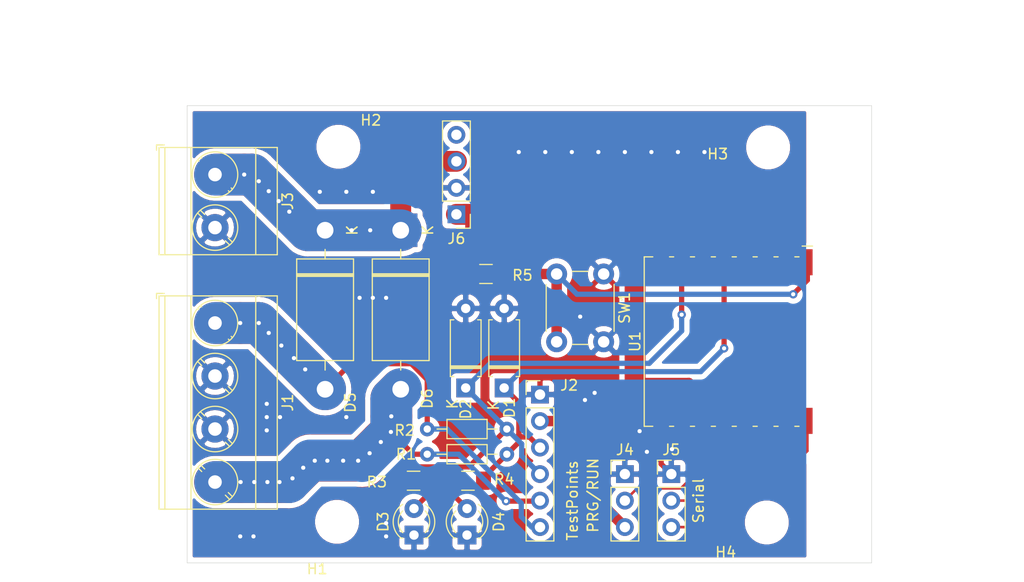
<source format=kicad_pcb>
(kicad_pcb (version 20171130) (host pcbnew "(5.1.6)-1")

  (general
    (thickness 1.6)
    (drawings 7)
    (tracks 208)
    (zones 0)
    (modules 23)
    (nets 20)
  )

  (page A4)
  (layers
    (0 F.Cu signal)
    (31 B.Cu signal)
    (32 B.Adhes user)
    (33 F.Adhes user)
    (34 B.Paste user)
    (35 F.Paste user)
    (36 B.SilkS user)
    (37 F.SilkS user)
    (38 B.Mask user)
    (39 F.Mask user)
    (40 Dwgs.User user)
    (41 Cmts.User user)
    (42 Eco1.User user)
    (43 Eco2.User user)
    (44 Edge.Cuts user)
    (45 Margin user)
    (46 B.CrtYd user)
    (47 F.CrtYd user)
    (48 B.Fab user hide)
    (49 F.Fab user hide)
  )

  (setup
    (last_trace_width 0.5)
    (user_trace_width 0.25)
    (user_trace_width 0.5)
    (user_trace_width 1)
    (user_trace_width 1.5)
    (user_trace_width 2)
    (user_trace_width 2.5)
    (user_trace_width 3)
    (user_trace_width 4)
    (trace_clearance 0.2)
    (zone_clearance 0.508)
    (zone_45_only no)
    (trace_min 0.2)
    (via_size 0.8)
    (via_drill 0.4)
    (via_min_size 0.4)
    (via_min_drill 0.3)
    (user_via 0.5 0.3)
    (user_via 0.75 0.375)
    (user_via 1 0.5)
    (user_via 1.5 0.75)
    (uvia_size 0.3)
    (uvia_drill 0.1)
    (uvias_allowed no)
    (uvia_min_size 0.2)
    (uvia_min_drill 0.1)
    (edge_width 0.05)
    (segment_width 0.2)
    (pcb_text_width 0.3)
    (pcb_text_size 1.5 1.5)
    (mod_edge_width 0.12)
    (mod_text_size 1 1)
    (mod_text_width 0.15)
    (pad_size 1.524 1.524)
    (pad_drill 0.762)
    (pad_to_mask_clearance 0.05)
    (aux_axis_origin 0 0)
    (visible_elements 7FFFEFFF)
    (pcbplotparams
      (layerselection 0x010f0_ffffffff)
      (usegerberextensions false)
      (usegerberattributes true)
      (usegerberadvancedattributes true)
      (creategerberjobfile true)
      (excludeedgelayer false)
      (linewidth 0.150000)
      (plotframeref false)
      (viasonmask false)
      (mode 1)
      (useauxorigin true)
      (hpglpennumber 1)
      (hpglpenspeed 20)
      (hpglpendiameter 15.000000)
      (psnegative false)
      (psa4output false)
      (plotreference true)
      (plotvalue false)
      (plotinvisibletext false)
      (padsonsilk false)
      (subtractmaskfromsilk false)
      (outputformat 1)
      (mirror false)
      (drillshape 0)
      (scaleselection 1)
      (outputdirectory "Gerbers/jlpcb/"))
  )

  (net 0 "")
  (net 1 GND)
  (net 2 redundantDC)
  (net 3 3v3)
  (net 4 pSense2)
  (net 5 pSense1)
  (net 6 "Net-(D3-Pad2)")
  (net 7 "Net-(D4-Pad2)")
  (net 8 DC1)
  (net 9 DC2)
  (net 10 "Net-(J4-Pad2)")
  (net 11 "Net-(J5-Pad3)")
  (net 12 "Net-(J5-Pad2)")
  (net 13 "Net-(R5-Pad2)")
  (net 14 "Net-(U1-Pad2)")
  (net 15 "Net-(U1-Pad4)")
  (net 16 "Net-(U1-Pad6)")
  (net 17 "Net-(U1-Pad13)")
  (net 18 "Net-(U1-Pad14)")
  (net 19 "Net-(J6-Pad4)")

  (net_class Default "This is the default net class."
    (clearance 0.2)
    (trace_width 0.25)
    (via_dia 0.8)
    (via_drill 0.4)
    (uvia_dia 0.3)
    (uvia_drill 0.1)
    (add_net 3v3)
    (add_net DC1)
    (add_net DC2)
    (add_net GND)
    (add_net "Net-(D3-Pad2)")
    (add_net "Net-(D4-Pad2)")
    (add_net "Net-(J4-Pad2)")
    (add_net "Net-(J5-Pad2)")
    (add_net "Net-(J5-Pad3)")
    (add_net "Net-(J6-Pad4)")
    (add_net "Net-(R5-Pad2)")
    (add_net "Net-(U1-Pad13)")
    (add_net "Net-(U1-Pad14)")
    (add_net "Net-(U1-Pad2)")
    (add_net "Net-(U1-Pad4)")
    (add_net "Net-(U1-Pad6)")
    (add_net pSense1)
    (add_net pSense2)
    (add_net redundantDC)
  )

  (module Connector_PinHeader_2.54mm:PinHeader_1x06_P2.54mm_Vertical (layer F.Cu) (tedit 59FED5CC) (tstamp 5EC13033)
    (at 127.762 124.841)
    (descr "Through hole straight pin header, 1x06, 2.54mm pitch, single row")
    (tags "Through hole pin header THT 1x06 2.54mm single row")
    (path /5EC124A6)
    (fp_text reference J2 (at 2.794 -0.889) (layer F.SilkS)
      (effects (font (size 1 1) (thickness 0.15)))
    )
    (fp_text value TestPoints (at 3.1115 10.16 90) (layer F.SilkS)
      (effects (font (size 1 1) (thickness 0.15)))
    )
    (fp_line (start 1.8 -1.8) (end -1.8 -1.8) (layer F.CrtYd) (width 0.05))
    (fp_line (start 1.8 14.5) (end 1.8 -1.8) (layer F.CrtYd) (width 0.05))
    (fp_line (start -1.8 14.5) (end 1.8 14.5) (layer F.CrtYd) (width 0.05))
    (fp_line (start -1.8 -1.8) (end -1.8 14.5) (layer F.CrtYd) (width 0.05))
    (fp_line (start -1.33 -1.33) (end 0 -1.33) (layer F.SilkS) (width 0.12))
    (fp_line (start -1.33 0) (end -1.33 -1.33) (layer F.SilkS) (width 0.12))
    (fp_line (start -1.33 1.27) (end 1.33 1.27) (layer F.SilkS) (width 0.12))
    (fp_line (start 1.33 1.27) (end 1.33 14.03) (layer F.SilkS) (width 0.12))
    (fp_line (start -1.33 1.27) (end -1.33 14.03) (layer F.SilkS) (width 0.12))
    (fp_line (start -1.33 14.03) (end 1.33 14.03) (layer F.SilkS) (width 0.12))
    (fp_line (start -1.27 -0.635) (end -0.635 -1.27) (layer F.Fab) (width 0.1))
    (fp_line (start -1.27 13.97) (end -1.27 -0.635) (layer F.Fab) (width 0.1))
    (fp_line (start 1.27 13.97) (end -1.27 13.97) (layer F.Fab) (width 0.1))
    (fp_line (start 1.27 -1.27) (end 1.27 13.97) (layer F.Fab) (width 0.1))
    (fp_line (start -0.635 -1.27) (end 1.27 -1.27) (layer F.Fab) (width 0.1))
    (fp_text user %R (at 0 6.35 90) (layer F.Fab)
      (effects (font (size 1 1) (thickness 0.15)))
    )
    (pad 6 thru_hole oval (at 0 12.7) (size 1.7 1.7) (drill 1) (layers *.Cu *.Mask)
      (net 8 DC1))
    (pad 5 thru_hole oval (at 0 10.16) (size 1.7 1.7) (drill 1) (layers *.Cu *.Mask)
      (net 9 DC2))
    (pad 4 thru_hole oval (at 0 7.62) (size 1.7 1.7) (drill 1) (layers *.Cu *.Mask)
      (net 5 pSense1))
    (pad 3 thru_hole oval (at 0 5.08) (size 1.7 1.7) (drill 1) (layers *.Cu *.Mask)
      (net 4 pSense2))
    (pad 2 thru_hole oval (at 0 2.54) (size 1.7 1.7) (drill 1) (layers *.Cu *.Mask)
      (net 3 3v3))
    (pad 1 thru_hole rect (at 0 0) (size 1.7 1.7) (drill 1) (layers *.Cu *.Mask)
      (net 1 GND))
    (model ${KISYS3DMOD}/Connector_PinHeader_2.54mm.3dshapes/PinHeader_1x06_P2.54mm_Vertical.wrl
      (at (xyz 0 0 0))
      (scale (xyz 1 1 1))
      (rotate (xyz 0 0 0))
    )
  )

  (module TerminalBlock_Phoenix:TerminalBlock_Phoenix_MKDS-3-2-5.08_1x02_P5.08mm_Horizontal (layer F.Cu) (tedit 5B294F11) (tstamp 5EC5DC8A)
    (at 96.647 103.759 270)
    (descr "Terminal Block Phoenix MKDS-3-2-5.08, 2 pins, pitch 5.08mm, size 10.2x11.2mm^2, drill diamater 1.3mm, pad diameter 2.6mm, see http://www.farnell.com/datasheets/2138224.pdf, script-generated using https://github.com/pointhi/kicad-footprint-generator/scripts/TerminalBlock_Phoenix")
    (tags "THT Terminal Block Phoenix MKDS-3-2-5.08 pitch 5.08mm size 10.2x11.2mm^2 drill 1.3mm pad 2.6mm")
    (path /5EC0D1F5)
    (fp_text reference J3 (at 2.54 -6.96 90) (layer F.SilkS)
      (effects (font (size 1 1) (thickness 0.15)))
    )
    (fp_text value Screw_Terminal_01x02 (at 2.54 6.36 90) (layer F.Fab)
      (effects (font (size 1 1) (thickness 0.15)))
    )
    (fp_text user %R (at 2.54 3.1 90) (layer F.Fab)
      (effects (font (size 1 1) (thickness 0.15)))
    )
    (fp_circle (center 0 0) (end 2 0) (layer F.Fab) (width 0.1))
    (fp_circle (center 0 0) (end 2.18 0) (layer F.SilkS) (width 0.12))
    (fp_circle (center 5.08 0) (end 7.08 0) (layer F.Fab) (width 0.1))
    (fp_circle (center 5.08 0) (end 7.26 0) (layer F.SilkS) (width 0.12))
    (fp_line (start -2.54 -5.9) (end 7.62 -5.9) (layer F.Fab) (width 0.1))
    (fp_line (start 7.62 -5.9) (end 7.62 5.3) (layer F.Fab) (width 0.1))
    (fp_line (start 7.62 5.3) (end -2.04 5.3) (layer F.Fab) (width 0.1))
    (fp_line (start -2.04 5.3) (end -2.54 4.8) (layer F.Fab) (width 0.1))
    (fp_line (start -2.54 4.8) (end -2.54 -5.9) (layer F.Fab) (width 0.1))
    (fp_line (start -2.54 4.8) (end 7.62 4.8) (layer F.Fab) (width 0.1))
    (fp_line (start -2.6 4.8) (end 7.68 4.8) (layer F.SilkS) (width 0.12))
    (fp_line (start -2.54 2.3) (end 7.62 2.3) (layer F.Fab) (width 0.1))
    (fp_line (start -2.6 2.3) (end 7.68 2.3) (layer F.SilkS) (width 0.12))
    (fp_line (start -2.54 -3.9) (end 7.62 -3.9) (layer F.Fab) (width 0.1))
    (fp_line (start -2.6 -3.9) (end 7.68 -3.9) (layer F.SilkS) (width 0.12))
    (fp_line (start -2.6 -5.96) (end 7.68 -5.96) (layer F.SilkS) (width 0.12))
    (fp_line (start -2.6 5.36) (end 7.68 5.36) (layer F.SilkS) (width 0.12))
    (fp_line (start -2.6 -5.96) (end -2.6 5.36) (layer F.SilkS) (width 0.12))
    (fp_line (start 7.68 -5.96) (end 7.68 5.36) (layer F.SilkS) (width 0.12))
    (fp_line (start 1.517 -1.273) (end -1.273 1.517) (layer F.Fab) (width 0.1))
    (fp_line (start 1.273 -1.517) (end -1.517 1.273) (layer F.Fab) (width 0.1))
    (fp_line (start 1.654 -1.388) (end 1.547 -1.281) (layer F.SilkS) (width 0.12))
    (fp_line (start -1.282 1.547) (end -1.388 1.654) (layer F.SilkS) (width 0.12))
    (fp_line (start 1.388 -1.654) (end 1.281 -1.547) (layer F.SilkS) (width 0.12))
    (fp_line (start -1.548 1.281) (end -1.654 1.388) (layer F.SilkS) (width 0.12))
    (fp_line (start 6.597 -1.273) (end 3.808 1.517) (layer F.Fab) (width 0.1))
    (fp_line (start 6.353 -1.517) (end 3.564 1.273) (layer F.Fab) (width 0.1))
    (fp_line (start 6.734 -1.388) (end 6.339 -0.992) (layer F.SilkS) (width 0.12))
    (fp_line (start 4.073 1.274) (end 3.693 1.654) (layer F.SilkS) (width 0.12))
    (fp_line (start 6.468 -1.654) (end 6.088 -1.274) (layer F.SilkS) (width 0.12))
    (fp_line (start 3.822 0.992) (end 3.427 1.388) (layer F.SilkS) (width 0.12))
    (fp_line (start -2.84 4.86) (end -2.84 5.6) (layer F.SilkS) (width 0.12))
    (fp_line (start -2.84 5.6) (end -2.34 5.6) (layer F.SilkS) (width 0.12))
    (fp_line (start -3.04 -6.4) (end -3.04 5.8) (layer F.CrtYd) (width 0.05))
    (fp_line (start -3.04 5.8) (end 8.13 5.8) (layer F.CrtYd) (width 0.05))
    (fp_line (start 8.13 5.8) (end 8.13 -6.4) (layer F.CrtYd) (width 0.05))
    (fp_line (start 8.13 -6.4) (end -3.04 -6.4) (layer F.CrtYd) (width 0.05))
    (pad 2 thru_hole circle (at 5.08 0 270) (size 2.6 2.6) (drill 1.3) (layers *.Cu *.Mask)
      (net 1 GND))
    (pad 1 thru_hole rect (at 0 0 270) (size 2.6 2.6) (drill 1.3) (layers *.Cu *.Mask)
      (net 2 redundantDC))
    (model ${KISYS3DMOD}/TerminalBlock_Phoenix.3dshapes/TerminalBlock_Phoenix_MKDS-3-2-5.08_1x02_P5.08mm_Horizontal.wrl
      (at (xyz 0 0 0))
      (scale (xyz 1 1 1))
      (rotate (xyz 0 0 0))
    )
  )

  (module TerminalBlock_Phoenix:TerminalBlock_Phoenix_MKDS-3-4-5.08_1x04_P5.08mm_Horizontal (layer F.Cu) (tedit 5B294F11) (tstamp 5EC1289E)
    (at 96.647 117.983 270)
    (descr "Terminal Block Phoenix MKDS-3-4-5.08, 4 pins, pitch 5.08mm, size 20.3x11.2mm^2, drill diamater 1.3mm, pad diameter 2.6mm, see http://www.farnell.com/datasheets/2138224.pdf, script-generated using https://github.com/pointhi/kicad-footprint-generator/scripts/TerminalBlock_Phoenix")
    (tags "THT Terminal Block Phoenix MKDS-3-4-5.08 pitch 5.08mm size 20.3x11.2mm^2 drill 1.3mm pad 2.6mm")
    (path /5EC08610)
    (fp_text reference J1 (at 7.62 -6.96 90) (layer F.SilkS)
      (effects (font (size 1 1) (thickness 0.15)))
    )
    (fp_text value Screw_Terminal_01x04 (at 7.62 6.36 90) (layer F.Fab)
      (effects (font (size 1 1) (thickness 0.15)))
    )
    (fp_text user %R (at 7.62 3.1 90) (layer F.Fab)
      (effects (font (size 1 1) (thickness 0.15)))
    )
    (fp_circle (center 0 0) (end 2 0) (layer F.Fab) (width 0.1))
    (fp_circle (center 0 0) (end 2.18 0) (layer F.SilkS) (width 0.12))
    (fp_circle (center 5.08 0) (end 7.08 0) (layer F.Fab) (width 0.1))
    (fp_circle (center 5.08 0) (end 7.26 0) (layer F.SilkS) (width 0.12))
    (fp_circle (center 10.16 0) (end 12.16 0) (layer F.Fab) (width 0.1))
    (fp_circle (center 10.16 0) (end 12.34 0) (layer F.SilkS) (width 0.12))
    (fp_circle (center 15.24 0) (end 17.24 0) (layer F.Fab) (width 0.1))
    (fp_circle (center 15.24 0) (end 17.42 0) (layer F.SilkS) (width 0.12))
    (fp_line (start -2.54 -5.9) (end 17.78 -5.9) (layer F.Fab) (width 0.1))
    (fp_line (start 17.78 -5.9) (end 17.78 5.3) (layer F.Fab) (width 0.1))
    (fp_line (start 17.78 5.3) (end -2.04 5.3) (layer F.Fab) (width 0.1))
    (fp_line (start -2.04 5.3) (end -2.54 4.8) (layer F.Fab) (width 0.1))
    (fp_line (start -2.54 4.8) (end -2.54 -5.9) (layer F.Fab) (width 0.1))
    (fp_line (start -2.54 4.8) (end 17.78 4.8) (layer F.Fab) (width 0.1))
    (fp_line (start -2.6 4.8) (end 17.84 4.8) (layer F.SilkS) (width 0.12))
    (fp_line (start -2.54 2.3) (end 17.78 2.3) (layer F.Fab) (width 0.1))
    (fp_line (start -2.6 2.3) (end 17.84 2.3) (layer F.SilkS) (width 0.12))
    (fp_line (start -2.54 -3.9) (end 17.78 -3.9) (layer F.Fab) (width 0.1))
    (fp_line (start -2.6 -3.9) (end 17.84 -3.9) (layer F.SilkS) (width 0.12))
    (fp_line (start -2.6 -5.96) (end 17.84 -5.96) (layer F.SilkS) (width 0.12))
    (fp_line (start -2.6 5.36) (end 17.84 5.36) (layer F.SilkS) (width 0.12))
    (fp_line (start -2.6 -5.96) (end -2.6 5.36) (layer F.SilkS) (width 0.12))
    (fp_line (start 17.84 -5.96) (end 17.84 5.36) (layer F.SilkS) (width 0.12))
    (fp_line (start 1.517 -1.273) (end -1.273 1.517) (layer F.Fab) (width 0.1))
    (fp_line (start 1.273 -1.517) (end -1.517 1.273) (layer F.Fab) (width 0.1))
    (fp_line (start 1.654 -1.388) (end 1.547 -1.281) (layer F.SilkS) (width 0.12))
    (fp_line (start -1.282 1.547) (end -1.388 1.654) (layer F.SilkS) (width 0.12))
    (fp_line (start 1.388 -1.654) (end 1.281 -1.547) (layer F.SilkS) (width 0.12))
    (fp_line (start -1.548 1.281) (end -1.654 1.388) (layer F.SilkS) (width 0.12))
    (fp_line (start 6.597 -1.273) (end 3.808 1.517) (layer F.Fab) (width 0.1))
    (fp_line (start 6.353 -1.517) (end 3.564 1.273) (layer F.Fab) (width 0.1))
    (fp_line (start 6.734 -1.388) (end 6.339 -0.992) (layer F.SilkS) (width 0.12))
    (fp_line (start 4.073 1.274) (end 3.693 1.654) (layer F.SilkS) (width 0.12))
    (fp_line (start 6.468 -1.654) (end 6.088 -1.274) (layer F.SilkS) (width 0.12))
    (fp_line (start 3.822 0.992) (end 3.427 1.388) (layer F.SilkS) (width 0.12))
    (fp_line (start 11.677 -1.273) (end 8.888 1.517) (layer F.Fab) (width 0.1))
    (fp_line (start 11.433 -1.517) (end 8.644 1.273) (layer F.Fab) (width 0.1))
    (fp_line (start 11.814 -1.388) (end 11.419 -0.992) (layer F.SilkS) (width 0.12))
    (fp_line (start 9.153 1.274) (end 8.773 1.654) (layer F.SilkS) (width 0.12))
    (fp_line (start 11.548 -1.654) (end 11.168 -1.274) (layer F.SilkS) (width 0.12))
    (fp_line (start 8.902 0.992) (end 8.507 1.388) (layer F.SilkS) (width 0.12))
    (fp_line (start 16.757 -1.273) (end 13.968 1.517) (layer F.Fab) (width 0.1))
    (fp_line (start 16.513 -1.517) (end 13.724 1.273) (layer F.Fab) (width 0.1))
    (fp_line (start 16.894 -1.388) (end 16.499 -0.992) (layer F.SilkS) (width 0.12))
    (fp_line (start 14.233 1.274) (end 13.853 1.654) (layer F.SilkS) (width 0.12))
    (fp_line (start 16.628 -1.654) (end 16.248 -1.274) (layer F.SilkS) (width 0.12))
    (fp_line (start 13.982 0.992) (end 13.587 1.388) (layer F.SilkS) (width 0.12))
    (fp_line (start -2.84 4.86) (end -2.84 5.6) (layer F.SilkS) (width 0.12))
    (fp_line (start -2.84 5.6) (end -2.34 5.6) (layer F.SilkS) (width 0.12))
    (fp_line (start -3.04 -6.4) (end -3.04 5.8) (layer F.CrtYd) (width 0.05))
    (fp_line (start -3.04 5.8) (end 18.28 5.8) (layer F.CrtYd) (width 0.05))
    (fp_line (start 18.28 5.8) (end 18.28 -6.4) (layer F.CrtYd) (width 0.05))
    (fp_line (start 18.28 -6.4) (end -3.04 -6.4) (layer F.CrtYd) (width 0.05))
    (pad 4 thru_hole circle (at 15.24 0 270) (size 2.6 2.6) (drill 1.3) (layers *.Cu *.Mask)
      (net 9 DC2))
    (pad 3 thru_hole circle (at 10.16 0 270) (size 2.6 2.6) (drill 1.3) (layers *.Cu *.Mask)
      (net 1 GND))
    (pad 2 thru_hole circle (at 5.08 0 270) (size 2.6 2.6) (drill 1.3) (layers *.Cu *.Mask)
      (net 1 GND))
    (pad 1 thru_hole rect (at 0 0 270) (size 2.6 2.6) (drill 1.3) (layers *.Cu *.Mask)
      (net 8 DC1))
    (model ${KISYS3DMOD}/TerminalBlock_Phoenix.3dshapes/TerminalBlock_Phoenix_MKDS-3-4-5.08_1x04_P5.08mm_Horizontal.wrl
      (at (xyz 0 0 0))
      (scale (xyz 1 1 1))
      (rotate (xyz 0 0 0))
    )
  )

  (module Diode_THT:D_DO-201AD_P15.24mm_Horizontal (layer F.Cu) (tedit 5AE50CD5) (tstamp 5EC12876)
    (at 114.427 109.093 270)
    (descr "Diode, DO-201AD series, Axial, Horizontal, pin pitch=15.24mm, , length*diameter=9.5*5.2mm^2, , http://www.diodes.com/_files/packages/DO-201AD.pdf")
    (tags "Diode DO-201AD series Axial Horizontal pin pitch 15.24mm  length 9.5mm diameter 5.2mm")
    (path /5EC270EE)
    (fp_text reference D6 (at 16.129 -2.54 90) (layer F.SilkS)
      (effects (font (size 1 1) (thickness 0.15)))
    )
    (fp_text value 625-SB330-E3/54 (at 7.62 3.72 90) (layer F.Fab)
      (effects (font (size 1 1) (thickness 0.15)))
    )
    (fp_text user K (at 0 -2.6 90) (layer F.SilkS)
      (effects (font (size 1 1) (thickness 0.15)))
    )
    (fp_text user K (at 0 -2.6 90) (layer F.Fab)
      (effects (font (size 1 1) (thickness 0.15)))
    )
    (fp_text user %R (at 8.3325 0 90) (layer F.Fab)
      (effects (font (size 1 1) (thickness 0.15)))
    )
    (fp_line (start 2.87 -2.6) (end 2.87 2.6) (layer F.Fab) (width 0.1))
    (fp_line (start 2.87 2.6) (end 12.37 2.6) (layer F.Fab) (width 0.1))
    (fp_line (start 12.37 2.6) (end 12.37 -2.6) (layer F.Fab) (width 0.1))
    (fp_line (start 12.37 -2.6) (end 2.87 -2.6) (layer F.Fab) (width 0.1))
    (fp_line (start 0 0) (end 2.87 0) (layer F.Fab) (width 0.1))
    (fp_line (start 15.24 0) (end 12.37 0) (layer F.Fab) (width 0.1))
    (fp_line (start 4.295 -2.6) (end 4.295 2.6) (layer F.Fab) (width 0.1))
    (fp_line (start 4.395 -2.6) (end 4.395 2.6) (layer F.Fab) (width 0.1))
    (fp_line (start 4.195 -2.6) (end 4.195 2.6) (layer F.Fab) (width 0.1))
    (fp_line (start 2.75 -2.72) (end 2.75 2.72) (layer F.SilkS) (width 0.12))
    (fp_line (start 2.75 2.72) (end 12.49 2.72) (layer F.SilkS) (width 0.12))
    (fp_line (start 12.49 2.72) (end 12.49 -2.72) (layer F.SilkS) (width 0.12))
    (fp_line (start 12.49 -2.72) (end 2.75 -2.72) (layer F.SilkS) (width 0.12))
    (fp_line (start 1.84 0) (end 2.75 0) (layer F.SilkS) (width 0.12))
    (fp_line (start 13.4 0) (end 12.49 0) (layer F.SilkS) (width 0.12))
    (fp_line (start 4.295 -2.72) (end 4.295 2.72) (layer F.SilkS) (width 0.12))
    (fp_line (start 4.415 -2.72) (end 4.415 2.72) (layer F.SilkS) (width 0.12))
    (fp_line (start 4.175 -2.72) (end 4.175 2.72) (layer F.SilkS) (width 0.12))
    (fp_line (start -1.85 -2.85) (end -1.85 2.85) (layer F.CrtYd) (width 0.05))
    (fp_line (start -1.85 2.85) (end 17.09 2.85) (layer F.CrtYd) (width 0.05))
    (fp_line (start 17.09 2.85) (end 17.09 -2.85) (layer F.CrtYd) (width 0.05))
    (fp_line (start 17.09 -2.85) (end -1.85 -2.85) (layer F.CrtYd) (width 0.05))
    (pad 2 thru_hole oval (at 15.24 0 270) (size 3.2 3.2) (drill 1.6) (layers *.Cu *.Mask)
      (net 9 DC2))
    (pad 1 thru_hole rect (at 0 0 270) (size 3.2 3.2) (drill 1.6) (layers *.Cu *.Mask)
      (net 2 redundantDC))
    (model ${KISYS3DMOD}/Diode_THT.3dshapes/D_DO-201AD_P15.24mm_Horizontal.wrl
      (at (xyz 0 0 0))
      (scale (xyz 1 1 1))
      (rotate (xyz 0 0 0))
    )
  )

  (module Diode_THT:D_DO-201AD_P15.24mm_Horizontal (layer F.Cu) (tedit 5AE50CD5) (tstamp 5EC12863)
    (at 107.188 109.093 270)
    (descr "Diode, DO-201AD series, Axial, Horizontal, pin pitch=15.24mm, , length*diameter=9.5*5.2mm^2, , http://www.diodes.com/_files/packages/DO-201AD.pdf")
    (tags "Diode DO-201AD series Axial Horizontal pin pitch 15.24mm  length 9.5mm diameter 5.2mm")
    (path /5EC26166)
    (fp_text reference D5 (at 16.51 -2.413 90) (layer F.SilkS)
      (effects (font (size 1 1) (thickness 0.15)))
    )
    (fp_text value 625-SB330-E3/54 (at 7.62 3.72 90) (layer F.Fab)
      (effects (font (size 1 1) (thickness 0.15)))
    )
    (fp_text user K (at 0 -2.6 90) (layer F.SilkS)
      (effects (font (size 1 1) (thickness 0.15)))
    )
    (fp_text user K (at 0 -2.6 90) (layer F.Fab)
      (effects (font (size 1 1) (thickness 0.15)))
    )
    (fp_text user %R (at 8.3325 0 90) (layer F.Fab)
      (effects (font (size 1 1) (thickness 0.15)))
    )
    (fp_line (start 2.87 -2.6) (end 2.87 2.6) (layer F.Fab) (width 0.1))
    (fp_line (start 2.87 2.6) (end 12.37 2.6) (layer F.Fab) (width 0.1))
    (fp_line (start 12.37 2.6) (end 12.37 -2.6) (layer F.Fab) (width 0.1))
    (fp_line (start 12.37 -2.6) (end 2.87 -2.6) (layer F.Fab) (width 0.1))
    (fp_line (start 0 0) (end 2.87 0) (layer F.Fab) (width 0.1))
    (fp_line (start 15.24 0) (end 12.37 0) (layer F.Fab) (width 0.1))
    (fp_line (start 4.295 -2.6) (end 4.295 2.6) (layer F.Fab) (width 0.1))
    (fp_line (start 4.395 -2.6) (end 4.395 2.6) (layer F.Fab) (width 0.1))
    (fp_line (start 4.195 -2.6) (end 4.195 2.6) (layer F.Fab) (width 0.1))
    (fp_line (start 2.75 -2.72) (end 2.75 2.72) (layer F.SilkS) (width 0.12))
    (fp_line (start 2.75 2.72) (end 12.49 2.72) (layer F.SilkS) (width 0.12))
    (fp_line (start 12.49 2.72) (end 12.49 -2.72) (layer F.SilkS) (width 0.12))
    (fp_line (start 12.49 -2.72) (end 2.75 -2.72) (layer F.SilkS) (width 0.12))
    (fp_line (start 1.84 0) (end 2.75 0) (layer F.SilkS) (width 0.12))
    (fp_line (start 13.4 0) (end 12.49 0) (layer F.SilkS) (width 0.12))
    (fp_line (start 4.295 -2.72) (end 4.295 2.72) (layer F.SilkS) (width 0.12))
    (fp_line (start 4.415 -2.72) (end 4.415 2.72) (layer F.SilkS) (width 0.12))
    (fp_line (start 4.175 -2.72) (end 4.175 2.72) (layer F.SilkS) (width 0.12))
    (fp_line (start -1.85 -2.85) (end -1.85 2.85) (layer F.CrtYd) (width 0.05))
    (fp_line (start -1.85 2.85) (end 17.09 2.85) (layer F.CrtYd) (width 0.05))
    (fp_line (start 17.09 2.85) (end 17.09 -2.85) (layer F.CrtYd) (width 0.05))
    (fp_line (start 17.09 -2.85) (end -1.85 -2.85) (layer F.CrtYd) (width 0.05))
    (pad 2 thru_hole oval (at 15.24 0 270) (size 3.2 3.2) (drill 1.6) (layers *.Cu *.Mask)
      (net 8 DC1))
    (pad 1 thru_hole rect (at 0 0 270) (size 3.2 3.2) (drill 1.6) (layers *.Cu *.Mask)
      (net 2 redundantDC))
    (model ${KISYS3DMOD}/Diode_THT.3dshapes/D_DO-201AD_P15.24mm_Horizontal.wrl
      (at (xyz 0 0 0))
      (scale (xyz 1 1 1))
      (rotate (xyz 0 0 0))
    )
  )

  (module Connector_PinHeader_2.54mm:PinHeader_1x04_P2.54mm_Vertical (layer F.Cu) (tedit 59FED5CC) (tstamp 5EC3ACF6)
    (at 119.761 107.569 180)
    (descr "Through hole straight pin header, 1x04, 2.54mm pitch, single row")
    (tags "Through hole pin header THT 1x04 2.54mm single row")
    (path /5EC419FE)
    (fp_text reference J6 (at 0 -2.33) (layer F.SilkS)
      (effects (font (size 1 1) (thickness 0.15)))
    )
    (fp_text value D36V6F3 (at 0 9.95) (layer F.Fab)
      (effects (font (size 1 1) (thickness 0.15)))
    )
    (fp_line (start -0.635 -1.27) (end 1.27 -1.27) (layer F.Fab) (width 0.1))
    (fp_line (start 1.27 -1.27) (end 1.27 8.89) (layer F.Fab) (width 0.1))
    (fp_line (start 1.27 8.89) (end -1.27 8.89) (layer F.Fab) (width 0.1))
    (fp_line (start -1.27 8.89) (end -1.27 -0.635) (layer F.Fab) (width 0.1))
    (fp_line (start -1.27 -0.635) (end -0.635 -1.27) (layer F.Fab) (width 0.1))
    (fp_line (start -1.33 8.95) (end 1.33 8.95) (layer F.SilkS) (width 0.12))
    (fp_line (start -1.33 1.27) (end -1.33 8.95) (layer F.SilkS) (width 0.12))
    (fp_line (start 1.33 1.27) (end 1.33 8.95) (layer F.SilkS) (width 0.12))
    (fp_line (start -1.33 1.27) (end 1.33 1.27) (layer F.SilkS) (width 0.12))
    (fp_line (start -1.33 0) (end -1.33 -1.33) (layer F.SilkS) (width 0.12))
    (fp_line (start -1.33 -1.33) (end 0 -1.33) (layer F.SilkS) (width 0.12))
    (fp_line (start -1.8 -1.8) (end -1.8 9.4) (layer F.CrtYd) (width 0.05))
    (fp_line (start -1.8 9.4) (end 1.8 9.4) (layer F.CrtYd) (width 0.05))
    (fp_line (start 1.8 9.4) (end 1.8 -1.8) (layer F.CrtYd) (width 0.05))
    (fp_line (start 1.8 -1.8) (end -1.8 -1.8) (layer F.CrtYd) (width 0.05))
    (fp_text user %R (at 0 3.81 90) (layer F.Fab)
      (effects (font (size 1 1) (thickness 0.15)))
    )
    (pad 4 thru_hole oval (at 0 7.62 180) (size 1.7 1.7) (drill 1) (layers *.Cu *.Mask)
      (net 19 "Net-(J6-Pad4)"))
    (pad 3 thru_hole oval (at 0 5.08 180) (size 1.7 1.7) (drill 1) (layers *.Cu *.Mask)
      (net 2 redundantDC))
    (pad 2 thru_hole oval (at 0 2.54 180) (size 1.7 1.7) (drill 1) (layers *.Cu *.Mask)
      (net 1 GND))
    (pad 1 thru_hole rect (at 0 0 180) (size 1.7 1.7) (drill 1) (layers *.Cu *.Mask)
      (net 3 3v3))
    (model ${KISYS3DMOD}/Connector_PinHeader_2.54mm.3dshapes/PinHeader_1x04_P2.54mm_Vertical.wrl
      (at (xyz 0 0 0))
      (scale (xyz 1 1 1))
      (rotate (xyz 0 0 0))
    )
  )

  (module MountingHole:MountingHole_3.2mm_M3 (layer F.Cu) (tedit 56D1B4CB) (tstamp 5EC21FED)
    (at 149.479 137.0965)
    (descr "Mounting Hole 3.2mm, no annular, M3")
    (tags "mounting hole 3.2mm no annular m3")
    (path /5EC59268)
    (attr virtual)
    (fp_text reference H4 (at -3.937 2.8575) (layer F.SilkS)
      (effects (font (size 1 1) (thickness 0.15)))
    )
    (fp_text value MountingHole (at 0 4.2) (layer F.Fab)
      (effects (font (size 1 1) (thickness 0.15)))
    )
    (fp_circle (center 0 0) (end 3.45 0) (layer F.CrtYd) (width 0.05))
    (fp_circle (center 0 0) (end 3.2 0) (layer Cmts.User) (width 0.15))
    (fp_text user %R (at 0.3 0) (layer F.Fab)
      (effects (font (size 1 1) (thickness 0.15)))
    )
    (pad 1 np_thru_hole circle (at 0 0) (size 3.2 3.2) (drill 3.2) (layers *.Cu *.Mask))
  )

  (module MountingHole:MountingHole_3.2mm_M3 (layer F.Cu) (tedit 56D1B4CB) (tstamp 5EC2255F)
    (at 149.606 101.1555)
    (descr "Mounting Hole 3.2mm, no annular, M3")
    (tags "mounting hole 3.2mm no annular m3")
    (path /5EC59426)
    (attr virtual)
    (fp_text reference H3 (at -4.826 0.635) (layer F.SilkS)
      (effects (font (size 1 1) (thickness 0.15)))
    )
    (fp_text value MountingHole (at 0 4.2) (layer F.Fab)
      (effects (font (size 1 1) (thickness 0.15)))
    )
    (fp_circle (center 0 0) (end 3.45 0) (layer F.CrtYd) (width 0.05))
    (fp_circle (center 0 0) (end 3.2 0) (layer Cmts.User) (width 0.15))
    (fp_text user %R (at 0.3 0) (layer F.Fab)
      (effects (font (size 1 1) (thickness 0.15)))
    )
    (pad 1 np_thru_hole circle (at 0 0) (size 3.2 3.2) (drill 3.2) (layers *.Cu *.Mask))
  )

  (module MountingHole:MountingHole_3.2mm_M3 (layer F.Cu) (tedit 56D1B4CB) (tstamp 5EC21FDD)
    (at 108.458 101.092)
    (descr "Mounting Hole 3.2mm, no annular, M3")
    (tags "mounting hole 3.2mm no annular m3")
    (path /5EC58686)
    (attr virtual)
    (fp_text reference H2 (at 3.1115 -2.54) (layer F.SilkS)
      (effects (font (size 1 1) (thickness 0.15)))
    )
    (fp_text value MountingHole (at 0 4.2) (layer F.Fab)
      (effects (font (size 1 1) (thickness 0.15)))
    )
    (fp_circle (center 0 0) (end 3.45 0) (layer F.CrtYd) (width 0.05))
    (fp_circle (center 0 0) (end 3.2 0) (layer Cmts.User) (width 0.15))
    (fp_text user %R (at 0.3 0) (layer F.Fab)
      (effects (font (size 1 1) (thickness 0.15)))
    )
    (pad 1 np_thru_hole circle (at 0 0) (size 3.2 3.2) (drill 3.2) (layers *.Cu *.Mask))
  )

  (module MountingHole:MountingHole_3.2mm_M3 (layer F.Cu) (tedit 56D1B4CB) (tstamp 5EC21FD5)
    (at 108.331 137.033)
    (descr "Mounting Hole 3.2mm, no annular, M3")
    (tags "mounting hole 3.2mm no annular m3")
    (path /5EC58B09)
    (attr virtual)
    (fp_text reference H1 (at -1.905 4.5085) (layer F.SilkS)
      (effects (font (size 1 1) (thickness 0.15)))
    )
    (fp_text value MountingHole (at 0 4.2) (layer F.Fab)
      (effects (font (size 1 1) (thickness 0.15)))
    )
    (fp_circle (center 0 0) (end 3.45 0) (layer F.CrtYd) (width 0.05))
    (fp_circle (center 0 0) (end 3.2 0) (layer Cmts.User) (width 0.15))
    (fp_text user %R (at 0.3 0) (layer F.Fab)
      (effects (font (size 1 1) (thickness 0.15)))
    )
    (pad 1 np_thru_hole circle (at 0 0) (size 3.2 3.2) (drill 3.2) (layers *.Cu *.Mask))
  )

  (module Resistor_THT:R_Axial_DIN0204_L3.6mm_D1.6mm_P7.62mm_Horizontal (layer F.Cu) (tedit 5AE5139B) (tstamp 5EC1F9C8)
    (at 124.587 128.143 180)
    (descr "Resistor, Axial_DIN0204 series, Axial, Horizontal, pin pitch=7.62mm, 0.167W, length*diameter=3.6*1.6mm^2, http://cdn-reichelt.de/documents/datenblatt/B400/1_4W%23YAG.pdf")
    (tags "Resistor Axial_DIN0204 series Axial Horizontal pin pitch 7.62mm 0.167W length 3.6mm diameter 1.6mm")
    (path /5EC0B648)
    (fp_text reference R2 (at 9.779 -0.127) (layer F.SilkS)
      (effects (font (size 1 1) (thickness 0.15)))
    )
    (fp_text value 1.4k (at 3.81 1.92) (layer F.Fab)
      (effects (font (size 1 1) (thickness 0.15)))
    )
    (fp_line (start 8.57 -1.05) (end -0.95 -1.05) (layer F.CrtYd) (width 0.05))
    (fp_line (start 8.57 1.05) (end 8.57 -1.05) (layer F.CrtYd) (width 0.05))
    (fp_line (start -0.95 1.05) (end 8.57 1.05) (layer F.CrtYd) (width 0.05))
    (fp_line (start -0.95 -1.05) (end -0.95 1.05) (layer F.CrtYd) (width 0.05))
    (fp_line (start 6.68 0) (end 5.73 0) (layer F.SilkS) (width 0.12))
    (fp_line (start 0.94 0) (end 1.89 0) (layer F.SilkS) (width 0.12))
    (fp_line (start 5.73 -0.92) (end 1.89 -0.92) (layer F.SilkS) (width 0.12))
    (fp_line (start 5.73 0.92) (end 5.73 -0.92) (layer F.SilkS) (width 0.12))
    (fp_line (start 1.89 0.92) (end 5.73 0.92) (layer F.SilkS) (width 0.12))
    (fp_line (start 1.89 -0.92) (end 1.89 0.92) (layer F.SilkS) (width 0.12))
    (fp_line (start 7.62 0) (end 5.61 0) (layer F.Fab) (width 0.1))
    (fp_line (start 0 0) (end 2.01 0) (layer F.Fab) (width 0.1))
    (fp_line (start 5.61 -0.8) (end 2.01 -0.8) (layer F.Fab) (width 0.1))
    (fp_line (start 5.61 0.8) (end 5.61 -0.8) (layer F.Fab) (width 0.1))
    (fp_line (start 2.01 0.8) (end 5.61 0.8) (layer F.Fab) (width 0.1))
    (fp_line (start 2.01 -0.8) (end 2.01 0.8) (layer F.Fab) (width 0.1))
    (fp_text user %R (at 3.81 0) (layer F.Fab)
      (effects (font (size 0.72 0.72) (thickness 0.108)))
    )
    (pad 2 thru_hole oval (at 7.62 0 180) (size 1.4 1.4) (drill 0.7) (layers *.Cu *.Mask)
      (net 8 DC1))
    (pad 1 thru_hole circle (at 0 0 180) (size 1.4 1.4) (drill 0.7) (layers *.Cu *.Mask)
      (net 5 pSense1))
    (model ${KISYS3DMOD}/Resistor_THT.3dshapes/R_Axial_DIN0204_L3.6mm_D1.6mm_P7.62mm_Horizontal.wrl
      (at (xyz 0 0 0))
      (scale (xyz 1 1 1))
      (rotate (xyz 0 0 0))
    )
  )

  (module Resistor_THT:R_Axial_DIN0204_L3.6mm_D1.6mm_P7.62mm_Horizontal (layer F.Cu) (tedit 5AE5139B) (tstamp 5EC1291D)
    (at 124.587 130.556 180)
    (descr "Resistor, Axial_DIN0204 series, Axial, Horizontal, pin pitch=7.62mm, 0.167W, length*diameter=3.6*1.6mm^2, http://cdn-reichelt.de/documents/datenblatt/B400/1_4W%23YAG.pdf")
    (tags "Resistor Axial_DIN0204 series Axial Horizontal pin pitch 7.62mm 0.167W length 3.6mm diameter 1.6mm")
    (path /5EC0AD33)
    (fp_text reference R1 (at 9.652 0) (layer F.SilkS)
      (effects (font (size 1 1) (thickness 0.15)))
    )
    (fp_text value 1.4k (at 3.81 1.92) (layer F.Fab)
      (effects (font (size 1 1) (thickness 0.15)))
    )
    (fp_line (start 8.57 -1.05) (end -0.95 -1.05) (layer F.CrtYd) (width 0.05))
    (fp_line (start 8.57 1.05) (end 8.57 -1.05) (layer F.CrtYd) (width 0.05))
    (fp_line (start -0.95 1.05) (end 8.57 1.05) (layer F.CrtYd) (width 0.05))
    (fp_line (start -0.95 -1.05) (end -0.95 1.05) (layer F.CrtYd) (width 0.05))
    (fp_line (start 6.68 0) (end 5.73 0) (layer F.SilkS) (width 0.12))
    (fp_line (start 0.94 0) (end 1.89 0) (layer F.SilkS) (width 0.12))
    (fp_line (start 5.73 -0.92) (end 1.89 -0.92) (layer F.SilkS) (width 0.12))
    (fp_line (start 5.73 0.92) (end 5.73 -0.92) (layer F.SilkS) (width 0.12))
    (fp_line (start 1.89 0.92) (end 5.73 0.92) (layer F.SilkS) (width 0.12))
    (fp_line (start 1.89 -0.92) (end 1.89 0.92) (layer F.SilkS) (width 0.12))
    (fp_line (start 7.62 0) (end 5.61 0) (layer F.Fab) (width 0.1))
    (fp_line (start 0 0) (end 2.01 0) (layer F.Fab) (width 0.1))
    (fp_line (start 5.61 -0.8) (end 2.01 -0.8) (layer F.Fab) (width 0.1))
    (fp_line (start 5.61 0.8) (end 5.61 -0.8) (layer F.Fab) (width 0.1))
    (fp_line (start 2.01 0.8) (end 5.61 0.8) (layer F.Fab) (width 0.1))
    (fp_line (start 2.01 -0.8) (end 2.01 0.8) (layer F.Fab) (width 0.1))
    (fp_text user %R (at 3.81 0) (layer F.Fab)
      (effects (font (size 0.72 0.72) (thickness 0.108)))
    )
    (pad 2 thru_hole oval (at 7.62 0 180) (size 1.4 1.4) (drill 0.7) (layers *.Cu *.Mask)
      (net 9 DC2))
    (pad 1 thru_hole circle (at 0 0 180) (size 1.4 1.4) (drill 0.7) (layers *.Cu *.Mask)
      (net 4 pSense2))
    (model ${KISYS3DMOD}/Resistor_THT.3dshapes/R_Axial_DIN0204_L3.6mm_D1.6mm_P7.62mm_Horizontal.wrl
      (at (xyz 0 0 0))
      (scale (xyz 1 1 1))
      (rotate (xyz 0 0 0))
    )
  )

  (module Diode_THT:D_A-405_P7.62mm_Horizontal (layer F.Cu) (tedit 5AE50CD5) (tstamp 5EC1282A)
    (at 120.65 124.206 90)
    (descr "Diode, A-405 series, Axial, Horizontal, pin pitch=7.62mm, , length*diameter=5.2*2.7mm^2, , http://www.diodes.com/_files/packages/A-405.pdf")
    (tags "Diode A-405 series Axial Horizontal pin pitch 7.62mm  length 5.2mm diameter 2.7mm")
    (path /5EC0A061)
    (fp_text reference D2 (at -2.032 0 90) (layer F.SilkS)
      (effects (font (size 1 1) (thickness 0.15)))
    )
    (fp_text value 78-1N4728A (at 3.81 2.47 90) (layer F.Fab) hide
      (effects (font (size 1 1) (thickness 0.15)))
    )
    (fp_line (start 8.77 -1.6) (end -1.15 -1.6) (layer F.CrtYd) (width 0.05))
    (fp_line (start 8.77 1.6) (end 8.77 -1.6) (layer F.CrtYd) (width 0.05))
    (fp_line (start -1.15 1.6) (end 8.77 1.6) (layer F.CrtYd) (width 0.05))
    (fp_line (start -1.15 -1.6) (end -1.15 1.6) (layer F.CrtYd) (width 0.05))
    (fp_line (start 1.87 -1.47) (end 1.87 1.47) (layer F.SilkS) (width 0.12))
    (fp_line (start 2.11 -1.47) (end 2.11 1.47) (layer F.SilkS) (width 0.12))
    (fp_line (start 1.99 -1.47) (end 1.99 1.47) (layer F.SilkS) (width 0.12))
    (fp_line (start 6.53 1.47) (end 6.53 1.14) (layer F.SilkS) (width 0.12))
    (fp_line (start 1.09 1.47) (end 6.53 1.47) (layer F.SilkS) (width 0.12))
    (fp_line (start 1.09 1.14) (end 1.09 1.47) (layer F.SilkS) (width 0.12))
    (fp_line (start 6.53 -1.47) (end 6.53 -1.14) (layer F.SilkS) (width 0.12))
    (fp_line (start 1.09 -1.47) (end 6.53 -1.47) (layer F.SilkS) (width 0.12))
    (fp_line (start 1.09 -1.14) (end 1.09 -1.47) (layer F.SilkS) (width 0.12))
    (fp_line (start 1.89 -1.35) (end 1.89 1.35) (layer F.Fab) (width 0.1))
    (fp_line (start 2.09 -1.35) (end 2.09 1.35) (layer F.Fab) (width 0.1))
    (fp_line (start 1.99 -1.35) (end 1.99 1.35) (layer F.Fab) (width 0.1))
    (fp_line (start 7.62 0) (end 6.41 0) (layer F.Fab) (width 0.1))
    (fp_line (start 0 0) (end 1.21 0) (layer F.Fab) (width 0.1))
    (fp_line (start 6.41 -1.35) (end 1.21 -1.35) (layer F.Fab) (width 0.1))
    (fp_line (start 6.41 1.35) (end 6.41 -1.35) (layer F.Fab) (width 0.1))
    (fp_line (start 1.21 1.35) (end 6.41 1.35) (layer F.Fab) (width 0.1))
    (fp_line (start 1.21 -1.35) (end 1.21 1.35) (layer F.Fab) (width 0.1))
    (fp_text user K (at -1.524 -1.27 90) (layer F.SilkS)
      (effects (font (size 1 1) (thickness 0.15)))
    )
    (fp_text user K (at 0 -1.9 90) (layer F.Fab)
      (effects (font (size 1 1) (thickness 0.15)))
    )
    (fp_text user %R (at 4.2 0 90) (layer F.Fab)
      (effects (font (size 1 1) (thickness 0.15)))
    )
    (pad 2 thru_hole oval (at 7.62 0 90) (size 1.8 1.8) (drill 0.9) (layers *.Cu *.Mask)
      (net 1 GND))
    (pad 1 thru_hole rect (at 0 0 90) (size 1.8 1.8) (drill 0.9) (layers *.Cu *.Mask)
      (net 5 pSense1))
    (model ${KISYS3DMOD}/Diode_THT.3dshapes/D_A-405_P7.62mm_Horizontal.wrl
      (at (xyz 0 0 0))
      (scale (xyz 1 1 1))
      (rotate (xyz 0 0 0))
    )
  )

  (module Diode_THT:D_A-405_P7.62mm_Horizontal (layer F.Cu) (tedit 5AE50CD5) (tstamp 5EC1D333)
    (at 124.333 124.206 90)
    (descr "Diode, A-405 series, Axial, Horizontal, pin pitch=7.62mm, , length*diameter=5.2*2.7mm^2, , http://www.diodes.com/_files/packages/A-405.pdf")
    (tags "Diode A-405 series Axial Horizontal pin pitch 7.62mm  length 5.2mm diameter 2.7mm")
    (path /5EC098E0)
    (fp_text reference D1 (at -1.905 0.508 90) (layer F.SilkS)
      (effects (font (size 1 1) (thickness 0.15)))
    )
    (fp_text value 78-1N4728A (at 3.81 2.47 90) (layer F.Fab) hide
      (effects (font (size 1 1) (thickness 0.15)))
    )
    (fp_line (start 8.77 -1.6) (end -1.15 -1.6) (layer F.CrtYd) (width 0.05))
    (fp_line (start 8.77 1.6) (end 8.77 -1.6) (layer F.CrtYd) (width 0.05))
    (fp_line (start -1.15 1.6) (end 8.77 1.6) (layer F.CrtYd) (width 0.05))
    (fp_line (start -1.15 -1.6) (end -1.15 1.6) (layer F.CrtYd) (width 0.05))
    (fp_line (start 1.87 -1.47) (end 1.87 1.47) (layer F.SilkS) (width 0.12))
    (fp_line (start 2.11 -1.47) (end 2.11 1.47) (layer F.SilkS) (width 0.12))
    (fp_line (start 1.99 -1.47) (end 1.99 1.47) (layer F.SilkS) (width 0.12))
    (fp_line (start 6.53 1.47) (end 6.53 1.14) (layer F.SilkS) (width 0.12))
    (fp_line (start 1.09 1.47) (end 6.53 1.47) (layer F.SilkS) (width 0.12))
    (fp_line (start 1.09 1.14) (end 1.09 1.47) (layer F.SilkS) (width 0.12))
    (fp_line (start 6.53 -1.47) (end 6.53 -1.14) (layer F.SilkS) (width 0.12))
    (fp_line (start 1.09 -1.47) (end 6.53 -1.47) (layer F.SilkS) (width 0.12))
    (fp_line (start 1.09 -1.14) (end 1.09 -1.47) (layer F.SilkS) (width 0.12))
    (fp_line (start 1.89 -1.35) (end 1.89 1.35) (layer F.Fab) (width 0.1))
    (fp_line (start 2.09 -1.35) (end 2.09 1.35) (layer F.Fab) (width 0.1))
    (fp_line (start 1.99 -1.35) (end 1.99 1.35) (layer F.Fab) (width 0.1))
    (fp_line (start 7.62 0) (end 6.41 0) (layer F.Fab) (width 0.1))
    (fp_line (start 0 0) (end 1.21 0) (layer F.Fab) (width 0.1))
    (fp_line (start 6.41 -1.35) (end 1.21 -1.35) (layer F.Fab) (width 0.1))
    (fp_line (start 6.41 1.35) (end 6.41 -1.35) (layer F.Fab) (width 0.1))
    (fp_line (start 1.21 1.35) (end 6.41 1.35) (layer F.Fab) (width 0.1))
    (fp_line (start 1.21 -1.35) (end 1.21 1.35) (layer F.Fab) (width 0.1))
    (fp_text user K (at -1.651 -1.016 90) (layer F.SilkS)
      (effects (font (size 1 1) (thickness 0.15)))
    )
    (fp_text user K (at 0 -1.9 90) (layer F.Fab)
      (effects (font (size 1 1) (thickness 0.15)))
    )
    (fp_text user %R (at 4.2 0 90) (layer F.Fab)
      (effects (font (size 1 1) (thickness 0.15)))
    )
    (pad 2 thru_hole oval (at 7.62 0 90) (size 1.8 1.8) (drill 0.9) (layers *.Cu *.Mask)
      (net 1 GND))
    (pad 1 thru_hole rect (at 0 0 90) (size 1.8 1.8) (drill 0.9) (layers *.Cu *.Mask)
      (net 4 pSense2))
    (model ${KISYS3DMOD}/Diode_THT.3dshapes/D_A-405_P7.62mm_Horizontal.wrl
      (at (xyz 0 0 0))
      (scale (xyz 1 1 1))
      (rotate (xyz 0 0 0))
    )
  )

  (module Button_Switch_THT:SW_PUSH_6mm_H4.3mm (layer F.Cu) (tedit 5A02FE31) (tstamp 5EC20896)
    (at 133.858 113.284 270)
    (descr "tactile push button, 6x6mm e.g. PHAP33xx series, height=4.3mm")
    (tags "tact sw push 6mm")
    (path /5EC5365D)
    (fp_text reference SW1 (at 3.25 -2 90) (layer F.SilkS)
      (effects (font (size 1 1) (thickness 0.15)))
    )
    (fp_text value SW_RST (at 3.75 6.7 90) (layer F.Fab)
      (effects (font (size 1 1) (thickness 0.15)))
    )
    (fp_circle (center 3.25 2.25) (end 1.25 2.5) (layer F.Fab) (width 0.1))
    (fp_line (start 6.75 3) (end 6.75 1.5) (layer F.SilkS) (width 0.12))
    (fp_line (start 5.5 -1) (end 1 -1) (layer F.SilkS) (width 0.12))
    (fp_line (start -0.25 1.5) (end -0.25 3) (layer F.SilkS) (width 0.12))
    (fp_line (start 1 5.5) (end 5.5 5.5) (layer F.SilkS) (width 0.12))
    (fp_line (start 8 -1.25) (end 8 5.75) (layer F.CrtYd) (width 0.05))
    (fp_line (start 7.75 6) (end -1.25 6) (layer F.CrtYd) (width 0.05))
    (fp_line (start -1.5 5.75) (end -1.5 -1.25) (layer F.CrtYd) (width 0.05))
    (fp_line (start -1.25 -1.5) (end 7.75 -1.5) (layer F.CrtYd) (width 0.05))
    (fp_line (start -1.5 6) (end -1.25 6) (layer F.CrtYd) (width 0.05))
    (fp_line (start -1.5 5.75) (end -1.5 6) (layer F.CrtYd) (width 0.05))
    (fp_line (start -1.5 -1.5) (end -1.25 -1.5) (layer F.CrtYd) (width 0.05))
    (fp_line (start -1.5 -1.25) (end -1.5 -1.5) (layer F.CrtYd) (width 0.05))
    (fp_line (start 8 -1.5) (end 8 -1.25) (layer F.CrtYd) (width 0.05))
    (fp_line (start 7.75 -1.5) (end 8 -1.5) (layer F.CrtYd) (width 0.05))
    (fp_line (start 8 6) (end 8 5.75) (layer F.CrtYd) (width 0.05))
    (fp_line (start 7.75 6) (end 8 6) (layer F.CrtYd) (width 0.05))
    (fp_line (start 0.25 -0.75) (end 3.25 -0.75) (layer F.Fab) (width 0.1))
    (fp_line (start 0.25 5.25) (end 0.25 -0.75) (layer F.Fab) (width 0.1))
    (fp_line (start 6.25 5.25) (end 0.25 5.25) (layer F.Fab) (width 0.1))
    (fp_line (start 6.25 -0.75) (end 6.25 5.25) (layer F.Fab) (width 0.1))
    (fp_line (start 3.25 -0.75) (end 6.25 -0.75) (layer F.Fab) (width 0.1))
    (fp_text user %R (at 3.25 2.25 90) (layer F.Fab)
      (effects (font (size 1 1) (thickness 0.15)))
    )
    (pad 1 thru_hole circle (at 6.5 0) (size 2 2) (drill 1.1) (layers *.Cu *.Mask)
      (net 1 GND))
    (pad 2 thru_hole circle (at 6.5 4.5) (size 2 2) (drill 1.1) (layers *.Cu *.Mask)
      (net 13 "Net-(R5-Pad2)"))
    (pad 1 thru_hole circle (at 0 0) (size 2 2) (drill 1.1) (layers *.Cu *.Mask)
      (net 1 GND))
    (pad 2 thru_hole circle (at 0 4.5) (size 2 2) (drill 1.1) (layers *.Cu *.Mask)
      (net 13 "Net-(R5-Pad2)"))
    (model ${KISYS3DMOD}/Button_Switch_THT.3dshapes/SW_PUSH_6mm_H4.3mm.wrl
      (at (xyz 0 0 0))
      (scale (xyz 1 1 1))
      (rotate (xyz 0 0 0))
    )
  )

  (module RF_Module:ESP-07 (layer F.Cu) (tedit 5B1D6972) (tstamp 5EC5CBF5)
    (at 148.463 119.761 270)
    (descr "Wi-Fi Module, http://wiki.ai-thinker.com/_media/esp8266/docs/a007ps01a2_esp-07_product_specification_v1.2.pdf")
    (tags "Wi-Fi Module")
    (path /5EC0E15D)
    (attr smd)
    (fp_text reference U1 (at 0 11.6 90) (layer F.SilkS)
      (effects (font (size 1 1) (thickness 0.15)))
    )
    (fp_text value ESP-07 (at 0 9.6 90) (layer F.Fab)
      (effects (font (size 1 1) (thickness 0.15)))
    )
    (fp_line (start -8 -10.6) (end 8 -10.6) (layer F.Fab) (width 0.1))
    (fp_line (start 8 -10.6) (end 8 10.6) (layer F.Fab) (width 0.1))
    (fp_line (start 8 10.6) (end -8 10.6) (layer F.Fab) (width 0.1))
    (fp_line (start -8 10.6) (end -8 -4.4) (layer F.Fab) (width 0.1))
    (fp_line (start -8 -4.4) (end -7.5 -4.9) (layer F.Fab) (width 0.1))
    (fp_line (start -7.5 -4.9) (end -8 -5.4) (layer F.Fab) (width 0.1))
    (fp_line (start -8 -5.4) (end -8 -10.6) (layer F.Fab) (width 0.1))
    (fp_line (start -9.1 -10.85) (end 9.1 -10.85) (layer F.CrtYd) (width 0.05))
    (fp_line (start 9.1 -10.85) (end 9.1 10.85) (layer F.CrtYd) (width 0.05))
    (fp_line (start 9.1 10.85) (end -9.1 10.85) (layer F.CrtYd) (width 0.05))
    (fp_line (start -9.1 10.85) (end -9.1 -10.85) (layer F.CrtYd) (width 0.05))
    (fp_line (start 8.12 9.9) (end 8.12 10.72) (layer F.SilkS) (width 0.12))
    (fp_line (start 8.12 10.72) (end -8.12 10.72) (layer F.SilkS) (width 0.12))
    (fp_line (start -8.12 10.72) (end -8.12 9.9) (layer F.SilkS) (width 0.12))
    (fp_line (start -9.15 -5.4) (end -9.15 -4.4) (layer F.SilkS) (width 0.12))
    (fp_line (start -23 -25.6) (end 23 -25.6) (layer Dwgs.User) (width 0.12))
    (fp_line (start -23 -25.6) (end -23 -6) (layer Dwgs.User) (width 0.12))
    (fp_line (start 23 -6) (end -23 -6) (layer Dwgs.User) (width 0.12))
    (fp_line (start 23 -6) (end 23 -25.6) (layer Dwgs.User) (width 0.12))
    (fp_line (start -20 -25.6) (end -23 -22.6) (layer Dwgs.User) (width 0.12))
    (fp_line (start -17 -25.6) (end -23 -19.6) (layer Dwgs.User) (width 0.12))
    (fp_line (start -14 -25.6) (end -23 -16.6) (layer Dwgs.User) (width 0.12))
    (fp_line (start -11 -25.6) (end -23 -13.6) (layer Dwgs.User) (width 0.12))
    (fp_line (start -8 -25.6) (end -23 -10.6) (layer Dwgs.User) (width 0.12))
    (fp_line (start -5 -25.6) (end -23 -7.6) (layer Dwgs.User) (width 0.12))
    (fp_line (start -2 -25.6) (end -21.6 -6) (layer Dwgs.User) (width 0.12))
    (fp_line (start 1 -25.6) (end -18.6 -6) (layer Dwgs.User) (width 0.12))
    (fp_line (start -15.6 -6) (end 4 -25.6) (layer Dwgs.User) (width 0.12))
    (fp_line (start -6.6 -6) (end 13 -25.6) (layer Dwgs.User) (width 0.12))
    (fp_line (start 10 -25.6) (end -9.6 -6) (layer Dwgs.User) (width 0.12))
    (fp_line (start 7 -25.6) (end -12.6 -6) (layer Dwgs.User) (width 0.12))
    (fp_line (start 2.4 -6) (end 22 -25.6) (layer Dwgs.User) (width 0.12))
    (fp_line (start 16 -25.6) (end -3.6 -6) (layer Dwgs.User) (width 0.12))
    (fp_line (start 19 -25.6) (end -0.6 -6) (layer Dwgs.User) (width 0.12))
    (fp_line (start 5.4 -6) (end 23 -23.6) (layer Dwgs.User) (width 0.12))
    (fp_line (start 23 -20.6) (end 8.4 -6) (layer Dwgs.User) (width 0.12))
    (fp_line (start 23 -17.6) (end 11.4 -6) (layer Dwgs.User) (width 0.12))
    (fp_line (start 23 -14.6) (end 14.4 -6) (layer Dwgs.User) (width 0.12))
    (fp_line (start 23 -11.6) (end 17.4 -6) (layer Dwgs.User) (width 0.12))
    (fp_line (start 23 -8.6) (end 20.4 -6) (layer Dwgs.User) (width 0.12))
    (fp_line (start -8.12 8.3) (end -8.12 7.9) (layer F.SilkS) (width 0.12))
    (fp_line (start 8.12 8.3) (end 8.12 7.9) (layer F.SilkS) (width 0.12))
    (fp_line (start -8.12 6.3) (end -8.12 5.9) (layer F.SilkS) (width 0.12))
    (fp_line (start 8.12 6.3) (end 8.12 5.9) (layer F.SilkS) (width 0.12))
    (fp_line (start -8.12 4.3) (end -8.12 3.9) (layer F.SilkS) (width 0.12))
    (fp_line (start 8.12 4.3) (end 8.12 3.9) (layer F.SilkS) (width 0.12))
    (fp_line (start -8.12 2.3) (end -8.12 1.9) (layer F.SilkS) (width 0.12))
    (fp_line (start 8.12 2.3) (end 8.12 1.9) (layer F.SilkS) (width 0.12))
    (fp_line (start -8.12 0.3) (end -8.12 -0.1) (layer F.SilkS) (width 0.12))
    (fp_line (start 8.12 0.3) (end 8.12 -0.1) (layer F.SilkS) (width 0.12))
    (fp_line (start -8.12 -1.7) (end -8.12 -2.1) (layer F.SilkS) (width 0.12))
    (fp_line (start 8.12 -1.7) (end 8.12 -2.1) (layer F.SilkS) (width 0.12))
    (fp_line (start -8.12 -3.7) (end -8.12 -4.1) (layer F.SilkS) (width 0.12))
    (fp_line (start 8.12 -3.7) (end 8.12 -4.1) (layer F.SilkS) (width 0.12))
    (fp_text user "No metal, traces, or components\non any PCB layer if using on-board antenna" (at 0 -14.3 270) (layer Cmts.User)
      (effects (font (size 0.8 0.8) (thickness 0.12)))
    )
    (fp_text user "KEEP-OUT ZONE" (at 0 -17.3 270) (layer Cmts.User)
      (effects (font (size 1 1) (thickness 0.15)))
    )
    (fp_text user %R (at 0 0 90) (layer F.Fab)
      (effects (font (size 1 1) (thickness 0.15)))
    )
    (pad 1 smd rect (at -7.6 -4.9 270) (size 2.5 1) (layers F.Cu F.Paste F.Mask)
      (net 13 "Net-(R5-Pad2)"))
    (pad 2 smd rect (at -7.6 -2.9 270) (size 2.5 1) (layers F.Cu F.Paste F.Mask)
      (net 14 "Net-(U1-Pad2)"))
    (pad 3 smd rect (at -7.6 -0.9 270) (size 2.5 1) (layers F.Cu F.Paste F.Mask)
      (net 3 3v3))
    (pad 4 smd rect (at -7.6 1.1 270) (size 2.5 1) (layers F.Cu F.Paste F.Mask)
      (net 15 "Net-(U1-Pad4)"))
    (pad 5 smd rect (at -7.6 3.1 270) (size 2.5 1) (layers F.Cu F.Paste F.Mask)
      (net 4 pSense2))
    (pad 6 smd rect (at -7.6 5.1 270) (size 2.5 1) (layers F.Cu F.Paste F.Mask)
      (net 16 "Net-(U1-Pad6)"))
    (pad 7 smd rect (at -7.6 7.1 270) (size 2.5 1) (layers F.Cu F.Paste F.Mask)
      (net 5 pSense1))
    (pad 8 smd rect (at -7.6 9.1 270) (size 2.5 1) (layers F.Cu F.Paste F.Mask)
      (net 3 3v3))
    (pad 9 smd rect (at 7.6 9.1 270) (size 2.5 1) (layers F.Cu F.Paste F.Mask)
      (net 1 GND))
    (pad 10 smd rect (at 7.6 7.1 270) (size 2.5 1) (layers F.Cu F.Paste F.Mask)
      (net 1 GND))
    (pad 11 smd rect (at 7.6 5.1 270) (size 2.5 1) (layers F.Cu F.Paste F.Mask)
      (net 3 3v3))
    (pad 12 smd rect (at 7.6 3.1 270) (size 2.5 1) (layers F.Cu F.Paste F.Mask)
      (net 10 "Net-(J4-Pad2)"))
    (pad 13 smd rect (at 7.6 1.1 270) (size 2.5 1) (layers F.Cu F.Paste F.Mask)
      (net 17 "Net-(U1-Pad13)"))
    (pad 14 smd rect (at 7.6 -0.9 270) (size 2.5 1) (layers F.Cu F.Paste F.Mask)
      (net 18 "Net-(U1-Pad14)"))
    (pad 15 smd rect (at 7.6 -2.9 270) (size 2.5 1) (layers F.Cu F.Paste F.Mask)
      (net 12 "Net-(J5-Pad2)"))
    (pad 16 smd rect (at 7.6 -4.9 270) (size 2.5 1) (layers F.Cu F.Paste F.Mask)
      (net 11 "Net-(J5-Pad3)"))
    (model ${KISYS3DMOD}/RF_Module.3dshapes/ESP-07.wrl
      (at (xyz 0 0 0))
      (scale (xyz 1 1 1))
      (rotate (xyz 0 0 0))
    )
  )

  (module Resistor_SMD:R_1206_3216Metric_Pad1.42x1.75mm_HandSolder (layer F.Cu) (tedit 5B301BBD) (tstamp 5EC5CE4F)
    (at 122.5915 113.284)
    (descr "Resistor SMD 1206 (3216 Metric), square (rectangular) end terminal, IPC_7351 nominal with elongated pad for handsoldering. (Body size source: http://www.tortai-tech.com/upload/download/2011102023233369053.pdf), generated with kicad-footprint-generator")
    (tags "resistor handsolder")
    (path /5EC54181)
    (attr smd)
    (fp_text reference R5 (at 3.4925 0.127) (layer F.SilkS)
      (effects (font (size 1 1) (thickness 0.15)))
    )
    (fp_text value 12k (at 0 1.82) (layer F.Fab)
      (effects (font (size 1 1) (thickness 0.15)))
    )
    (fp_line (start 2.45 1.12) (end -2.45 1.12) (layer F.CrtYd) (width 0.05))
    (fp_line (start 2.45 -1.12) (end 2.45 1.12) (layer F.CrtYd) (width 0.05))
    (fp_line (start -2.45 -1.12) (end 2.45 -1.12) (layer F.CrtYd) (width 0.05))
    (fp_line (start -2.45 1.12) (end -2.45 -1.12) (layer F.CrtYd) (width 0.05))
    (fp_line (start -0.602064 0.91) (end 0.602064 0.91) (layer F.SilkS) (width 0.12))
    (fp_line (start -0.602064 -0.91) (end 0.602064 -0.91) (layer F.SilkS) (width 0.12))
    (fp_line (start 1.6 0.8) (end -1.6 0.8) (layer F.Fab) (width 0.1))
    (fp_line (start 1.6 -0.8) (end 1.6 0.8) (layer F.Fab) (width 0.1))
    (fp_line (start -1.6 -0.8) (end 1.6 -0.8) (layer F.Fab) (width 0.1))
    (fp_line (start -1.6 0.8) (end -1.6 -0.8) (layer F.Fab) (width 0.1))
    (fp_text user %R (at 0 -0.0635) (layer F.Fab)
      (effects (font (size 0.8 0.8) (thickness 0.12)))
    )
    (pad 2 smd roundrect (at 1.4875 0) (size 1.425 1.75) (layers F.Cu F.Paste F.Mask) (roundrect_rratio 0.175439)
      (net 13 "Net-(R5-Pad2)"))
    (pad 1 smd roundrect (at -1.4875 0) (size 1.425 1.75) (layers F.Cu F.Paste F.Mask) (roundrect_rratio 0.175439)
      (net 3 3v3))
    (model ${KISYS3DMOD}/Resistor_SMD.3dshapes/R_1206_3216Metric.wrl
      (at (xyz 0 0 0))
      (scale (xyz 1 1 1))
      (rotate (xyz 0 0 0))
    )
  )

  (module Resistor_SMD:R_1206_3216Metric_Pad1.42x1.75mm_HandSolder (layer F.Cu) (tedit 5B301BBD) (tstamp 5EC13726)
    (at 120.8675 133.096)
    (descr "Resistor SMD 1206 (3216 Metric), square (rectangular) end terminal, IPC_7351 nominal with elongated pad for handsoldering. (Body size source: http://www.tortai-tech.com/upload/download/2011102023233369053.pdf), generated with kicad-footprint-generator")
    (tags "resistor handsolder")
    (path /5EC0B8EC)
    (attr smd)
    (fp_text reference R4 (at 3.4655 -0.127) (layer F.SilkS)
      (effects (font (size 1 1) (thickness 0.15)))
    )
    (fp_text value 70 (at 0 1.82) (layer F.Fab)
      (effects (font (size 1 1) (thickness 0.15)))
    )
    (fp_line (start 2.45 1.12) (end -2.45 1.12) (layer F.CrtYd) (width 0.05))
    (fp_line (start 2.45 -1.12) (end 2.45 1.12) (layer F.CrtYd) (width 0.05))
    (fp_line (start -2.45 -1.12) (end 2.45 -1.12) (layer F.CrtYd) (width 0.05))
    (fp_line (start -2.45 1.12) (end -2.45 -1.12) (layer F.CrtYd) (width 0.05))
    (fp_line (start -0.602064 0.91) (end 0.602064 0.91) (layer F.SilkS) (width 0.12))
    (fp_line (start -0.602064 -0.91) (end 0.602064 -0.91) (layer F.SilkS) (width 0.12))
    (fp_line (start 1.6 0.8) (end -1.6 0.8) (layer F.Fab) (width 0.1))
    (fp_line (start 1.6 -0.8) (end 1.6 0.8) (layer F.Fab) (width 0.1))
    (fp_line (start -1.6 -0.8) (end 1.6 -0.8) (layer F.Fab) (width 0.1))
    (fp_line (start -1.6 0.8) (end -1.6 -0.8) (layer F.Fab) (width 0.1))
    (fp_text user %R (at 0 0) (layer F.Fab)
      (effects (font (size 0.8 0.8) (thickness 0.12)))
    )
    (pad 2 smd roundrect (at 1.4875 0) (size 1.425 1.75) (layers F.Cu F.Paste F.Mask) (roundrect_rratio 0.175439)
      (net 4 pSense2))
    (pad 1 smd roundrect (at -1.4875 0) (size 1.425 1.75) (layers F.Cu F.Paste F.Mask) (roundrect_rratio 0.175439)
      (net 7 "Net-(D4-Pad2)"))
    (model ${KISYS3DMOD}/Resistor_SMD.3dshapes/R_1206_3216Metric.wrl
      (at (xyz 0 0 0))
      (scale (xyz 1 1 1))
      (rotate (xyz 0 0 0))
    )
  )

  (module Resistor_SMD:R_1206_3216Metric_Pad1.42x1.75mm_HandSolder (layer F.Cu) (tedit 5B301BBD) (tstamp 5EC1293F)
    (at 115.6605 133.096 180)
    (descr "Resistor SMD 1206 (3216 Metric), square (rectangular) end terminal, IPC_7351 nominal with elongated pad for handsoldering. (Body size source: http://www.tortai-tech.com/upload/download/2011102023233369053.pdf), generated with kicad-footprint-generator")
    (tags "resistor handsolder")
    (path /5EC0C0CF)
    (attr smd)
    (fp_text reference R3 (at 3.5195 -0.127) (layer F.SilkS)
      (effects (font (size 1 1) (thickness 0.15)))
    )
    (fp_text value 70 (at 0 1.82) (layer F.Fab)
      (effects (font (size 1 1) (thickness 0.15)))
    )
    (fp_line (start 2.45 1.12) (end -2.45 1.12) (layer F.CrtYd) (width 0.05))
    (fp_line (start 2.45 -1.12) (end 2.45 1.12) (layer F.CrtYd) (width 0.05))
    (fp_line (start -2.45 -1.12) (end 2.45 -1.12) (layer F.CrtYd) (width 0.05))
    (fp_line (start -2.45 1.12) (end -2.45 -1.12) (layer F.CrtYd) (width 0.05))
    (fp_line (start -0.602064 0.91) (end 0.602064 0.91) (layer F.SilkS) (width 0.12))
    (fp_line (start -0.602064 -0.91) (end 0.602064 -0.91) (layer F.SilkS) (width 0.12))
    (fp_line (start 1.6 0.8) (end -1.6 0.8) (layer F.Fab) (width 0.1))
    (fp_line (start 1.6 -0.8) (end 1.6 0.8) (layer F.Fab) (width 0.1))
    (fp_line (start -1.6 -0.8) (end 1.6 -0.8) (layer F.Fab) (width 0.1))
    (fp_line (start -1.6 0.8) (end -1.6 -0.8) (layer F.Fab) (width 0.1))
    (fp_text user %R (at 0 0) (layer F.Fab)
      (effects (font (size 0.8 0.8) (thickness 0.12)))
    )
    (pad 2 smd roundrect (at 1.4875 0 180) (size 1.425 1.75) (layers F.Cu F.Paste F.Mask) (roundrect_rratio 0.175439)
      (net 5 pSense1))
    (pad 1 smd roundrect (at -1.4875 0 180) (size 1.425 1.75) (layers F.Cu F.Paste F.Mask) (roundrect_rratio 0.175439)
      (net 6 "Net-(D3-Pad2)"))
    (model ${KISYS3DMOD}/Resistor_SMD.3dshapes/R_1206_3216Metric.wrl
      (at (xyz 0 0 0))
      (scale (xyz 1 1 1))
      (rotate (xyz 0 0 0))
    )
  )

  (module Connector_PinHeader_2.54mm:PinHeader_1x03_P2.54mm_Vertical (layer F.Cu) (tedit 59FED5CC) (tstamp 5EC208E8)
    (at 140.335 132.461)
    (descr "Through hole straight pin header, 1x03, 2.54mm pitch, single row")
    (tags "Through hole pin header THT 1x03 2.54mm single row")
    (path /5EC3B61D)
    (fp_text reference J5 (at 0 -2.33) (layer F.SilkS)
      (effects (font (size 1 1) (thickness 0.15)))
    )
    (fp_text value Serial (at 2.6035 2.54 270) (layer F.SilkS)
      (effects (font (size 1 1) (thickness 0.15)))
    )
    (fp_line (start 1.8 -1.8) (end -1.8 -1.8) (layer F.CrtYd) (width 0.05))
    (fp_line (start 1.8 6.85) (end 1.8 -1.8) (layer F.CrtYd) (width 0.05))
    (fp_line (start -1.8 6.85) (end 1.8 6.85) (layer F.CrtYd) (width 0.05))
    (fp_line (start -1.8 -1.8) (end -1.8 6.85) (layer F.CrtYd) (width 0.05))
    (fp_line (start -1.33 -1.33) (end 0 -1.33) (layer F.SilkS) (width 0.12))
    (fp_line (start -1.33 0) (end -1.33 -1.33) (layer F.SilkS) (width 0.12))
    (fp_line (start -1.33 1.27) (end 1.33 1.27) (layer F.SilkS) (width 0.12))
    (fp_line (start 1.33 1.27) (end 1.33 6.41) (layer F.SilkS) (width 0.12))
    (fp_line (start -1.33 1.27) (end -1.33 6.41) (layer F.SilkS) (width 0.12))
    (fp_line (start -1.33 6.41) (end 1.33 6.41) (layer F.SilkS) (width 0.12))
    (fp_line (start -1.27 -0.635) (end -0.635 -1.27) (layer F.Fab) (width 0.1))
    (fp_line (start -1.27 6.35) (end -1.27 -0.635) (layer F.Fab) (width 0.1))
    (fp_line (start 1.27 6.35) (end -1.27 6.35) (layer F.Fab) (width 0.1))
    (fp_line (start 1.27 -1.27) (end 1.27 6.35) (layer F.Fab) (width 0.1))
    (fp_line (start -0.635 -1.27) (end 1.27 -1.27) (layer F.Fab) (width 0.1))
    (fp_text user %R (at 0 2.54 90) (layer F.Fab)
      (effects (font (size 1 1) (thickness 0.15)))
    )
    (pad 3 thru_hole oval (at 0 5.08) (size 1.7 1.7) (drill 1) (layers *.Cu *.Mask)
      (net 11 "Net-(J5-Pad3)"))
    (pad 2 thru_hole oval (at 0 2.54) (size 1.7 1.7) (drill 1) (layers *.Cu *.Mask)
      (net 12 "Net-(J5-Pad2)"))
    (pad 1 thru_hole rect (at 0 0) (size 1.7 1.7) (drill 1) (layers *.Cu *.Mask)
      (net 1 GND))
    (model ${KISYS3DMOD}/Connector_PinHeader_2.54mm.3dshapes/PinHeader_1x03_P2.54mm_Vertical.wrl
      (at (xyz 0 0 0))
      (scale (xyz 1 1 1))
      (rotate (xyz 0 0 0))
    )
  )

  (module Connector_PinHeader_2.54mm:PinHeader_1x03_P2.54mm_Vertical (layer F.Cu) (tedit 59FED5CC) (tstamp 5EC2084C)
    (at 135.89 132.461)
    (descr "Through hole straight pin header, 1x03, 2.54mm pitch, single row")
    (tags "Through hole pin header THT 1x03 2.54mm single row")
    (path /5EC4BA35)
    (fp_text reference J4 (at 0 -2.33) (layer F.SilkS)
      (effects (font (size 1 1) (thickness 0.15)))
    )
    (fp_text value PRG/RUN (at -3.048 2.032 -270) (layer F.SilkS)
      (effects (font (size 1 1) (thickness 0.15)))
    )
    (fp_line (start 1.8 -1.8) (end -1.8 -1.8) (layer F.CrtYd) (width 0.05))
    (fp_line (start 1.8 6.85) (end 1.8 -1.8) (layer F.CrtYd) (width 0.05))
    (fp_line (start -1.8 6.85) (end 1.8 6.85) (layer F.CrtYd) (width 0.05))
    (fp_line (start -1.8 -1.8) (end -1.8 6.85) (layer F.CrtYd) (width 0.05))
    (fp_line (start -1.33 -1.33) (end 0 -1.33) (layer F.SilkS) (width 0.12))
    (fp_line (start -1.33 0) (end -1.33 -1.33) (layer F.SilkS) (width 0.12))
    (fp_line (start -1.33 1.27) (end 1.33 1.27) (layer F.SilkS) (width 0.12))
    (fp_line (start 1.33 1.27) (end 1.33 6.41) (layer F.SilkS) (width 0.12))
    (fp_line (start -1.33 1.27) (end -1.33 6.41) (layer F.SilkS) (width 0.12))
    (fp_line (start -1.33 6.41) (end 1.33 6.41) (layer F.SilkS) (width 0.12))
    (fp_line (start -1.27 -0.635) (end -0.635 -1.27) (layer F.Fab) (width 0.1))
    (fp_line (start -1.27 6.35) (end -1.27 -0.635) (layer F.Fab) (width 0.1))
    (fp_line (start 1.27 6.35) (end -1.27 6.35) (layer F.Fab) (width 0.1))
    (fp_line (start 1.27 -1.27) (end 1.27 6.35) (layer F.Fab) (width 0.1))
    (fp_line (start -0.635 -1.27) (end 1.27 -1.27) (layer F.Fab) (width 0.1))
    (fp_text user %R (at 0 2.54 -270) (layer F.Fab)
      (effects (font (size 1 1) (thickness 0.15)))
    )
    (pad 3 thru_hole oval (at 0 5.08) (size 1.7 1.7) (drill 1) (layers *.Cu *.Mask)
      (net 3 3v3))
    (pad 2 thru_hole oval (at 0 2.54) (size 1.7 1.7) (drill 1) (layers *.Cu *.Mask)
      (net 10 "Net-(J4-Pad2)"))
    (pad 1 thru_hole rect (at 0 0) (size 1.7 1.7) (drill 1) (layers *.Cu *.Mask)
      (net 1 GND))
    (model ${KISYS3DMOD}/Connector_PinHeader_2.54mm.3dshapes/PinHeader_1x03_P2.54mm_Vertical.wrl
      (at (xyz 0 0 0))
      (scale (xyz 1 1 1))
      (rotate (xyz 0 0 0))
    )
  )

  (module LED_THT:LED_D3.0mm (layer F.Cu) (tedit 587A3A7B) (tstamp 5EC12850)
    (at 120.777 138.303 90)
    (descr "LED, diameter 3.0mm, 2 pins")
    (tags "LED diameter 3.0mm 2 pins")
    (path /5EC0C6DA)
    (fp_text reference D4 (at 1.27 3.048 90) (layer F.SilkS)
      (effects (font (size 1 1) (thickness 0.15)))
    )
    (fp_text value LED (at 1.27 2.96 90) (layer F.Fab)
      (effects (font (size 1 1) (thickness 0.15)))
    )
    (fp_line (start 3.7 -2.25) (end -1.15 -2.25) (layer F.CrtYd) (width 0.05))
    (fp_line (start 3.7 2.25) (end 3.7 -2.25) (layer F.CrtYd) (width 0.05))
    (fp_line (start -1.15 2.25) (end 3.7 2.25) (layer F.CrtYd) (width 0.05))
    (fp_line (start -1.15 -2.25) (end -1.15 2.25) (layer F.CrtYd) (width 0.05))
    (fp_line (start -0.29 1.08) (end -0.29 1.236) (layer F.SilkS) (width 0.12))
    (fp_line (start -0.29 -1.236) (end -0.29 -1.08) (layer F.SilkS) (width 0.12))
    (fp_line (start -0.23 -1.16619) (end -0.23 1.16619) (layer F.Fab) (width 0.1))
    (fp_circle (center 1.27 0) (end 2.77 0) (layer F.Fab) (width 0.1))
    (fp_arc (start 1.27 0) (end 0.229039 1.08) (angle -87.9) (layer F.SilkS) (width 0.12))
    (fp_arc (start 1.27 0) (end 0.229039 -1.08) (angle 87.9) (layer F.SilkS) (width 0.12))
    (fp_arc (start 1.27 0) (end -0.29 1.235516) (angle -108.8) (layer F.SilkS) (width 0.12))
    (fp_arc (start 1.27 0) (end -0.29 -1.235516) (angle 108.8) (layer F.SilkS) (width 0.12))
    (fp_arc (start 1.27 0) (end -0.23 -1.16619) (angle 284.3) (layer F.Fab) (width 0.1))
    (pad 2 thru_hole circle (at 2.54 0 90) (size 1.8 1.8) (drill 0.9) (layers *.Cu *.Mask)
      (net 7 "Net-(D4-Pad2)"))
    (pad 1 thru_hole rect (at 0 0 90) (size 1.8 1.8) (drill 0.9) (layers *.Cu *.Mask)
      (net 1 GND))
    (model ${KISYS3DMOD}/LED_THT.3dshapes/LED_D3.0mm.wrl
      (at (xyz 0 0 0))
      (scale (xyz 1 1 1))
      (rotate (xyz 0 0 0))
    )
  )

  (module LED_THT:LED_D3.0mm (layer F.Cu) (tedit 587A3A7B) (tstamp 5EC1283D)
    (at 115.697 138.303 90)
    (descr "LED, diameter 3.0mm, 2 pins")
    (tags "LED diameter 3.0mm 2 pins")
    (path /5EC0CE21)
    (fp_text reference D3 (at 1.27 -2.96 90) (layer F.SilkS)
      (effects (font (size 1 1) (thickness 0.15)))
    )
    (fp_text value LED (at 1.27 2.96 90) (layer F.Fab)
      (effects (font (size 1 1) (thickness 0.15)))
    )
    (fp_line (start 3.7 -2.25) (end -1.15 -2.25) (layer F.CrtYd) (width 0.05))
    (fp_line (start 3.7 2.25) (end 3.7 -2.25) (layer F.CrtYd) (width 0.05))
    (fp_line (start -1.15 2.25) (end 3.7 2.25) (layer F.CrtYd) (width 0.05))
    (fp_line (start -1.15 -2.25) (end -1.15 2.25) (layer F.CrtYd) (width 0.05))
    (fp_line (start -0.29 1.08) (end -0.29 1.236) (layer F.SilkS) (width 0.12))
    (fp_line (start -0.29 -1.236) (end -0.29 -1.08) (layer F.SilkS) (width 0.12))
    (fp_line (start -0.23 -1.16619) (end -0.23 1.16619) (layer F.Fab) (width 0.1))
    (fp_circle (center 1.27 0) (end 2.77 0) (layer F.Fab) (width 0.1))
    (fp_arc (start 1.27 0) (end 0.229039 1.08) (angle -87.9) (layer F.SilkS) (width 0.12))
    (fp_arc (start 1.27 0) (end 0.229039 -1.08) (angle 87.9) (layer F.SilkS) (width 0.12))
    (fp_arc (start 1.27 0) (end -0.29 1.235516) (angle -108.8) (layer F.SilkS) (width 0.12))
    (fp_arc (start 1.27 0) (end -0.29 -1.235516) (angle 108.8) (layer F.SilkS) (width 0.12))
    (fp_arc (start 1.27 0) (end -0.23 -1.16619) (angle 284.3) (layer F.Fab) (width 0.1))
    (pad 2 thru_hole circle (at 2.54 0 90) (size 1.8 1.8) (drill 0.9) (layers *.Cu *.Mask)
      (net 6 "Net-(D3-Pad2)"))
    (pad 1 thru_hole rect (at 0 0 90) (size 1.8 1.8) (drill 0.9) (layers *.Cu *.Mask)
      (net 1 GND))
    (model ${KISYS3DMOD}/LED_THT.3dshapes/LED_D3.0mm.wrl
      (at (xyz 0 0 0))
      (scale (xyz 1 1 1))
      (rotate (xyz 0 0 0))
    )
  )

  (dimension 43.815 (width 0.15) (layer Dwgs.User)
    (gr_text "43.815 mm" (at 79.726 119.0625 90) (layer Dwgs.User)
      (effects (font (size 1 1) (thickness 0.15)))
    )
    (feature1 (pts (xy 93.98 97.155) (xy 80.439579 97.155)))
    (feature2 (pts (xy 93.98 140.97) (xy 80.439579 140.97)))
    (crossbar (pts (xy 81.026 140.97) (xy 81.026 97.155)))
    (arrow1a (pts (xy 81.026 97.155) (xy 81.612421 98.281504)))
    (arrow1b (pts (xy 81.026 97.155) (xy 80.439579 98.281504)))
    (arrow2a (pts (xy 81.026 140.97) (xy 81.612421 139.843496)))
    (arrow2b (pts (xy 81.026 140.97) (xy 80.439579 139.843496)))
  )
  (gr_line (start 159.512 97.155) (end 93.98 97.155) (layer Edge.Cuts) (width 0.05) (tstamp 5EC5EC11))
  (gr_line (start 93.98 140.97) (end 159.512 140.97) (layer Edge.Cuts) (width 0.05) (tstamp 5EC5EC10))
  (dimension 65.532 (width 0.15) (layer Dwgs.User)
    (gr_text "65.532 mm" (at 126.746 87.727) (layer Dwgs.User)
      (effects (font (size 1 1) (thickness 0.15)))
    )
    (feature1 (pts (xy 93.98 97.155) (xy 93.98 88.440579)))
    (feature2 (pts (xy 159.512 97.155) (xy 159.512 88.440579)))
    (crossbar (pts (xy 159.512 89.027) (xy 93.98 89.027)))
    (arrow1a (pts (xy 93.98 89.027) (xy 95.106504 88.440579)))
    (arrow1b (pts (xy 93.98 89.027) (xy 95.106504 89.613421)))
    (arrow2a (pts (xy 159.512 89.027) (xy 158.385496 88.440579)))
    (arrow2b (pts (xy 159.512 89.027) (xy 158.385496 89.613421)))
  )
  (gr_line (start 159.512 140.97) (end 159.512 97.155) (layer Edge.Cuts) (width 0.05) (tstamp 5EC209CF))
  (gr_line (start 93.98 130.175) (end 93.98 140.97) (layer Edge.Cuts) (width 0.05))
  (gr_line (start 93.98 130.175) (end 93.98 97.155) (layer Edge.Cuts) (width 0.05) (tstamp 5EC209C6))

  (segment (start 141.363 127.361) (end 139.363 127.361) (width 0.5) (layer F.Cu) (net 1))
  (segment (start 139.363 131.489) (end 140.335 132.461) (width 0.5) (layer F.Cu) (net 1))
  (segment (start 139.363 127.361) (end 139.363 131.489) (width 0.5) (layer F.Cu) (net 1))
  (via (at 137.2997 128.3462) (size 0.8) (drill 0.4) (layers F.Cu B.Cu) (net 1))
  (via (at 137.9982 130.3274) (size 0.8) (drill 0.4) (layers F.Cu B.Cu) (net 1))
  (via (at 140.3985 130.0734) (size 0.8) (drill 0.4) (layers F.Cu B.Cu) (net 1))
  (via (at 131.6101 117.3734) (size 0.8) (drill 0.4) (layers F.Cu B.Cu) (net 1))
  (via (at 132.0673 125.3617) (size 0.8) (drill 0.4) (layers F.Cu B.Cu) (net 1))
  (via (at 132.9944 124.6759) (size 0.8) (drill 0.4) (layers F.Cu B.Cu) (net 1))
  (via (at 110.49 115.57) (size 0.8) (drill 0.4) (layers F.Cu B.Cu) (net 1))
  (via (at 111.76 115.57) (size 0.8) (drill 0.4) (layers F.Cu B.Cu) (net 1))
  (via (at 113.03 115.57) (size 0.8) (drill 0.4) (layers F.Cu B.Cu) (net 1))
  (via (at 101.6 128.27) (size 0.8) (drill 0.4) (layers F.Cu B.Cu) (net 1))
  (via (at 101.6 127) (size 0.8) (drill 0.4) (layers F.Cu B.Cu) (net 1))
  (via (at 101.6 125.73) (size 0.8) (drill 0.4) (layers F.Cu B.Cu) (net 1))
  (via (at 102.87 127) (size 0.8) (drill 0.4) (layers F.Cu B.Cu) (net 1))
  (via (at 109.22 127) (size 0.8) (drill 0.4) (layers F.Cu B.Cu) (net 1))
  (via (at 125.73 101.6) (size 0.8) (drill 0.4) (layers F.Cu B.Cu) (net 1))
  (via (at 128.27 101.6) (size 0.8) (drill 0.4) (layers F.Cu B.Cu) (net 1))
  (via (at 130.81 101.6) (size 0.8) (drill 0.4) (layers F.Cu B.Cu) (net 1))
  (via (at 133.35 101.6) (size 0.8) (drill 0.4) (layers F.Cu B.Cu) (net 1))
  (via (at 135.89 101.6) (size 0.8) (drill 0.4) (layers F.Cu B.Cu) (net 1))
  (via (at 138.43 101.6) (size 0.8) (drill 0.4) (layers F.Cu B.Cu) (net 1))
  (via (at 140.97 101.6) (size 0.8) (drill 0.4) (layers F.Cu B.Cu) (net 1))
  (via (at 143.51 101.6) (size 0.8) (drill 0.4) (layers F.Cu B.Cu) (net 1))
  (via (at 99.06 138.43) (size 0.8) (drill 0.4) (layers F.Cu B.Cu) (net 1))
  (via (at 100.33 138.43) (size 0.8) (drill 0.4) (layers F.Cu B.Cu) (net 1))
  (via (at 113.03 138.43) (size 0.8) (drill 0.4) (layers F.Cu B.Cu) (net 1))
  (via (at 113.03 137.16) (size 0.8) (drill 0.4) (layers F.Cu B.Cu) (net 1))
  (via (at 111.76 105.41) (size 0.8) (drill 0.4) (layers F.Cu B.Cu) (net 1))
  (via (at 109.22 105.41) (size 0.8) (drill 0.4) (layers F.Cu B.Cu) (net 1))
  (via (at 106.68 105.41) (size 0.8) (drill 0.4) (layers F.Cu B.Cu) (net 1))
  (segment (start 113.5507 125.222) (end 114.4524 124.3203) (width 4) (layer B.Cu) (net 9) (tstamp 5EC5F3A5))
  (segment (start 113.5253 125.2474) (end 113.5253 128.397) (width 4) (layer B.Cu) (net 9) (tstamp 5EC5F382))
  (segment (start 110.7313 131.2164) (end 113.5253 128.4224) (width 4) (layer B.Cu) (net 9) (tstamp 5EC5F37C))
  (segment (start 105.7656 131.1529) (end 110.7313 131.1529) (width 4) (layer B.Cu) (net 9) (tstamp 5EC5F375))
  (segment (start 103.6955 133.2357) (end 104.0638 132.8674) (width 4) (layer B.Cu) (net 9) (tstamp 5EC5F36E))
  (segment (start 96.6597 133.223) (end 103.7336 133.223) (width 4) (layer B.Cu) (net 9) (tstamp 5EC5F363))
  (segment (start 107.188 109.093) (end 114.427 109.093) (width 4) (layer B.Cu) (net 2) (tstamp 5EC5F020))
  (segment (start 105.664 109.093) (end 107.315 109.093) (width 4) (layer B.Cu) (net 2) (tstamp 5EC5F019))
  (segment (start 100.203 103.759) (end 105.537 109.093) (width 4) (layer B.Cu) (net 2) (tstamp 5EC5F010))
  (segment (start 100.203 103.759) (end 96.647 103.759) (width 4) (layer B.Cu) (net 2) (tstamp 5EC5EFE0))
  (segment (start 114.427 109.093) (end 111.506 109.093) (width 4) (layer F.Cu) (net 2))
  (segment (start 107.188 109.093) (end 105.537 109.093) (width 4) (layer F.Cu) (net 2))
  (segment (start 100.203 103.759) (end 99.441 103.759) (width 4) (layer F.Cu) (net 2))
  (segment (start 105.537 109.093) (end 103.759 107.315) (width 4) (layer F.Cu) (net 2))
  (segment (start 99.441 103.759) (end 96.647 103.759) (width 4) (layer F.Cu) (net 2) (tstamp 5EC5F054))
  (via (at 99.441 103.759) (size 0.8) (drill 0.4) (layers F.Cu B.Cu) (net 2))
  (segment (start 100.838 104.394) (end 100.203 103.759) (width 4) (layer F.Cu) (net 2) (tstamp 5EC5F056))
  (via (at 100.838 104.394) (size 0.8) (drill 0.4) (layers F.Cu B.Cu) (net 2))
  (segment (start 101.7905 105.3465) (end 100.838 104.394) (width 4) (layer F.Cu) (net 2) (tstamp 5EC5F058))
  (via (at 101.7905 105.3465) (size 0.8) (drill 0.4) (layers F.Cu B.Cu) (net 2))
  (segment (start 102.743 106.299) (end 101.7905 105.3465) (width 4) (layer F.Cu) (net 2) (tstamp 5EC5F05A))
  (via (at 102.743 106.299) (size 0.8) (drill 0.4) (layers F.Cu B.Cu) (net 2))
  (segment (start 103.759 107.315) (end 102.743 106.299) (width 4) (layer F.Cu) (net 2) (tstamp 5EC5F05C))
  (via (at 103.759 107.315) (size 0.8) (drill 0.4) (layers F.Cu B.Cu) (net 2))
  (segment (start 109.728 109.093) (end 107.188 109.093) (width 4) (layer F.Cu) (net 2) (tstamp 5EC5F05E))
  (via (at 109.728 109.093) (size 0.8) (drill 0.4) (layers F.Cu B.Cu) (net 2))
  (segment (start 111.506 109.093) (end 109.728 109.093) (width 4) (layer F.Cu) (net 2) (tstamp 5EC5F060))
  (via (at 111.506 109.093) (size 0.8) (drill 0.4) (layers F.Cu B.Cu) (net 2))
  (segment (start 114.427 109.093) (end 114.427 105.1306) (width 2) (layer F.Cu) (net 2))
  (segment (start 117.0686 102.489) (end 119.761 102.489) (width 2) (layer F.Cu) (net 2))
  (segment (start 114.427 105.1306) (end 117.0686 102.489) (width 2) (layer F.Cu) (net 2))
  (segment (start 121.104 108.0611) (end 120.6119 107.569) (width 1) (layer F.Cu) (net 3))
  (segment (start 119.761 107.569) (end 120.6119 107.569) (width 2) (layer F.Cu) (net 3))
  (segment (start 121.104 113.284) (end 121.104 108.0611) (width 1) (layer F.Cu) (net 3))
  (segment (start 120.6119 107.569) (end 132.5626 107.569) (width 2) (layer F.Cu) (net 3))
  (segment (start 137.1546 112.161) (end 136.8679 111.8743) (width 1) (layer F.Cu) (net 3))
  (segment (start 139.363 112.161) (end 137.1546 112.161) (width 1) (layer F.Cu) (net 3))
  (segment (start 143.363 127.361) (end 143.363 125.0877) (width 1) (layer F.Cu) (net 3))
  (segment (start 142.0114 123.7361) (end 136.8679 123.7361) (width 1) (layer F.Cu) (net 3))
  (segment (start 136.8679 111.8743) (end 136.8679 123.7361) (width 2) (layer F.Cu) (net 3))
  (segment (start 143.363 125.0877) (end 142.0114 123.7361) (width 1) (layer F.Cu) (net 3))
  (segment (start 136.8679 123.7361) (end 136.8679 124.9045) (width 2) (layer F.Cu) (net 3))
  (segment (start 131.572 133.223) (end 131.572 130.2004) (width 1) (layer F.Cu) (net 3))
  (segment (start 135.89 137.541) (end 131.572 133.223) (width 1) (layer F.Cu) (net 3))
  (segment (start 130.2766 127.381) (end 132.334 129.4384) (width 1) (layer F.Cu) (net 3))
  (segment (start 127.762 127.381) (end 130.2766 127.381) (width 1) (layer F.Cu) (net 3))
  (segment (start 136.8679 124.9045) (end 132.334 129.4384) (width 2) (layer F.Cu) (net 3))
  (segment (start 132.334 129.4384) (end 131.572 130.2004) (width 2) (layer F.Cu) (net 3))
  (segment (start 149.363 112.161) (end 149.363 109.993) (width 0.5) (layer F.Cu) (net 3))
  (segment (start 149.363 109.993) (end 148.59 109.22) (width 0.5) (layer F.Cu) (net 3))
  (segment (start 148.59 109.22) (end 137.16 109.22) (width 0.5) (layer F.Cu) (net 3))
  (segment (start 132.5626 107.569) (end 135.6868 110.6932) (width 2) (layer F.Cu) (net 3))
  (segment (start 137.16 109.22) (end 135.6868 110.6932) (width 0.5) (layer F.Cu) (net 3))
  (segment (start 135.6868 110.6932) (end 136.8679 111.8743) (width 2) (layer F.Cu) (net 3))
  (segment (start 124.333 124.206) (end 125.8951 122.6439) (width 0.5) (layer B.Cu) (net 4))
  (via (at 145.3896 120.4087) (size 0.8) (drill 0.4) (layers F.Cu B.Cu) (net 4))
  (segment (start 125.8951 122.6439) (end 143.1544 122.6439) (width 0.5) (layer B.Cu) (net 4))
  (segment (start 143.1544 122.6439) (end 145.3896 120.4087) (width 0.5) (layer B.Cu) (net 4))
  (segment (start 145.3896 112.1876) (end 145.363 112.161) (width 0.5) (layer F.Cu) (net 4))
  (segment (start 145.3896 120.4087) (end 145.3896 112.1876) (width 0.5) (layer F.Cu) (net 4))
  (segment (start 122.355 132.788) (end 124.587 130.556) (width 0.5) (layer F.Cu) (net 4))
  (segment (start 122.355 133.096) (end 122.355 132.788) (width 0.5) (layer F.Cu) (net 4))
  (segment (start 125.737001 125.610001) (end 124.333 124.206) (width 0.5) (layer F.Cu) (net 4))
  (segment (start 124.587 130.556) (end 125.737001 129.405999) (width 0.5) (layer F.Cu) (net 4))
  (segment (start 127.762 129.921) (end 126.746 128.905) (width 0.5) (layer F.Cu) (net 4))
  (segment (start 126.746 128.905) (end 125.984 128.905) (width 0.5) (layer F.Cu) (net 4))
  (segment (start 125.737001 129.405999) (end 125.737001 128.658001) (width 0.5) (layer F.Cu) (net 4))
  (segment (start 125.984 128.905) (end 125.737001 128.658001) (width 0.5) (layer F.Cu) (net 4))
  (segment (start 125.737001 128.658001) (end 125.737001 125.610001) (width 0.5) (layer F.Cu) (net 4))
  (segment (start 120.65 124.206) (end 123.0122 121.8438) (width 0.5) (layer B.Cu) (net 5))
  (segment (start 123.0122 121.8438) (end 138.2268 121.8438) (width 0.5) (layer B.Cu) (net 5))
  (via (at 141.3256 117.1829) (size 0.8) (drill 0.4) (layers F.Cu B.Cu) (net 5))
  (segment (start 138.2268 121.8438) (end 141.3256 118.745) (width 0.5) (layer B.Cu) (net 5))
  (segment (start 141.3256 118.745) (end 141.3256 117.1829) (width 0.5) (layer B.Cu) (net 5))
  (segment (start 141.3256 112.1984) (end 141.363 112.161) (width 0.5) (layer F.Cu) (net 5))
  (segment (start 141.3256 117.1829) (end 141.3256 112.1984) (width 0.5) (layer F.Cu) (net 5))
  (segment (start 115.49801 131.77099) (end 114.173 133.096) (width 0.5) (layer F.Cu) (net 5))
  (segment (start 120.95901 131.77099) (end 115.49801 131.77099) (width 0.5) (layer F.Cu) (net 5))
  (segment (start 124.587 128.143) (end 120.95901 131.77099) (width 0.5) (layer F.Cu) (net 5))
  (segment (start 126.0094 130.7084) (end 127.762 132.461) (width 0.5) (layer B.Cu) (net 5))
  (segment (start 124.587 128.143) (end 126.0094 129.5654) (width 0.5) (layer B.Cu) (net 5))
  (segment (start 126.0094 129.5654) (end 126.0094 130.7084) (width 0.5) (layer B.Cu) (net 5))
  (segment (start 124.587 128.143) (end 120.65 124.206) (width 0.5) (layer B.Cu) (net 5))
  (segment (start 117.148 134.312) (end 115.697 135.763) (width 0.5) (layer F.Cu) (net 6))
  (segment (start 117.148 133.096) (end 117.148 134.312) (width 0.5) (layer F.Cu) (net 6))
  (segment (start 119.38 134.366) (end 120.777 135.763) (width 0.5) (layer F.Cu) (net 7))
  (segment (start 119.38 133.096) (end 119.38 134.366) (width 0.5) (layer F.Cu) (net 7))
  (segment (start 96.647 117.983) (end 100.838 117.983) (width 4) (layer B.Cu) (net 8) (tstamp 5EC5EEAB))
  (segment (start 107.188 124.333) (end 100.838 117.983) (width 4) (layer B.Cu) (net 8) (tstamp 5EC5EDAA))
  (segment (start 100.838 117.983) (end 101.7905 118.9355) (width 4) (layer F.Cu) (net 8))
  (segment (start 96.647 117.983) (end 99.06 117.983) (width 4) (layer F.Cu) (net 8))
  (segment (start 99.06 117.983) (end 100.838 117.983) (width 4) (layer F.Cu) (net 8) (tstamp 5EC5EF97))
  (via (at 99.06 117.983) (size 0.8) (drill 0.4) (layers F.Cu B.Cu) (net 8))
  (segment (start 100.838 117.983) (end 100.838 117.983) (width 4) (layer F.Cu) (net 8) (tstamp 5EC5EF99))
  (via (at 100.838 117.983) (size 0.8) (drill 0.4) (layers F.Cu B.Cu) (net 8))
  (segment (start 101.7905 118.9355) (end 102.997 120.142) (width 4) (layer F.Cu) (net 8) (tstamp 5EC5EF9B))
  (via (at 101.7905 118.9355) (size 0.8) (drill 0.4) (layers F.Cu B.Cu) (net 8))
  (segment (start 102.997 120.142) (end 104.2035 121.3485) (width 4) (layer F.Cu) (net 8) (tstamp 5EC5EF9D))
  (via (at 102.997 120.142) (size 0.8) (drill 0.4) (layers F.Cu B.Cu) (net 8))
  (segment (start 104.2035 121.3485) (end 105.283 122.428) (width 4) (layer F.Cu) (net 8) (tstamp 5EC5EF9F))
  (via (at 104.2035 121.3485) (size 0.8) (drill 0.4) (layers F.Cu B.Cu) (net 8))
  (segment (start 105.283 122.428) (end 107.188 124.333) (width 4) (layer F.Cu) (net 8) (tstamp 5EC5EFA1))
  (via (at 105.283 122.428) (size 0.8) (drill 0.4) (layers F.Cu B.Cu) (net 8))
  (segment (start 115.441827 121.882991) (end 116.967 123.408164) (width 0.5) (layer F.Cu) (net 8))
  (segment (start 109.638009 121.882991) (end 115.441827 121.882991) (width 0.5) (layer F.Cu) (net 8))
  (segment (start 116.967 123.408164) (end 116.967 128.143) (width 0.5) (layer F.Cu) (net 8))
  (segment (start 107.188 124.333) (end 109.638009 121.882991) (width 0.5) (layer F.Cu) (net 8))
  (segment (start 118.860002 128.143) (end 125.9713 135.254298) (width 0.5) (layer B.Cu) (net 8))
  (segment (start 116.967 128.143) (end 118.860002 128.143) (width 0.5) (layer B.Cu) (net 8))
  (segment (start 125.9713 135.254298) (end 125.9713 136.5377) (width 0.5) (layer B.Cu) (net 8))
  (segment (start 126.9746 137.541) (end 127.762 137.541) (width 0.5) (layer B.Cu) (net 8))
  (segment (start 125.9713 136.5377) (end 126.9746 137.541) (width 0.5) (layer B.Cu) (net 8))
  (segment (start 96.647 133.223) (end 99.0981 133.223) (width 4) (layer F.Cu) (net 9))
  (segment (start 103.7209 133.223) (end 105.0925 131.8514) (width 4) (layer F.Cu) (net 9))
  (segment (start 105.7656 131.1783) (end 106.1974 131.1783) (width 4) (layer F.Cu) (net 9))
  (segment (start 110.7313 131.1783) (end 111.44885 130.46075) (width 4) (layer F.Cu) (net 9))
  (segment (start 113.5253 125.2347) (end 114.427 124.333) (width 4) (layer F.Cu) (net 9))
  (segment (start 113.5253 128.3843) (end 113.5253 126.9238) (width 4) (layer F.Cu) (net 9))
  (segment (start 113.5253 126.9238) (end 113.5253 125.2347) (width 4) (layer F.Cu) (net 9) (tstamp 5EC5F3AB))
  (via (at 113.5253 126.9238) (size 0.8) (drill 0.4) (layers F.Cu B.Cu) (net 9))
  (segment (start 113.4872 128.4224) (end 113.5253 128.3843) (width 4) (layer F.Cu) (net 9) (tstamp 5EC5F3AD))
  (via (at 113.4872 128.4224) (size 0.8) (drill 0.4) (layers F.Cu B.Cu) (net 9))
  (segment (start 112.522 129.3876) (end 113.4872 128.4224) (width 4) (layer F.Cu) (net 9) (tstamp 5EC5F3AF))
  (via (at 112.522 129.3876) (size 0.8) (drill 0.4) (layers F.Cu B.Cu) (net 9))
  (segment (start 111.44885 130.46075) (end 112.522 129.3876) (width 4) (layer F.Cu) (net 9) (tstamp 5EC5F3B1))
  (via (at 111.44885 130.46075) (size 0.8) (drill 0.4) (layers F.Cu B.Cu) (net 9))
  (segment (start 110.3503 131.1783) (end 110.7313 131.1783) (width 4) (layer F.Cu) (net 9) (tstamp 5EC5F3B3))
  (via (at 110.3503 131.1783) (size 0.8) (drill 0.4) (layers F.Cu B.Cu) (net 9))
  (segment (start 108.9152 131.1783) (end 110.3503 131.1783) (width 4) (layer F.Cu) (net 9) (tstamp 5EC5F3B5))
  (via (at 108.9152 131.1783) (size 0.8) (drill 0.4) (layers F.Cu B.Cu) (net 9))
  (segment (start 107.4039 131.1783) (end 108.9152 131.1783) (width 4) (layer F.Cu) (net 9) (tstamp 5EC5F3B7))
  (via (at 107.4039 131.1783) (size 0.8) (drill 0.4) (layers F.Cu B.Cu) (net 9))
  (segment (start 106.1974 131.1783) (end 107.4039 131.1783) (width 4) (layer F.Cu) (net 9) (tstamp 5EC5F3B9))
  (via (at 106.1974 131.1783) (size 0.8) (drill 0.4) (layers F.Cu B.Cu) (net 9))
  (segment (start 105.0925 131.8514) (end 105.7656 131.1783) (width 4) (layer F.Cu) (net 9) (tstamp 5EC5F3BB))
  (via (at 105.0925 131.8514) (size 0.8) (drill 0.4) (layers F.Cu B.Cu) (net 9))
  (segment (start 104.0638 132.8674) (end 105.7402 131.191) (width 4) (layer B.Cu) (net 9) (tstamp 5EC5F3BD))
  (via (at 104.0638 132.8674) (size 0.8) (drill 0.4) (layers F.Cu B.Cu) (net 9))
  (segment (start 102.8192 133.223) (end 103.7209 133.223) (width 4) (layer F.Cu) (net 9) (tstamp 5EC5F3BF))
  (via (at 102.8192 133.223) (size 0.8) (drill 0.4) (layers F.Cu B.Cu) (net 9))
  (segment (start 101.6635 133.223) (end 102.8192 133.223) (width 4) (layer F.Cu) (net 9) (tstamp 5EC5F3C1))
  (via (at 101.6635 133.223) (size 0.8) (drill 0.4) (layers F.Cu B.Cu) (net 9))
  (segment (start 100.4062 133.223) (end 101.6635 133.223) (width 4) (layer F.Cu) (net 9) (tstamp 5EC5F3C3))
  (via (at 100.4062 133.223) (size 0.8) (drill 0.4) (layers F.Cu B.Cu) (net 9))
  (segment (start 99.0981 133.223) (end 100.4062 133.223) (width 4) (layer F.Cu) (net 9) (tstamp 5EC5F3C5))
  (via (at 99.0981 133.223) (size 0.8) (drill 0.4) (layers F.Cu B.Cu) (net 9))
  (segment (start 115.6208 130.556) (end 113.4872 128.4224) (width 0.5) (layer F.Cu) (net 9))
  (segment (start 116.967 130.556) (end 115.6208 130.556) (width 0.5) (layer F.Cu) (net 9))
  (segment (start 116.967 130.556) (end 119.9769 130.556) (width 0.5) (layer B.Cu) (net 9))
  (segment (start 119.9769 130.556) (end 124.4727 135.0518) (width 0.5) (layer B.Cu) (net 9))
  (via (at 124.5108 135.0518) (size 0.8) (drill 0.4) (layers F.Cu B.Cu) (net 9))
  (segment (start 124.4727 135.0518) (end 124.5108 135.0518) (width 0.5) (layer B.Cu) (net 9))
  (segment (start 127.7112 135.0518) (end 127.762 135.001) (width 0.5) (layer F.Cu) (net 9))
  (segment (start 124.5108 135.0518) (end 127.7112 135.0518) (width 0.5) (layer F.Cu) (net 9))
  (segment (start 141.255003 133.825999) (end 145.363 129.718002) (width 0.25) (layer F.Cu) (net 10))
  (segment (start 137.065001 133.825999) (end 141.255003 133.825999) (width 0.25) (layer F.Cu) (net 10))
  (segment (start 145.363 129.718002) (end 145.363 127.361) (width 0.25) (layer F.Cu) (net 10))
  (segment (start 135.89 135.001) (end 137.065001 133.825999) (width 0.25) (layer F.Cu) (net 10))
  (segment (start 153.363 127.7388) (end 153.363 127.361) (width 0.25) (layer F.Cu) (net 11))
  (segment (start 153.363 127.361) (end 153.363 130.2407) (width 0.25) (layer F.Cu) (net 11))
  (segment (start 153.363 130.2407) (end 150.3553 133.2484) (width 0.25) (layer F.Cu) (net 11))
  (segment (start 150.3553 133.2484) (end 147.9804 133.2484) (width 0.25) (layer F.Cu) (net 11))
  (segment (start 143.6878 137.541) (end 140.335 137.541) (width 0.25) (layer F.Cu) (net 11))
  (segment (start 147.9804 133.2484) (end 143.6878 137.541) (width 0.25) (layer F.Cu) (net 11))
  (segment (start 151.363 127.361) (end 151.363 130.8564) (width 0.25) (layer F.Cu) (net 12))
  (segment (start 151.363 130.8564) (end 149.7965 132.4229) (width 0.25) (layer F.Cu) (net 12))
  (segment (start 149.7965 132.4229) (end 147.0533 132.4229) (width 0.25) (layer F.Cu) (net 12))
  (segment (start 144.4752 135.001) (end 140.335 135.001) (width 0.25) (layer F.Cu) (net 12))
  (segment (start 147.0533 132.4229) (end 144.4752 135.001) (width 0.25) (layer F.Cu) (net 12))
  (segment (start 129.358 119.784) (end 129.358 113.284) (width 1) (layer F.Cu) (net 13))
  (segment (start 124.079 113.284) (end 129.358 113.284) (width 1) (layer F.Cu) (net 13))
  (segment (start 129.358 113.284) (end 131.3011 115.2271) (width 0.5) (layer B.Cu) (net 13))
  (via (at 152.0063 115.2271) (size 0.8) (drill 0.4) (layers F.Cu B.Cu) (net 13))
  (segment (start 131.3011 115.2271) (end 152.0063 115.2271) (width 0.5) (layer B.Cu) (net 13))
  (segment (start 153.363 113.8704) (end 153.363 112.161) (width 0.5) (layer F.Cu) (net 13))
  (segment (start 152.0063 115.2271) (end 153.363 113.8704) (width 0.5) (layer F.Cu) (net 13))

  (zone (net 1) (net_name GND) (layer F.Cu) (tstamp 5EC5F5ED) (hatch edge 0.508)
    (connect_pads (clearance 0.508))
    (min_thickness 0.254)
    (fill yes (arc_segments 32) (thermal_gap 0.508) (thermal_bridge_width 0.508))
    (polygon
      (pts
        (xy 94.030719 97.167741) (xy 153.2509 97.2312) (xy 153.2636 140.9954) (xy 94.0308 140.9446) (xy 93.98 97.1931)
        (xy 94.030719 97.167741) (xy 93.9927 97.1677) (xy 94.0308 97.1677)
      )
    )
    (filled_polygon
      (pts
        (xy 130.375315 129.084847) (xy 130.359085 129.101077) (xy 130.20597 129.287648) (xy 130.054148 129.571686) (xy 129.960658 129.879884)
        (xy 129.929089 130.2004) (xy 129.960658 130.520916) (xy 130.054148 130.829114) (xy 130.20597 131.113152) (xy 130.410287 131.362113)
        (xy 130.437001 131.384036) (xy 130.437 133.167248) (xy 130.431509 133.223) (xy 130.437 133.278751) (xy 130.453423 133.445498)
        (xy 130.518324 133.659446) (xy 130.623716 133.856623) (xy 130.765551 134.029449) (xy 130.808865 134.064996) (xy 134.405 137.661132)
        (xy 134.405 137.68726) (xy 134.462068 137.974158) (xy 134.57401 138.244411) (xy 134.736525 138.487632) (xy 134.943368 138.694475)
        (xy 135.186589 138.85699) (xy 135.456842 138.968932) (xy 135.74374 139.026) (xy 136.03626 139.026) (xy 136.323158 138.968932)
        (xy 136.593411 138.85699) (xy 136.836632 138.694475) (xy 137.043475 138.487632) (xy 137.20599 138.244411) (xy 137.317932 137.974158)
        (xy 137.375 137.68726) (xy 137.375 137.39474) (xy 137.317932 137.107842) (xy 137.20599 136.837589) (xy 137.043475 136.594368)
        (xy 136.836632 136.387525) (xy 136.66224 136.271) (xy 136.836632 136.154475) (xy 137.043475 135.947632) (xy 137.20599 135.704411)
        (xy 137.317932 135.434158) (xy 137.375 135.14726) (xy 137.375 134.85474) (xy 137.33121 134.634592) (xy 137.379803 134.585999)
        (xy 138.903456 134.585999) (xy 138.85 134.85474) (xy 138.85 135.14726) (xy 138.907068 135.434158) (xy 139.01901 135.704411)
        (xy 139.181525 135.947632) (xy 139.388368 136.154475) (xy 139.56276 136.271) (xy 139.388368 136.387525) (xy 139.181525 136.594368)
        (xy 139.01901 136.837589) (xy 138.907068 137.107842) (xy 138.85 137.39474) (xy 138.85 137.68726) (xy 138.907068 137.974158)
        (xy 139.01901 138.244411) (xy 139.181525 138.487632) (xy 139.388368 138.694475) (xy 139.631589 138.85699) (xy 139.901842 138.968932)
        (xy 140.18874 139.026) (xy 140.48126 139.026) (xy 140.768158 138.968932) (xy 141.038411 138.85699) (xy 141.281632 138.694475)
        (xy 141.488475 138.487632) (xy 141.613178 138.301) (xy 143.650478 138.301) (xy 143.6878 138.304676) (xy 143.725122 138.301)
        (xy 143.725133 138.301) (xy 143.836786 138.290003) (xy 143.980047 138.246546) (xy 144.112076 138.175974) (xy 144.227801 138.081001)
        (xy 144.251604 138.051997) (xy 145.427229 136.876372) (xy 147.244 136.876372) (xy 147.244 137.316628) (xy 147.32989 137.748425)
        (xy 147.498369 138.155169) (xy 147.742962 138.521229) (xy 148.054271 138.832538) (xy 148.420331 139.077131) (xy 148.827075 139.24561)
        (xy 149.258872 139.3315) (xy 149.699128 139.3315) (xy 150.130925 139.24561) (xy 150.537669 139.077131) (xy 150.903729 138.832538)
        (xy 151.215038 138.521229) (xy 151.459631 138.155169) (xy 151.62811 137.748425) (xy 151.714 137.316628) (xy 151.714 136.876372)
        (xy 151.62811 136.444575) (xy 151.459631 136.037831) (xy 151.215038 135.671771) (xy 150.903729 135.360462) (xy 150.537669 135.115869)
        (xy 150.130925 134.94739) (xy 149.699128 134.8615) (xy 149.258872 134.8615) (xy 148.827075 134.94739) (xy 148.420331 135.115869)
        (xy 148.054271 135.360462) (xy 147.742962 135.671771) (xy 147.498369 136.037831) (xy 147.32989 136.444575) (xy 147.244 136.876372)
        (xy 145.427229 136.876372) (xy 148.295202 134.0084) (xy 150.317978 134.0084) (xy 150.3553 134.012076) (xy 150.392622 134.0084)
        (xy 150.392633 134.0084) (xy 150.504286 133.997403) (xy 150.647547 133.953946) (xy 150.779576 133.883374) (xy 150.895301 133.788401)
        (xy 150.919104 133.759397) (xy 153.133857 131.544644) (xy 153.136401 140.31) (xy 94.64 140.31) (xy 94.64 136.812872)
        (xy 106.096 136.812872) (xy 106.096 137.253128) (xy 106.18189 137.684925) (xy 106.350369 138.091669) (xy 106.594962 138.457729)
        (xy 106.906271 138.769038) (xy 107.272331 139.013631) (xy 107.679075 139.18211) (xy 108.110872 139.268) (xy 108.551128 139.268)
        (xy 108.877904 139.203) (xy 114.158928 139.203) (xy 114.171188 139.327482) (xy 114.207498 139.44718) (xy 114.266463 139.557494)
        (xy 114.345815 139.654185) (xy 114.442506 139.733537) (xy 114.55282 139.792502) (xy 114.672518 139.828812) (xy 114.797 139.841072)
        (xy 115.41125 139.838) (xy 115.57 139.67925) (xy 115.57 138.43) (xy 115.824 138.43) (xy 115.824 139.67925)
        (xy 115.98275 139.838) (xy 116.597 139.841072) (xy 116.721482 139.828812) (xy 116.84118 139.792502) (xy 116.951494 139.733537)
        (xy 117.048185 139.654185) (xy 117.127537 139.557494) (xy 117.186502 139.44718) (xy 117.222812 139.327482) (xy 117.235072 139.203)
        (xy 119.238928 139.203) (xy 119.251188 139.327482) (xy 119.287498 139.44718) (xy 119.346463 139.557494) (xy 119.425815 139.654185)
        (xy 119.522506 139.733537) (xy 119.63282 139.792502) (xy 119.752518 139.828812) (xy 119.877 139.841072) (xy 120.49125 139.838)
        (xy 120.65 139.67925) (xy 120.65 138.43) (xy 120.904 138.43) (xy 120.904 139.67925) (xy 121.06275 139.838)
        (xy 121.677 139.841072) (xy 121.801482 139.828812) (xy 121.92118 139.792502) (xy 122.031494 139.733537) (xy 122.128185 139.654185)
        (xy 122.207537 139.557494) (xy 122.266502 139.44718) (xy 122.302812 139.327482) (xy 122.315072 139.203) (xy 122.312 138.58875)
        (xy 122.15325 138.43) (xy 120.904 138.43) (xy 120.65 138.43) (xy 119.40075 138.43) (xy 119.242 138.58875)
        (xy 119.238928 139.203) (xy 117.235072 139.203) (xy 117.232 138.58875) (xy 117.07325 138.43) (xy 115.824 138.43)
        (xy 115.57 138.43) (xy 114.32075 138.43) (xy 114.162 138.58875) (xy 114.158928 139.203) (xy 108.877904 139.203)
        (xy 108.982925 139.18211) (xy 109.389669 139.013631) (xy 109.755729 138.769038) (xy 110.067038 138.457729) (xy 110.311631 138.091669)
        (xy 110.48011 137.684925) (xy 110.566 137.253128) (xy 110.566 136.812872) (xy 110.48011 136.381075) (xy 110.311631 135.974331)
        (xy 110.067038 135.608271) (xy 109.755729 135.296962) (xy 109.389669 135.052369) (xy 108.982925 134.88389) (xy 108.551128 134.798)
        (xy 108.110872 134.798) (xy 107.679075 134.88389) (xy 107.272331 135.052369) (xy 106.906271 135.296962) (xy 106.594962 135.608271)
        (xy 106.350369 135.974331) (xy 106.18189 136.381075) (xy 106.096 136.812872) (xy 94.64 136.812872) (xy 94.64 134.931037)
        (xy 94.774759 135.095241) (xy 95.175989 135.424523) (xy 95.63375 135.669201) (xy 96.13045 135.819873) (xy 96.517558 135.858)
        (xy 103.591466 135.858) (xy 103.7209 135.870748) (xy 103.850334 135.858) (xy 103.850342 135.858) (xy 104.23745 135.819873)
        (xy 104.73415 135.669201) (xy 105.191911 135.424523) (xy 105.593141 135.095241) (xy 105.675658 134.994694) (xy 106.857052 133.8133)
        (xy 110.601866 133.8133) (xy 110.7313 133.826048) (xy 110.860734 133.8133) (xy 110.860742 133.8133) (xy 111.24785 133.775173)
        (xy 111.74455 133.624501) (xy 112.202311 133.379823) (xy 112.603541 133.050541) (xy 112.686058 132.949994) (xy 112.822428 132.813624)
        (xy 112.822428 133.721) (xy 112.839492 133.894254) (xy 112.890028 134.06085) (xy 112.972095 134.214386) (xy 113.082538 134.348962)
        (xy 113.217114 134.459405) (xy 113.37065 134.541472) (xy 113.537246 134.592008) (xy 113.7105 134.609072) (xy 114.6355 134.609072)
        (xy 114.684985 134.604198) (xy 114.504688 134.784495) (xy 114.336701 135.035905) (xy 114.220989 135.315257) (xy 114.162 135.611816)
        (xy 114.162 135.914184) (xy 114.220989 136.210743) (xy 114.336701 136.490095) (xy 114.504688 136.741505) (xy 114.571127 136.807944)
        (xy 114.55282 136.813498) (xy 114.442506 136.872463) (xy 114.345815 136.951815) (xy 114.266463 137.048506) (xy 114.207498 137.15882)
        (xy 114.171188 137.278518) (xy 114.158928 137.403) (xy 114.162 138.01725) (xy 114.32075 138.176) (xy 115.57 138.176)
        (xy 115.57 138.156) (xy 115.824 138.156) (xy 115.824 138.176) (xy 117.07325 138.176) (xy 117.232 138.01725)
        (xy 117.235072 137.403) (xy 117.222812 137.278518) (xy 117.186502 137.15882) (xy 117.127537 137.048506) (xy 117.048185 136.951815)
        (xy 116.951494 136.872463) (xy 116.84118 136.813498) (xy 116.822873 136.807944) (xy 116.889312 136.741505) (xy 117.057299 136.490095)
        (xy 117.173011 136.210743) (xy 117.232 135.914184) (xy 117.232 135.611816) (xy 117.21006 135.501518) (xy 117.743049 134.96853)
        (xy 117.776817 134.940817) (xy 117.823537 134.88389) (xy 117.887411 134.806059) (xy 117.939421 134.708754) (xy 117.969589 134.652313)
        (xy 118.013443 134.507748) (xy 118.103886 134.459405) (xy 118.238462 134.348962) (xy 118.264 134.317844) (xy 118.289538 134.348962)
        (xy 118.424114 134.459405) (xy 118.50413 134.502175) (xy 118.507805 134.53949) (xy 118.558412 134.706313) (xy 118.64059 134.860059)
        (xy 118.723468 134.961046) (xy 118.723471 134.961049) (xy 118.751184 134.994817) (xy 118.784951 135.022529) (xy 119.26394 135.501518)
        (xy 119.242 135.611816) (xy 119.242 135.914184) (xy 119.300989 136.210743) (xy 119.416701 136.490095) (xy 119.584688 136.741505)
        (xy 119.651127 136.807944) (xy 119.63282 136.813498) (xy 119.522506 136.872463) (xy 119.425815 136.951815) (xy 119.346463 137.048506)
        (xy 119.287498 137.15882) (xy 119.251188 137.278518) (xy 119.238928 137.403) (xy 119.242 138.01725) (xy 119.40075 138.176)
        (xy 120.65 138.176) (xy 120.65 138.156) (xy 120.904 138.156) (xy 120.904 138.176) (xy 122.15325 138.176)
        (xy 122.312 138.01725) (xy 122.315072 137.403) (xy 122.302812 137.278518) (xy 122.266502 137.15882) (xy 122.207537 137.048506)
        (xy 122.128185 136.951815) (xy 122.031494 136.872463) (xy 121.92118 136.813498) (xy 121.902873 136.807944) (xy 121.969312 136.741505)
        (xy 122.137299 136.490095) (xy 122.253011 136.210743) (xy 122.312 135.914184) (xy 122.312 135.611816) (xy 122.253011 135.315257)
        (xy 122.137299 135.035905) (xy 121.969312 134.784495) (xy 121.783116 134.598299) (xy 121.8925 134.609072) (xy 122.8175 134.609072)
        (xy 122.990754 134.592008) (xy 123.15735 134.541472) (xy 123.310886 134.459405) (xy 123.445462 134.348962) (xy 123.555905 134.214386)
        (xy 123.637972 134.06085) (xy 123.688508 133.894254) (xy 123.705572 133.721) (xy 123.705572 132.689006) (xy 124.503579 131.891)
        (xy 124.718486 131.891) (xy 124.976405 131.839696) (xy 125.219359 131.739061) (xy 125.438013 131.592962) (xy 125.623962 131.407013)
        (xy 125.770061 131.188359) (xy 125.870696 130.945405) (xy 125.922 130.687486) (xy 125.922 130.472579) (xy 126.285348 130.10923)
        (xy 126.334068 130.354158) (xy 126.44601 130.624411) (xy 126.608525 130.867632) (xy 126.815368 131.074475) (xy 126.98976 131.191)
        (xy 126.815368 131.307525) (xy 126.608525 131.514368) (xy 126.44601 131.757589) (xy 126.334068 132.027842) (xy 126.277 132.31474)
        (xy 126.277 132.60726) (xy 126.334068 132.894158) (xy 126.44601 133.164411) (xy 126.608525 133.407632) (xy 126.815368 133.614475)
        (xy 126.98976 133.731) (xy 126.815368 133.847525) (xy 126.608525 134.054368) (xy 126.5334 134.1668) (xy 125.049254 134.1668)
        (xy 125.001056 134.134595) (xy 124.812698 134.056574) (xy 124.612739 134.0168) (xy 124.408861 134.0168) (xy 124.208902 134.056574)
        (xy 124.020544 134.134595) (xy 123.851026 134.247863) (xy 123.706863 134.392026) (xy 123.593595 134.561544) (xy 123.515574 134.749902)
        (xy 123.4758 134.949861) (xy 123.4758 135.153739) (xy 123.515574 135.353698) (xy 123.593595 135.542056) (xy 123.706863 135.711574)
        (xy 123.851026 135.855737) (xy 124.020544 135.969005) (xy 124.208902 136.047026) (xy 124.408861 136.0868) (xy 124.612739 136.0868)
        (xy 124.812698 136.047026) (xy 125.001056 135.969005) (xy 125.049254 135.9368) (xy 126.601287 135.9368) (xy 126.608525 135.947632)
        (xy 126.815368 136.154475) (xy 126.98976 136.271) (xy 126.815368 136.387525) (xy 126.608525 136.594368) (xy 126.44601 136.837589)
        (xy 126.334068 137.107842) (xy 126.277 137.39474) (xy 126.277 137.68726) (xy 126.334068 137.974158) (xy 126.44601 138.244411)
        (xy 126.608525 138.487632) (xy 126.815368 138.694475) (xy 127.058589 138.85699) (xy 127.328842 138.968932) (xy 127.61574 139.026)
        (xy 127.90826 139.026) (xy 128.195158 138.968932) (xy 128.465411 138.85699) (xy 128.708632 138.694475) (xy 128.915475 138.487632)
        (xy 129.07799 138.244411) (xy 129.189932 137.974158) (xy 129.247 137.68726) (xy 129.247 137.39474) (xy 129.189932 137.107842)
        (xy 129.07799 136.837589) (xy 128.915475 136.594368) (xy 128.708632 136.387525) (xy 128.53424 136.271) (xy 128.708632 136.154475)
        (xy 128.915475 135.947632) (xy 129.07799 135.704411) (xy 129.189932 135.434158) (xy 129.247 135.14726) (xy 129.247 134.85474)
        (xy 129.189932 134.567842) (xy 129.07799 134.297589) (xy 128.915475 134.054368) (xy 128.708632 133.847525) (xy 128.53424 133.731)
        (xy 128.708632 133.614475) (xy 128.915475 133.407632) (xy 129.07799 133.164411) (xy 129.189932 132.894158) (xy 129.247 132.60726)
        (xy 129.247 132.31474) (xy 129.189932 132.027842) (xy 129.07799 131.757589) (xy 128.915475 131.514368) (xy 128.708632 131.307525)
        (xy 128.53424 131.191) (xy 128.708632 131.074475) (xy 128.915475 130.867632) (xy 129.07799 130.624411) (xy 129.189932 130.354158)
        (xy 129.247 130.06726) (xy 129.247 129.77474) (xy 129.189932 129.487842) (xy 129.07799 129.217589) (xy 128.915475 128.974368)
        (xy 128.708632 128.767525) (xy 128.53424 128.651) (xy 128.708632 128.534475) (xy 128.727107 128.516) (xy 129.806469 128.516)
      )
    )
    (filled_polygon
      (pts
        (xy 142.228001 125.557833) (xy 142.228001 125.589086) (xy 142.217494 125.580463) (xy 142.10718 125.521498) (xy 141.987482 125.485188)
        (xy 141.863 125.472928) (xy 141.64875 125.476) (xy 141.49 125.63475) (xy 141.49 127.234) (xy 141.51 127.234)
        (xy 141.51 127.488) (xy 141.49 127.488) (xy 141.49 129.08725) (xy 141.64875 129.246) (xy 141.863 129.249072)
        (xy 141.987482 129.236812) (xy 142.10718 129.200502) (xy 142.217494 129.141537) (xy 142.314185 129.062185) (xy 142.363 129.002704)
        (xy 142.411815 129.062185) (xy 142.508506 129.141537) (xy 142.61882 129.200502) (xy 142.738518 129.236812) (xy 142.863 129.249072)
        (xy 143.863 129.249072) (xy 143.987482 129.236812) (xy 144.10718 129.200502) (xy 144.217494 129.141537) (xy 144.314185 129.062185)
        (xy 144.363 129.002704) (xy 144.411815 129.062185) (xy 144.508506 129.141537) (xy 144.603 129.192046) (xy 144.603 129.4032)
        (xy 141.672203 132.333998) (xy 141.661252 132.333998) (xy 141.82 132.17525) (xy 141.823072 131.611) (xy 141.810812 131.486518)
        (xy 141.774502 131.36682) (xy 141.715537 131.256506) (xy 141.636185 131.159815) (xy 141.539494 131.080463) (xy 141.42918 131.021498)
        (xy 141.309482 130.985188) (xy 141.185 130.972928) (xy 140.62075 130.976) (xy 140.462 131.13475) (xy 140.462 132.334)
        (xy 140.482 132.334) (xy 140.482 132.588) (xy 140.462 132.588) (xy 140.462 132.608) (xy 140.208 132.608)
        (xy 140.208 132.588) (xy 139.00875 132.588) (xy 138.85 132.74675) (xy 138.848262 133.065999) (xy 137.376738 133.065999)
        (xy 137.375 132.74675) (xy 137.21625 132.588) (xy 136.017 132.588) (xy 136.017 132.608) (xy 135.763 132.608)
        (xy 135.763 132.588) (xy 134.56375 132.588) (xy 134.405 132.74675) (xy 134.401928 133.311) (xy 134.414188 133.435482)
        (xy 134.450498 133.55518) (xy 134.509463 133.665494) (xy 134.588815 133.762185) (xy 134.685506 133.841537) (xy 134.79582 133.900502)
        (xy 134.86838 133.922513) (xy 134.736525 134.054368) (xy 134.57401 134.297589) (xy 134.479614 134.525482) (xy 132.707 132.752869)
        (xy 132.707 131.611) (xy 134.401928 131.611) (xy 134.405 132.17525) (xy 134.56375 132.334) (xy 135.763 132.334)
        (xy 135.763 131.13475) (xy 136.017 131.13475) (xy 136.017 132.334) (xy 137.21625 132.334) (xy 137.375 132.17525)
        (xy 137.378072 131.611) (xy 138.846928 131.611) (xy 138.85 132.17525) (xy 139.00875 132.334) (xy 140.208 132.334)
        (xy 140.208 131.13475) (xy 140.04925 130.976) (xy 139.485 130.972928) (xy 139.360518 130.985188) (xy 139.24082 131.021498)
        (xy 139.130506 131.080463) (xy 139.033815 131.159815) (xy 138.954463 131.256506) (xy 138.895498 131.36682) (xy 138.859188 131.486518)
        (xy 138.846928 131.611) (xy 137.378072 131.611) (xy 137.365812 131.486518) (xy 137.329502 131.36682) (xy 137.270537 131.256506)
        (xy 137.191185 131.159815) (xy 137.094494 131.080463) (xy 136.98418 131.021498) (xy 136.864482 130.985188) (xy 136.74 130.972928)
        (xy 136.17575 130.976) (xy 136.017 131.13475) (xy 135.763 131.13475) (xy 135.60425 130.976) (xy 135.04 130.972928)
        (xy 134.915518 130.985188) (xy 134.79582 131.021498) (xy 134.685506 131.080463) (xy 134.588815 131.159815) (xy 134.509463 131.256506)
        (xy 134.450498 131.36682) (xy 134.414188 131.486518) (xy 134.401928 131.611) (xy 132.707 131.611) (xy 132.707 131.377638)
        (xy 133.546916 130.537723) (xy 133.54692 130.537718) (xy 135.473638 128.611) (xy 138.224928 128.611) (xy 138.237188 128.735482)
        (xy 138.273498 128.85518) (xy 138.332463 128.965494) (xy 138.411815 129.062185) (xy 138.508506 129.141537) (xy 138.61882 129.200502)
        (xy 138.738518 129.236812) (xy 138.863 129.249072) (xy 139.07725 129.246) (xy 139.236 129.08725) (xy 139.236 127.488)
        (xy 139.49 127.488) (xy 139.49 129.08725) (xy 139.64875 129.246) (xy 139.863 129.249072) (xy 139.987482 129.236812)
        (xy 140.10718 129.200502) (xy 140.217494 129.141537) (xy 140.314185 129.062185) (xy 140.363 129.002704) (xy 140.411815 129.062185)
        (xy 140.508506 129.141537) (xy 140.61882 129.200502) (xy 140.738518 129.236812) (xy 140.863 129.249072) (xy 141.07725 129.246)
        (xy 141.236 129.08725) (xy 141.236 127.488) (xy 140.38675 127.488) (xy 140.363 127.51175) (xy 140.33925 127.488)
        (xy 139.49 127.488) (xy 139.236 127.488) (xy 138.38675 127.488) (xy 138.228 127.64675) (xy 138.224928 128.611)
        (xy 135.473638 128.611) (xy 137.967219 126.11742) (xy 137.975041 126.111) (xy 138.224928 126.111) (xy 138.228 127.07525)
        (xy 138.38675 127.234) (xy 139.236 127.234) (xy 139.236 125.63475) (xy 139.49 125.63475) (xy 139.49 127.234)
        (xy 140.33925 127.234) (xy 140.363 127.21025) (xy 140.38675 127.234) (xy 141.236 127.234) (xy 141.236 125.63475)
        (xy 141.07725 125.476) (xy 140.863 125.472928) (xy 140.738518 125.485188) (xy 140.61882 125.521498) (xy 140.508506 125.580463)
        (xy 140.411815 125.659815) (xy 140.363 125.719296) (xy 140.314185 125.659815) (xy 140.217494 125.580463) (xy 140.10718 125.521498)
        (xy 139.987482 125.485188) (xy 139.863 125.472928) (xy 139.64875 125.476) (xy 139.49 125.63475) (xy 139.236 125.63475)
        (xy 139.07725 125.476) (xy 138.863 125.472928) (xy 138.738518 125.485188) (xy 138.61882 125.521498) (xy 138.508506 125.580463)
        (xy 138.411815 125.659815) (xy 138.332463 125.756506) (xy 138.273498 125.86682) (xy 138.237188 125.986518) (xy 138.224928 126.111)
        (xy 137.975041 126.111) (xy 138.029614 126.066214) (xy 138.233931 125.817252) (xy 138.385752 125.533215) (xy 138.415087 125.43651)
        (xy 138.479243 125.225017) (xy 138.510811 124.9045) (xy 138.507521 124.8711) (xy 141.541269 124.8711)
      )
    )
    (filled_polygon
      (pts
        (xy 94.774759 119.855241) (xy 95.175989 120.184523) (xy 95.63375 120.429201) (xy 96.13045 120.579873) (xy 96.517558 120.618)
        (xy 99.746548 120.618) (xy 99.835745 120.707197) (xy 101.042241 121.913692) (xy 101.042245 121.913697) (xy 102.248741 123.120192)
        (xy 102.248745 123.120197) (xy 105.416303 126.287755) (xy 105.716989 126.534522) (xy 106.17475 126.779201) (xy 106.67145 126.929873)
        (xy 107.188 126.980748) (xy 107.70455 126.929873) (xy 108.201249 126.779201) (xy 108.65901 126.534522) (xy 109.060241 126.205241)
        (xy 109.389522 125.80401) (xy 109.634201 125.346249) (xy 109.784873 124.84955) (xy 109.835748 124.333) (xy 109.784873 123.81645)
        (xy 109.634201 123.31975) (xy 109.571024 123.201555) (xy 110.004588 122.767991) (xy 112.265557 122.767991) (xy 111.753602 123.279946)
        (xy 111.65306 123.362459) (xy 111.323777 123.763689) (xy 111.079099 124.22145) (xy 110.928427 124.71815) (xy 110.8903 125.105258)
        (xy 110.8903 125.105266) (xy 110.877552 125.2347) (xy 110.8903 125.364134) (xy 110.8903 127.292848) (xy 109.639848 128.5433)
        (xy 105.895033 128.5433) (xy 105.765599 128.530552) (xy 105.636165 128.5433) (xy 105.636158 128.5433) (xy 105.300558 128.576354)
        (xy 105.249049 128.581427) (xy 105.0007 128.656763) (xy 104.75235 128.732099) (xy 104.294589 128.976777) (xy 103.893359 129.306059)
        (xy 103.810842 129.406606) (xy 102.629448 130.588) (xy 96.517558 130.588) (xy 96.13045 130.626127) (xy 95.63375 130.776799)
        (xy 95.175989 131.021477) (xy 94.774759 131.350759) (xy 94.64 131.514963) (xy 94.64 129.492224) (xy 95.477381 129.492224)
        (xy 95.609317 129.787312) (xy 95.950045 129.958159) (xy 96.317557 130.05925) (xy 96.697729 130.086701) (xy 97.075951 130.039457)
        (xy 97.43769 129.919333) (xy 97.684683 129.787312) (xy 97.816619 129.492224) (xy 96.647 128.322605) (xy 95.477381 129.492224)
        (xy 94.64 129.492224) (xy 94.64 128.193729) (xy 94.703299 128.193729) (xy 94.750543 128.571951) (xy 94.870667 128.93369)
        (xy 95.002688 129.180683) (xy 95.297776 129.312619) (xy 96.467395 128.143) (xy 96.826605 128.143) (xy 97.996224 129.312619)
        (xy 98.291312 129.180683) (xy 98.462159 128.839955) (xy 98.56325 128.472443) (xy 98.590701 128.092271) (xy 98.543457 127.714049)
        (xy 98.423333 127.35231) (xy 98.291312 127.105317) (xy 97.996224 126.973381) (xy 96.826605 128.143) (xy 96.467395 128.143)
        (xy 95.297776 126.973381) (xy 95.002688 127.105317) (xy 94.831841 127.446045) (xy 94.73075 127.813557) (xy 94.703299 128.193729)
        (xy 94.64 128.193729) (xy 94.64 126.793776) (xy 95.477381 126.793776) (xy 96.647 127.963395) (xy 97.816619 126.793776)
        (xy 97.684683 126.498688) (xy 97.343955 126.327841) (xy 96.976443 126.22675) (xy 96.596271 126.199299) (xy 96.218049 126.246543)
        (xy 95.85631 126.366667) (xy 95.609317 126.498688) (xy 95.477381 126.793776) (xy 94.64 126.793776) (xy 94.64 124.412224)
        (xy 95.477381 124.412224) (xy 95.609317 124.707312) (xy 95.950045 124.878159) (xy 96.317557 124.97925) (xy 96.697729 125.006701)
        (xy 97.075951 124.959457) (xy 97.43769 124.839333) (xy 97.684683 124.707312) (xy 97.816619 124.412224) (xy 96.647 123.242605)
        (xy 95.477381 124.412224) (xy 94.64 124.412224) (xy 94.64 123.113729) (xy 94.703299 123.113729) (xy 94.750543 123.491951)
        (xy 94.870667 123.85369) (xy 95.002688 124.100683) (xy 95.297776 124.232619) (xy 96.467395 123.063) (xy 96.826605 123.063)
        (xy 97.996224 124.232619) (xy 98.291312 124.100683) (xy 98.462159 123.759955) (xy 98.56325 123.392443) (xy 98.590701 123.012271)
        (xy 98.543457 122.634049) (xy 98.423333 122.27231) (xy 98.291312 122.025317) (xy 97.996224 121.893381) (xy 96.826605 123.063)
        (xy 96.467395 123.063) (xy 95.297776 121.893381) (xy 95.002688 122.025317) (xy 94.831841 122.366045) (xy 94.73075 122.733557)
        (xy 94.703299 123.113729) (xy 94.64 123.113729) (xy 94.64 121.713776) (xy 95.477381 121.713776) (xy 96.647 122.883395)
        (xy 97.816619 121.713776) (xy 97.684683 121.418688) (xy 97.343955 121.247841) (xy 96.976443 121.14675) (xy 96.596271 121.119299)
        (xy 96.218049 121.166543) (xy 95.85631 121.286667) (xy 95.609317 121.418688) (xy 95.477381 121.713776) (xy 94.64 121.713776)
        (xy 94.64 119.691037)
      )
    )
    (filled_polygon
      (pts
        (xy 153.127685 110.272928) (xy 152.863 110.272928) (xy 152.738518 110.285188) (xy 152.61882 110.321498) (xy 152.508506 110.380463)
        (xy 152.411815 110.459815) (xy 152.363 110.519296) (xy 152.314185 110.459815) (xy 152.217494 110.380463) (xy 152.10718 110.321498)
        (xy 151.987482 110.285188) (xy 151.863 110.272928) (xy 150.863 110.272928) (xy 150.738518 110.285188) (xy 150.61882 110.321498)
        (xy 150.508506 110.380463) (xy 150.411815 110.459815) (xy 150.363 110.519296) (xy 150.314185 110.459815) (xy 150.248 110.405499)
        (xy 150.248 110.036466) (xy 150.252281 109.992999) (xy 150.248 109.949533) (xy 150.248 109.949523) (xy 150.235195 109.81951)
        (xy 150.184589 109.652687) (xy 150.102411 109.498941) (xy 149.991817 109.364183) (xy 149.958049 109.33647) (xy 149.246534 108.624956)
        (xy 149.218817 108.591183) (xy 149.084059 108.480589) (xy 148.930313 108.398411) (xy 148.76349 108.347805) (xy 148.633477 108.335)
        (xy 148.633469 108.335) (xy 148.59 108.330719) (xy 148.546531 108.335) (xy 137.203465 108.335) (xy 137.159999 108.330719)
        (xy 137.116533 108.335) (xy 137.116523 108.335) (xy 136.98651 108.347805) (xy 136.819687 108.398411) (xy 136.665941 108.480589)
        (xy 136.665939 108.48059) (xy 136.66594 108.48059) (xy 136.564953 108.563468) (xy 136.564951 108.56347) (xy 136.531183 108.591183)
        (xy 136.50347 108.624951) (xy 136.21713 108.911291) (xy 133.775525 106.469687) (xy 133.724314 106.407286) (xy 133.475352 106.202969)
        (xy 133.191315 106.051148) (xy 132.883116 105.957657) (xy 132.642922 105.934) (xy 132.642919 105.934) (xy 132.5626 105.926089)
        (xy 132.482281 105.934) (xy 120.929648 105.934) (xy 121.032641 105.79592) (xy 121.157825 105.533099) (xy 121.202476 105.38589)
        (xy 121.081155 105.156) (xy 119.888 105.156) (xy 119.888 105.176) (xy 119.634 105.176) (xy 119.634 105.156)
        (xy 118.440845 105.156) (xy 118.319524 105.38589) (xy 118.364175 105.533099) (xy 118.489359 105.79592) (xy 118.663412 106.029269)
        (xy 118.747466 106.105034) (xy 118.66682 106.129498) (xy 118.556506 106.188463) (xy 118.459815 106.267815) (xy 118.380463 106.364506)
        (xy 118.321498 106.47482) (xy 118.285188 106.594518) (xy 118.272928 106.719) (xy 118.272928 106.884571) (xy 118.243148 106.940285)
        (xy 118.149657 107.248484) (xy 118.118089 107.569) (xy 118.149657 107.889516) (xy 118.243148 108.197715) (xy 118.272928 108.253429)
        (xy 118.272928 108.419) (xy 118.285188 108.543482) (xy 118.321498 108.66318) (xy 118.380463 108.773494) (xy 118.459815 108.870185)
        (xy 118.556506 108.949537) (xy 118.66682 109.008502) (xy 118.786518 109.044812) (xy 118.911 109.057072) (xy 119.076571 109.057072)
        (xy 119.132285 109.086852) (xy 119.440484 109.180343) (xy 119.680678 109.204) (xy 119.969001 109.204) (xy 119.969 112.085308)
        (xy 119.903095 112.165614) (xy 119.821028 112.31915) (xy 119.770492 112.485746) (xy 119.753428 112.659) (xy 119.753428 113.909)
        (xy 119.770492 114.082254) (xy 119.821028 114.24885) (xy 119.903095 114.402386) (xy 120.013538 114.536962) (xy 120.148114 114.647405)
        (xy 120.30165 114.729472) (xy 120.468246 114.780008) (xy 120.6415 114.797072) (xy 121.5665 114.797072) (xy 121.739754 114.780008)
        (xy 121.90635 114.729472) (xy 122.059886 114.647405) (xy 122.194462 114.536962) (xy 122.304905 114.402386) (xy 122.386972 114.24885)
        (xy 122.437508 114.082254) (xy 122.454572 113.909) (xy 122.454572 112.659) (xy 122.728428 112.659) (xy 122.728428 113.909)
        (xy 122.745492 114.082254) (xy 122.796028 114.24885) (xy 122.878095 114.402386) (xy 122.988538 114.536962) (xy 123.123114 114.647405)
        (xy 123.27665 114.729472) (xy 123.443246 114.780008) (xy 123.6165 114.797072) (xy 124.5415 114.797072) (xy 124.714754 114.780008)
        (xy 124.88135 114.729472) (xy 125.034886 114.647405) (xy 125.169462 114.536962) (xy 125.26627 114.419) (xy 128.180761 114.419)
        (xy 128.223001 114.46124) (xy 128.223 118.606761) (xy 128.088013 118.741748) (xy 127.909082 119.009537) (xy 127.785832 119.307088)
        (xy 127.723 119.622967) (xy 127.723 119.945033) (xy 127.785832 120.260912) (xy 127.909082 120.558463) (xy 128.088013 120.826252)
        (xy 128.315748 121.053987) (xy 128.583537 121.232918) (xy 128.881088 121.356168) (xy 129.196967 121.419) (xy 129.519033 121.419)
        (xy 129.834912 121.356168) (xy 130.132463 121.232918) (xy 130.400252 121.053987) (xy 130.534826 120.919413) (xy 132.902192 120.919413)
        (xy 132.997956 121.183814) (xy 133.287571 121.324704) (xy 133.599108 121.406384) (xy 133.920595 121.425718) (xy 134.239675 121.381961)
        (xy 134.544088 121.276795) (xy 134.718044 121.183814) (xy 134.813808 120.919413) (xy 133.858 119.963605) (xy 132.902192 120.919413)
        (xy 130.534826 120.919413) (xy 130.627987 120.826252) (xy 130.806918 120.558463) (xy 130.930168 120.260912) (xy 130.993 119.945033)
        (xy 130.993 119.846595) (xy 132.216282 119.846595) (xy 132.260039 120.165675) (xy 132.365205 120.470088) (xy 132.458186 120.644044)
        (xy 132.722587 120.739808) (xy 133.678395 119.784) (xy 132.722587 118.828192) (xy 132.458186 118.923956) (xy 132.317296 119.213571)
        (xy 132.235616 119.525108) (xy 132.216282 119.846595) (xy 130.993 119.846595) (xy 130.993 119.622967) (xy 130.930168 119.307088)
        (xy 130.806918 119.009537) (xy 130.627987 118.741748) (xy 130.534826 118.648587) (xy 132.902192 118.648587) (xy 133.858 119.604395)
        (xy 134.813808 118.648587) (xy 134.718044 118.384186) (xy 134.428429 118.243296) (xy 134.116892 118.161616) (xy 133.795405 118.142282)
        (xy 133.476325 118.186039) (xy 133.171912 118.291205) (xy 132.997956 118.384186) (xy 132.902192 118.648587) (xy 130.534826 118.648587)
        (xy 130.493 118.606761) (xy 130.493 114.461239) (xy 130.534826 114.419413) (xy 132.902192 114.419413) (xy 132.997956 114.683814)
        (xy 133.287571 114.824704) (xy 133.599108 114.906384) (xy 133.920595 114.925718) (xy 134.239675 114.881961) (xy 134.544088 114.776795)
        (xy 134.718044 114.683814) (xy 134.813808 114.419413) (xy 133.858 113.463605) (xy 132.902192 114.419413) (xy 130.534826 114.419413)
        (xy 130.627987 114.326252) (xy 130.806918 114.058463) (xy 130.930168 113.760912) (xy 130.993 113.445033) (xy 130.993 113.346595)
        (xy 132.216282 113.346595) (xy 132.260039 113.665675) (xy 132.365205 113.970088) (xy 132.458186 114.144044) (xy 132.722587 114.239808)
        (xy 133.678395 113.284) (xy 132.722587 112.328192) (xy 132.458186 112.423956) (xy 132.317296 112.713571) (xy 132.235616 113.025108)
        (xy 132.216282 113.346595) (xy 130.993 113.346595) (xy 130.993 113.122967) (xy 130.930168 112.807088) (xy 130.806918 112.509537)
        (xy 130.627987 112.241748) (xy 130.400252 112.014013) (xy 130.132463 111.835082) (xy 129.834912 111.711832) (xy 129.519033 111.649)
        (xy 129.196967 111.649) (xy 128.881088 111.711832) (xy 128.583537 111.835082) (xy 128.315748 112.014013) (xy 128.180761 112.149)
        (xy 125.26627 112.149) (xy 125.169462 112.031038) (xy 125.034886 111.920595) (xy 124.88135 111.838528) (xy 124.714754 111.787992)
        (xy 124.5415 111.770928) (xy 123.6165 111.770928) (xy 123.443246 111.787992) (xy 123.27665 111.838528) (xy 123.123114 111.920595)
        (xy 122.988538 112.031038) (xy 122.878095 112.165614) (xy 122.796028 112.31915) (xy 122.745492 112.485746) (xy 122.728428 112.659)
        (xy 122.454572 112.659) (xy 122.437508 112.485746) (xy 122.386972 112.31915) (xy 122.304905 112.165614) (xy 122.239 112.085308)
        (xy 122.239 109.204) (xy 131.885362 109.204) (xy 134.423317 111.741956) (xy 134.116892 111.661616) (xy 133.795405 111.642282)
        (xy 133.476325 111.686039) (xy 133.171912 111.791205) (xy 132.997956 111.884186) (xy 132.902192 112.148587) (xy 133.858 113.104395)
        (xy 133.872143 113.090253) (xy 134.051748 113.269858) (xy 134.037605 113.284) (xy 134.993413 114.239808) (xy 135.2329 114.153068)
        (xy 135.232901 118.914933) (xy 134.993413 118.828192) (xy 134.037605 119.784) (xy 134.993413 120.739808) (xy 135.232901 120.653067)
        (xy 135.232901 123.655769) (xy 135.2329 123.655779) (xy 135.2329 124.227261) (xy 131.980447 127.479715) (xy 131.118596 126.617865)
        (xy 131.083049 126.574551) (xy 130.910223 126.432716) (xy 130.713047 126.327324) (xy 130.499099 126.262423) (xy 130.332352 126.246)
        (xy 130.332351 126.246) (xy 130.2766 126.240509) (xy 130.220849 126.246) (xy 128.920728 126.246) (xy 128.966494 126.221537)
        (xy 129.063185 126.142185) (xy 129.142537 126.045494) (xy 129.201502 125.93518) (xy 129.237812 125.815482) (xy 129.250072 125.691)
        (xy 129.247 125.12675) (xy 129.08825 124.968) (xy 127.889 124.968) (xy 127.889 124.988) (xy 127.635 124.988)
        (xy 127.635 124.968) (xy 126.43575 124.968) (xy 126.391398 125.012352) (xy 126.365818 124.981184) (xy 126.33205 124.953471)
        (xy 125.871072 124.492493) (xy 125.871072 123.991) (xy 126.273928 123.991) (xy 126.277 124.55525) (xy 126.43575 124.714)
        (xy 127.635 124.714) (xy 127.635 123.51475) (xy 127.889 123.51475) (xy 127.889 124.714) (xy 129.08825 124.714)
        (xy 129.247 124.55525) (xy 129.250072 123.991) (xy 129.237812 123.866518) (xy 129.201502 123.74682) (xy 129.142537 123.636506)
        (xy 129.063185 123.539815) (xy 128.966494 123.460463) (xy 128.85618 123.401498) (xy 128.736482 123.365188) (xy 128.612 123.352928)
        (xy 128.04775 123.356) (xy 127.889 123.51475) (xy 127.635 123.51475) (xy 127.47625 123.356) (xy 126.912 123.352928)
        (xy 126.787518 123.365188) (xy 126.66782 123.401498) (xy 126.557506 123.460463) (xy 126.460815 123.539815) (xy 126.381463 123.636506)
        (xy 126.322498 123.74682) (xy 126.286188 123.866518) (xy 126.273928 123.991) (xy 125.871072 123.991) (xy 125.871072 123.306)
        (xy 125.858812 123.181518) (xy 125.822502 123.06182) (xy 125.763537 122.951506) (xy 125.684185 122.854815) (xy 125.587494 122.775463)
        (xy 125.47718 122.716498) (xy 125.357482 122.680188) (xy 125.233 122.667928) (xy 123.433 122.667928) (xy 123.308518 122.680188)
        (xy 123.18882 122.716498) (xy 123.078506 122.775463) (xy 122.981815 122.854815) (xy 122.902463 122.951506) (xy 122.843498 123.06182)
        (xy 122.807188 123.181518) (xy 122.794928 123.306) (xy 122.794928 125.106) (xy 122.807188 125.230482) (xy 122.843498 125.35018)
        (xy 122.902463 125.460494) (xy 122.981815 125.557185) (xy 123.078506 125.636537) (xy 123.18882 125.695502) (xy 123.308518 125.731812)
        (xy 123.433 125.744072) (xy 124.619493 125.744072) (xy 124.852002 125.976581) (xy 124.852002 126.834558) (xy 124.718486 126.808)
        (xy 124.455514 126.808) (xy 124.197595 126.859304) (xy 123.954641 126.959939) (xy 123.735987 127.106038) (xy 123.550038 127.291987)
        (xy 123.403939 127.510641) (xy 123.303304 127.753595) (xy 123.252 128.011514) (xy 123.252 128.226421) (xy 120.592432 130.88599)
        (xy 118.262515 130.88599) (xy 118.302 130.687486) (xy 118.302 130.424514) (xy 118.250696 130.166595) (xy 118.150061 129.923641)
        (xy 118.003962 129.704987) (xy 117.818013 129.519038) (xy 117.599359 129.372939) (xy 117.542772 129.3495) (xy 117.599359 129.326061)
        (xy 117.818013 129.179962) (xy 118.003962 128.994013) (xy 118.150061 128.775359) (xy 118.250696 128.532405) (xy 118.302 128.274486)
        (xy 118.302 128.011514) (xy 118.250696 127.753595) (xy 118.150061 127.510641) (xy 118.003962 127.291987) (xy 117.852 127.140025)
        (xy 117.852 123.451629) (xy 117.856281 123.408163) (xy 117.852 123.364697) (xy 117.852 123.364687) (xy 117.84622 123.306)
        (xy 119.111928 123.306) (xy 119.111928 125.106) (xy 119.124188 125.230482) (xy 119.160498 125.35018) (xy 119.219463 125.460494)
        (xy 119.298815 125.557185) (xy 119.395506 125.636537) (xy 119.50582 125.695502) (xy 119.625518 125.731812) (xy 119.75 125.744072)
        (xy 121.55 125.744072) (xy 121.674482 125.731812) (xy 121.79418 125.695502) (xy 121.904494 125.636537) (xy 122.001185 125.557185)
        (xy 122.080537 125.460494) (xy 122.139502 125.35018) (xy 122.175812 125.230482) (xy 122.188072 125.106) (xy 122.188072 123.306)
        (xy 122.175812 123.181518) (xy 122.139502 123.06182) (xy 122.080537 122.951506) (xy 122.001185 122.854815) (xy 121.904494 122.775463)
        (xy 121.79418 122.716498) (xy 121.674482 122.680188) (xy 121.55 122.667928) (xy 119.75 122.667928) (xy 119.625518 122.680188)
        (xy 119.50582 122.716498) (xy 119.395506 122.775463) (xy 119.298815 122.854815) (xy 119.219463 122.951506) (xy 119.160498 123.06182)
        (xy 119.124188 123.181518) (xy 119.111928 123.306) (xy 117.84622 123.306) (xy 117.839195 123.234674) (xy 117.788589 123.067851)
        (xy 117.706411 122.914105) (xy 117.631928 122.823348) (xy 117.623532 122.813117) (xy 117.62353 122.813115) (xy 117.595817 122.779347)
        (xy 117.56205 122.751635) (xy 116.098361 121.287947) (xy 116.070644 121.254174) (xy 115.935886 121.14358) (xy 115.78214 121.061402)
        (xy 115.615317 121.010796) (xy 115.485304 120.997991) (xy 115.485296 120.997991) (xy 115.441827 120.99371) (xy 115.398358 120.997991)
        (xy 109.681478 120.997991) (xy 109.638009 120.99371) (xy 109.59454 120.997991) (xy 109.594532 120.997991) (xy 109.479315 121.009339)
        (xy 109.464518 121.010796) (xy 109.413912 121.026148) (xy 109.297696 121.061402) (xy 109.14395 121.14358) (xy 109.11597 121.166543)
        (xy 109.042962 121.226459) (xy 109.04296 121.226461) (xy 109.009192 121.254174) (xy 108.981479 121.287942) (xy 108.425437 121.843985)
        (xy 105.975197 119.393745) (xy 105.975192 119.393741) (xy 104.768697 118.187245) (xy 104.768692 118.187241) (xy 103.562197 116.980745)
        (xy 103.532193 116.950741) (xy 119.158959 116.950741) (xy 119.258766 117.23462) (xy 119.412038 117.493573) (xy 119.612884 117.717649)
        (xy 119.853586 117.898236) (xy 120.124893 118.028394) (xy 120.28526 118.077036) (xy 120.523 117.956378) (xy 120.523 116.713)
        (xy 120.777 116.713) (xy 120.777 117.956378) (xy 121.01474 118.077036) (xy 121.175107 118.028394) (xy 121.446414 117.898236)
        (xy 121.687116 117.717649) (xy 121.887962 117.493573) (xy 122.041234 117.23462) (xy 122.141041 116.950741) (xy 122.841959 116.950741)
        (xy 122.941766 117.23462) (xy 123.095038 117.493573) (xy 123.295884 117.717649) (xy 123.536586 117.898236) (xy 123.807893 118.028394)
        (xy 123.96826 118.077036) (xy 124.206 117.956378) (xy 124.206 116.713) (xy 124.46 116.713) (xy 124.46 117.956378)
        (xy 124.69774 118.077036) (xy 124.858107 118.028394) (xy 125.129414 117.898236) (xy 125.370116 117.717649) (xy 125.570962 117.493573)
        (xy 125.724234 117.23462) (xy 125.824041 116.950741) (xy 125.703992 116.713) (xy 124.46 116.713) (xy 124.206 116.713)
        (xy 122.962008 116.713) (xy 122.841959 116.950741) (xy 122.141041 116.950741) (xy 122.020992 116.713) (xy 120.777 116.713)
        (xy 120.523 116.713) (xy 119.279008 116.713) (xy 119.158959 116.950741) (xy 103.532193 116.950741) (xy 102.802711 116.221259)
        (xy 119.158959 116.221259) (xy 119.279008 116.459) (xy 120.523 116.459) (xy 120.523 115.215622) (xy 120.777 115.215622)
        (xy 120.777 116.459) (xy 122.020992 116.459) (xy 122.141041 116.221259) (xy 122.841959 116.221259) (xy 122.962008 116.459)
        (xy 124.206 116.459) (xy 124.206 115.215622) (xy 124.46 115.215622) (xy 124.46 116.459) (xy 125.703992 116.459)
        (xy 125.824041 116.221259) (xy 125.724234 115.93738) (xy 125.570962 115.678427) (xy 125.370116 115.454351) (xy 125.129414 115.273764)
        (xy 124.858107 115.143606) (xy 124.69774 115.094964) (xy 124.46 115.215622) (xy 124.206 115.215622) (xy 123.96826 115.094964)
        (xy 123.807893 115.143606) (xy 123.536586 115.273764) (xy 123.295884 115.454351) (xy 123.095038 115.678427) (xy 122.941766 115.93738)
        (xy 122.841959 116.221259) (xy 122.141041 116.221259) (xy 122.041234 115.93738) (xy 121.887962 115.678427) (xy 121.687116 115.454351)
        (xy 121.446414 115.273764) (xy 121.175107 115.143606) (xy 121.01474 115.094964) (xy 120.777 115.215622) (xy 120.523 115.215622)
        (xy 120.28526 115.094964) (xy 120.124893 115.143606) (xy 119.853586 115.273764) (xy 119.612884 115.454351) (xy 119.412038 115.678427)
        (xy 119.258766 115.93738) (xy 119.158959 116.221259) (xy 102.802711 116.221259) (xy 102.792758 116.211306) (xy 102.710241 116.110759)
        (xy 102.309011 115.781477) (xy 101.85125 115.536799) (xy 101.35455 115.386127) (xy 100.967442 115.348) (xy 100.967434 115.348)
        (xy 100.838 115.335252) (xy 100.708566 115.348) (xy 96.517558 115.348) (xy 96.13045 115.386127) (xy 95.63375 115.536799)
        (xy 95.175989 115.781477) (xy 94.774759 116.110759) (xy 94.64 116.274963) (xy 94.64 110.188224) (xy 95.477381 110.188224)
        (xy 95.609317 110.483312) (xy 95.950045 110.654159) (xy 96.317557 110.75525) (xy 96.697729 110.782701) (xy 97.075951 110.735457)
        (xy 97.43769 110.615333) (xy 97.684683 110.483312) (xy 97.816619 110.188224) (xy 96.647 109.018605) (xy 95.477381 110.188224)
        (xy 94.64 110.188224) (xy 94.64 108.889729) (xy 94.703299 108.889729) (xy 94.750543 109.267951) (xy 94.870667 109.62969)
        (xy 95.002688 109.876683) (xy 95.297776 110.008619) (xy 96.467395 108.839) (xy 96.826605 108.839) (xy 97.996224 110.008619)
        (xy 98.291312 109.876683) (xy 98.462159 109.535955) (xy 98.56325 109.168443) (xy 98.590701 108.788271) (xy 98.543457 108.410049)
        (xy 98.423333 108.04831) (xy 98.291312 107.801317) (xy 97.996224 107.669381) (xy 96.826605 108.839) (xy 96.467395 108.839)
        (xy 95.297776 107.669381) (xy 95.002688 107.801317) (xy 94.831841 108.142045) (xy 94.73075 108.509557) (xy 94.703299 108.889729)
        (xy 94.64 108.889729) (xy 94.64 107.489776) (xy 95.477381 107.489776) (xy 96.647 108.659395) (xy 97.816619 107.489776)
        (xy 97.684683 107.194688) (xy 97.343955 107.023841) (xy 96.976443 106.92275) (xy 96.596271 106.895299) (xy 96.218049 106.942543)
        (xy 95.85631 107.062667) (xy 95.609317 107.194688) (xy 95.477381 107.489776) (xy 94.64 107.489776) (xy 94.64 105.467037)
        (xy 94.774759 105.631241) (xy 95.175989 105.960523) (xy 95.63375 106.205201) (xy 96.13045 106.355873) (xy 96.517558 106.394)
        (xy 99.111548 106.394) (xy 103.582242 110.864694) (xy 103.664759 110.965241) (xy 104.065989 111.294523) (xy 104.52375 111.539201)
        (xy 105.02045 111.689873) (xy 105.407558 111.728) (xy 105.407566 111.728) (xy 105.537 111.740748) (xy 105.666434 111.728)
        (xy 114.556442 111.728) (xy 114.94355 111.689873) (xy 115.44025 111.539201) (xy 115.829633 111.331072) (xy 116.027 111.331072)
        (xy 116.151482 111.318812) (xy 116.27118 111.282502) (xy 116.381494 111.223537) (xy 116.478185 111.144185) (xy 116.557537 111.047494)
        (xy 116.616502 110.93718) (xy 116.652812 110.817482) (xy 116.665072 110.693) (xy 116.665072 110.495633) (xy 116.873201 110.10625)
        (xy 117.023873 109.60955) (xy 117.074749 109.093) (xy 117.023873 108.57645) (xy 116.873201 108.07975) (xy 116.665072 107.690367)
        (xy 116.665072 107.493) (xy 116.652812 107.368518) (xy 116.616502 107.24882) (xy 116.557537 107.138506) (xy 116.478185 107.041815)
        (xy 116.381494 106.962463) (xy 116.27118 106.903498) (xy 116.151482 106.867188) (xy 116.062 106.858375) (xy 116.062 105.807838)
        (xy 117.74584 104.124) (xy 118.592352 104.124) (xy 118.489359 104.26208) (xy 118.364175 104.524901) (xy 118.319524 104.67211)
        (xy 118.440845 104.902) (xy 119.634 104.902) (xy 119.634 104.882) (xy 119.888 104.882) (xy 119.888 104.902)
        (xy 121.081155 104.902) (xy 121.202476 104.67211) (xy 121.157825 104.524901) (xy 121.032641 104.26208) (xy 120.858588 104.028731)
        (xy 120.668813 103.857671) (xy 120.673752 103.855031) (xy 120.922714 103.650714) (xy 121.127031 103.401752) (xy 121.278852 103.117715)
        (xy 121.372343 102.809516) (xy 121.403911 102.489) (xy 121.372343 102.168484) (xy 121.278852 101.860285) (xy 121.127031 101.576248)
        (xy 120.922714 101.327286) (xy 120.675192 101.124151) (xy 120.707632 101.102475) (xy 120.874735 100.935372) (xy 147.371 100.935372)
        (xy 147.371 101.375628) (xy 147.45689 101.807425) (xy 147.625369 102.214169) (xy 147.869962 102.580229) (xy 148.181271 102.891538)
        (xy 148.547331 103.136131) (xy 148.954075 103.30461) (xy 149.385872 103.3905) (xy 149.826128 103.3905) (xy 150.257925 103.30461)
        (xy 150.664669 103.136131) (xy 151.030729 102.891538) (xy 151.342038 102.580229) (xy 151.586631 102.214169) (xy 151.75511 101.807425)
        (xy 151.841 101.375628) (xy 151.841 100.935372) (xy 151.75511 100.503575) (xy 151.586631 100.096831) (xy 151.342038 99.730771)
        (xy 151.030729 99.419462) (xy 150.664669 99.174869) (xy 150.257925 99.00639) (xy 149.826128 98.9205) (xy 149.385872 98.9205)
        (xy 148.954075 99.00639) (xy 148.547331 99.174869) (xy 148.181271 99.419462) (xy 147.869962 99.730771) (xy 147.625369 100.096831)
        (xy 147.45689 100.503575) (xy 147.371 100.935372) (xy 120.874735 100.935372) (xy 120.914475 100.895632) (xy 121.07699 100.652411)
        (xy 121.188932 100.382158) (xy 121.246 100.09526) (xy 121.246 99.80274) (xy 121.188932 99.515842) (xy 121.07699 99.245589)
        (xy 120.914475 99.002368) (xy 120.707632 98.795525) (xy 120.464411 98.63301) (xy 120.194158 98.521068) (xy 119.90726 98.464)
        (xy 119.61474 98.464) (xy 119.327842 98.521068) (xy 119.057589 98.63301) (xy 118.814368 98.795525) (xy 118.607525 99.002368)
        (xy 118.44501 99.245589) (xy 118.333068 99.515842) (xy 118.276 99.80274) (xy 118.276 100.09526) (xy 118.333068 100.382158)
        (xy 118.44501 100.652411) (xy 118.579707 100.854) (xy 117.14893 100.854) (xy 117.0686 100.846088) (xy 116.748083 100.877657)
        (xy 116.439885 100.971148) (xy 116.155848 101.122969) (xy 115.906886 101.327286) (xy 115.855684 101.389676) (xy 113.327682 103.91768)
        (xy 113.265287 103.968886) (xy 113.137989 104.124) (xy 113.06097 104.217848) (xy 112.909148 104.501886) (xy 112.815658 104.810084)
        (xy 112.784089 105.1306) (xy 112.792001 105.210929) (xy 112.792001 106.458) (xy 106.628452 106.458) (xy 102.609693 102.439241)
        (xy 102.157759 101.987308) (xy 102.075241 101.886759) (xy 101.674011 101.557477) (xy 101.21625 101.312799) (xy 100.71955 101.162127)
        (xy 100.332442 101.124) (xy 100.332434 101.124) (xy 100.203 101.111252) (xy 100.073566 101.124) (xy 96.517558 101.124)
        (xy 96.13045 101.162127) (xy 95.63375 101.312799) (xy 95.175989 101.557477) (xy 94.774759 101.886759) (xy 94.64 102.050963)
        (xy 94.64 100.871872) (xy 106.223 100.871872) (xy 106.223 101.312128) (xy 106.30889 101.743925) (xy 106.477369 102.150669)
        (xy 106.721962 102.516729) (xy 107.033271 102.828038) (xy 107.399331 103.072631) (xy 107.806075 103.24111) (xy 108.237872 103.327)
        (xy 108.678128 103.327) (xy 109.109925 103.24111) (xy 109.516669 103.072631) (xy 109.882729 102.828038) (xy 110.194038 102.516729)
        (xy 110.438631 102.150669) (xy 110.60711 101.743925) (xy 110.693 101.312128) (xy 110.693 100.871872) (xy 110.60711 100.440075)
        (xy 110.438631 100.033331) (xy 110.194038 99.667271) (xy 109.882729 99.355962) (xy 109.516669 99.111369) (xy 109.109925 98.94289)
        (xy 108.678128 98.857) (xy 108.237872 98.857) (xy 107.806075 98.94289) (xy 107.399331 99.111369) (xy 107.033271 99.355962)
        (xy 106.721962 99.667271) (xy 106.477369 100.033331) (xy 106.30889 100.440075) (xy 106.223 100.871872) (xy 94.64 100.871872)
        (xy 94.64 97.815) (xy 153.12407 97.815)
      )
    )
  )
  (zone (net 1) (net_name GND) (layer B.Cu) (tstamp 5EC5F5EA) (hatch edge 0.508)
    (connect_pads (clearance 0.508))
    (min_thickness 0.254)
    (fill yes (arc_segments 32) (thermal_gap 0.508) (thermal_bridge_width 0.508))
    (polygon
      (pts
        (xy 153.2382 97.1677) (xy 153.2636 140.9827) (xy 94.0181 140.9827) (xy 94.005404 97.205794) (xy 94.0562 97.1169)
      )
    )
    (polygon
      (pts
        (xy 94.005404 97.205794) (xy 94.0054 97.2058) (xy 94.0054 97.1931)
      )
    )
    (filled_polygon
      (pts
        (xy 153.13621 140.31) (xy 94.64 140.31) (xy 94.64 136.812872) (xy 106.096 136.812872) (xy 106.096 137.253128)
        (xy 106.18189 137.684925) (xy 106.350369 138.091669) (xy 106.594962 138.457729) (xy 106.906271 138.769038) (xy 107.272331 139.013631)
        (xy 107.679075 139.18211) (xy 108.110872 139.268) (xy 108.551128 139.268) (xy 108.877904 139.203) (xy 114.158928 139.203)
        (xy 114.171188 139.327482) (xy 114.207498 139.44718) (xy 114.266463 139.557494) (xy 114.345815 139.654185) (xy 114.442506 139.733537)
        (xy 114.55282 139.792502) (xy 114.672518 139.828812) (xy 114.797 139.841072) (xy 115.41125 139.838) (xy 115.57 139.67925)
        (xy 115.57 138.43) (xy 115.824 138.43) (xy 115.824 139.67925) (xy 115.98275 139.838) (xy 116.597 139.841072)
        (xy 116.721482 139.828812) (xy 116.84118 139.792502) (xy 116.951494 139.733537) (xy 117.048185 139.654185) (xy 117.127537 139.557494)
        (xy 117.186502 139.44718) (xy 117.222812 139.327482) (xy 117.235072 139.203) (xy 119.238928 139.203) (xy 119.251188 139.327482)
        (xy 119.287498 139.44718) (xy 119.346463 139.557494) (xy 119.425815 139.654185) (xy 119.522506 139.733537) (xy 119.63282 139.792502)
        (xy 119.752518 139.828812) (xy 119.877 139.841072) (xy 120.49125 139.838) (xy 120.65 139.67925) (xy 120.65 138.43)
        (xy 120.904 138.43) (xy 120.904 139.67925) (xy 121.06275 139.838) (xy 121.677 139.841072) (xy 121.801482 139.828812)
        (xy 121.92118 139.792502) (xy 122.031494 139.733537) (xy 122.128185 139.654185) (xy 122.207537 139.557494) (xy 122.266502 139.44718)
        (xy 122.302812 139.327482) (xy 122.315072 139.203) (xy 122.312 138.58875) (xy 122.15325 138.43) (xy 120.904 138.43)
        (xy 120.65 138.43) (xy 119.40075 138.43) (xy 119.242 138.58875) (xy 119.238928 139.203) (xy 117.235072 139.203)
        (xy 117.232 138.58875) (xy 117.07325 138.43) (xy 115.824 138.43) (xy 115.57 138.43) (xy 114.32075 138.43)
        (xy 114.162 138.58875) (xy 114.158928 139.203) (xy 108.877904 139.203) (xy 108.982925 139.18211) (xy 109.389669 139.013631)
        (xy 109.755729 138.769038) (xy 110.067038 138.457729) (xy 110.311631 138.091669) (xy 110.48011 137.684925) (xy 110.536188 137.403)
        (xy 114.158928 137.403) (xy 114.162 138.01725) (xy 114.32075 138.176) (xy 115.57 138.176) (xy 115.57 138.156)
        (xy 115.824 138.156) (xy 115.824 138.176) (xy 117.07325 138.176) (xy 117.232 138.01725) (xy 117.235072 137.403)
        (xy 119.238928 137.403) (xy 119.242 138.01725) (xy 119.40075 138.176) (xy 120.65 138.176) (xy 120.65 138.156)
        (xy 120.904 138.156) (xy 120.904 138.176) (xy 122.15325 138.176) (xy 122.312 138.01725) (xy 122.315072 137.403)
        (xy 122.302812 137.278518) (xy 122.266502 137.15882) (xy 122.207537 137.048506) (xy 122.128185 136.951815) (xy 122.031494 136.872463)
        (xy 121.92118 136.813498) (xy 121.902873 136.807944) (xy 121.969312 136.741505) (xy 122.137299 136.490095) (xy 122.253011 136.210743)
        (xy 122.312 135.914184) (xy 122.312 135.611816) (xy 122.253011 135.315257) (xy 122.137299 135.035905) (xy 121.969312 134.784495)
        (xy 121.755505 134.570688) (xy 121.504095 134.402701) (xy 121.224743 134.286989) (xy 120.928184 134.228) (xy 120.625816 134.228)
        (xy 120.329257 134.286989) (xy 120.049905 134.402701) (xy 119.798495 134.570688) (xy 119.584688 134.784495) (xy 119.416701 135.035905)
        (xy 119.300989 135.315257) (xy 119.242 135.611816) (xy 119.242 135.914184) (xy 119.300989 136.210743) (xy 119.416701 136.490095)
        (xy 119.584688 136.741505) (xy 119.651127 136.807944) (xy 119.63282 136.813498) (xy 119.522506 136.872463) (xy 119.425815 136.951815)
        (xy 119.346463 137.048506) (xy 119.287498 137.15882) (xy 119.251188 137.278518) (xy 119.238928 137.403) (xy 117.235072 137.403)
        (xy 117.222812 137.278518) (xy 117.186502 137.15882) (xy 117.127537 137.048506) (xy 117.048185 136.951815) (xy 116.951494 136.872463)
        (xy 116.84118 136.813498) (xy 116.822873 136.807944) (xy 116.889312 136.741505) (xy 117.057299 136.490095) (xy 117.173011 136.210743)
        (xy 117.232 135.914184) (xy 117.232 135.611816) (xy 117.173011 135.315257) (xy 117.057299 135.035905) (xy 116.889312 134.784495)
        (xy 116.675505 134.570688) (xy 116.424095 134.402701) (xy 116.144743 134.286989) (xy 115.848184 134.228) (xy 115.545816 134.228)
        (xy 115.249257 134.286989) (xy 114.969905 134.402701) (xy 114.718495 134.570688) (xy 114.504688 134.784495) (xy 114.336701 135.035905)
        (xy 114.220989 135.315257) (xy 114.162 135.611816) (xy 114.162 135.914184) (xy 114.220989 136.210743) (xy 114.336701 136.490095)
        (xy 114.504688 136.741505) (xy 114.571127 136.807944) (xy 114.55282 136.813498) (xy 114.442506 136.872463) (xy 114.345815 136.951815)
        (xy 114.266463 137.048506) (xy 114.207498 137.15882) (xy 114.171188 137.278518) (xy 114.158928 137.403) (xy 110.536188 137.403)
        (xy 110.566 137.253128) (xy 110.566 136.812872) (xy 110.48011 136.381075) (xy 110.311631 135.974331) (xy 110.067038 135.608271)
        (xy 109.755729 135.296962) (xy 109.389669 135.052369) (xy 108.982925 134.88389) (xy 108.551128 134.798) (xy 108.110872 134.798)
        (xy 107.679075 134.88389) (xy 107.272331 135.052369) (xy 106.906271 135.296962) (xy 106.594962 135.608271) (xy 106.350369 135.974331)
        (xy 106.18189 136.381075) (xy 106.096 136.812872) (xy 94.64 136.812872) (xy 94.64 134.915562) (xy 94.787459 135.095241)
        (xy 95.188689 135.424523) (xy 95.64645 135.669201) (xy 96.14315 135.819873) (xy 96.530258 135.858) (xy 103.437119 135.858)
        (xy 103.6955 135.883448) (xy 104.212049 135.832573) (xy 104.708749 135.681901) (xy 104.71369 135.67926) (xy 104.74685 135.669201)
        (xy 105.204611 135.424523) (xy 105.605841 135.095241) (xy 105.804608 134.853043) (xy 105.835493 134.822158) (xy 105.835497 134.822155)
        (xy 106.869751 133.7879) (xy 110.131107 133.7879) (xy 110.214751 133.813273) (xy 110.7313 133.864148) (xy 111.247849 133.813273)
        (xy 111.744549 133.662601) (xy 112.20231 133.417922) (xy 112.502997 133.171155) (xy 115.480055 130.194097) (xy 115.726822 129.893411)
        (xy 115.971501 129.43565) (xy 116.064639 129.128614) (xy 116.115987 129.179962) (xy 116.334641 129.326061) (xy 116.391228 129.3495)
        (xy 116.334641 129.372939) (xy 116.115987 129.519038) (xy 115.930038 129.704987) (xy 115.783939 129.923641) (xy 115.683304 130.166595)
        (xy 115.632 130.424514) (xy 115.632 130.687486) (xy 115.683304 130.945405) (xy 115.783939 131.188359) (xy 115.930038 131.407013)
        (xy 116.115987 131.592962) (xy 116.334641 131.739061) (xy 116.577595 131.839696) (xy 116.835514 131.891) (xy 117.098486 131.891)
        (xy 117.356405 131.839696) (xy 117.599359 131.739061) (xy 117.818013 131.592962) (xy 117.969975 131.441) (xy 119.610322 131.441)
        (xy 123.513725 135.344404) (xy 123.515574 135.353698) (xy 123.593595 135.542056) (xy 123.706863 135.711574) (xy 123.851026 135.855737)
        (xy 124.020544 135.969005) (xy 124.208902 136.047026) (xy 124.408861 136.0868) (xy 124.612739 136.0868) (xy 124.812698 136.047026)
        (xy 125.001056 135.969005) (xy 125.086301 135.912047) (xy 125.086301 136.494222) (xy 125.082019 136.5377) (xy 125.099105 136.71119)
        (xy 125.149712 136.878013) (xy 125.23189 137.031759) (xy 125.314768 137.132746) (xy 125.314771 137.132749) (xy 125.342484 137.166517)
        (xy 125.376251 137.194229) (xy 126.31807 138.136049) (xy 126.345783 138.169817) (xy 126.379551 138.19753) (xy 126.379553 138.197532)
        (xy 126.436675 138.244411) (xy 126.457344 138.261374) (xy 126.608525 138.487632) (xy 126.815368 138.694475) (xy 127.058589 138.85699)
        (xy 127.328842 138.968932) (xy 127.61574 139.026) (xy 127.90826 139.026) (xy 128.195158 138.968932) (xy 128.465411 138.85699)
        (xy 128.708632 138.694475) (xy 128.915475 138.487632) (xy 129.07799 138.244411) (xy 129.189932 137.974158) (xy 129.247 137.68726)
        (xy 129.247 137.39474) (xy 129.189932 137.107842) (xy 129.07799 136.837589) (xy 128.915475 136.594368) (xy 128.708632 136.387525)
        (xy 128.53424 136.271) (xy 128.708632 136.154475) (xy 128.915475 135.947632) (xy 129.07799 135.704411) (xy 129.189932 135.434158)
        (xy 129.247 135.14726) (xy 129.247 134.85474) (xy 129.189932 134.567842) (xy 129.07799 134.297589) (xy 128.915475 134.054368)
        (xy 128.708632 133.847525) (xy 128.53424 133.731) (xy 128.708632 133.614475) (xy 128.915475 133.407632) (xy 128.980042 133.311)
        (xy 134.401928 133.311) (xy 134.414188 133.435482) (xy 134.450498 133.55518) (xy 134.509463 133.665494) (xy 134.588815 133.762185)
        (xy 134.685506 133.841537) (xy 134.79582 133.900502) (xy 134.86838 133.922513) (xy 134.736525 134.054368) (xy 134.57401 134.297589)
        (xy 134.462068 134.567842) (xy 134.405 134.85474) (xy 134.405 135.14726) (xy 134.462068 135.434158) (xy 134.57401 135.704411)
        (xy 134.736525 135.947632) (xy 134.943368 136.154475) (xy 135.11776 136.271) (xy 134.943368 136.387525) (xy 134.736525 136.594368)
        (xy 134.57401 136.837589) (xy 134.462068 137.107842) (xy 134.405 137.39474) (xy 134.405 137.68726) (xy 134.462068 137.974158)
        (xy 134.57401 138.244411) (xy 134.736525 138.487632) (xy 134.943368 138.694475) (xy 135.186589 138.85699) (xy 135.456842 138.968932)
        (xy 135.74374 139.026) (xy 136.03626 139.026) (xy 136.323158 138.968932) (xy 136.593411 138.85699) (xy 136.836632 138.694475)
        (xy 137.043475 138.487632) (xy 137.20599 138.244411) (xy 137.317932 137.974158) (xy 137.375 137.68726) (xy 137.375 137.39474)
        (xy 137.317932 137.107842) (xy 137.20599 136.837589) (xy 137.043475 136.594368) (xy 136.836632 136.387525) (xy 136.66224 136.271)
        (xy 136.836632 136.154475) (xy 137.043475 135.947632) (xy 137.20599 135.704411) (xy 137.317932 135.434158) (xy 137.375 135.14726)
        (xy 137.375 134.85474) (xy 137.317932 134.567842) (xy 137.20599 134.297589) (xy 137.043475 134.054368) (xy 136.91162 133.922513)
        (xy 136.98418 133.900502) (xy 137.094494 133.841537) (xy 137.191185 133.762185) (xy 137.270537 133.665494) (xy 137.329502 133.55518)
        (xy 137.365812 133.435482) (xy 137.378072 133.311) (xy 138.846928 133.311) (xy 138.859188 133.435482) (xy 138.895498 133.55518)
        (xy 138.954463 133.665494) (xy 139.033815 133.762185) (xy 139.130506 133.841537) (xy 139.24082 133.900502) (xy 139.31338 133.922513)
        (xy 139.181525 134.054368) (xy 139.01901 134.297589) (xy 138.907068 134.567842) (xy 138.85 134.85474) (xy 138.85 135.14726)
        (xy 138.907068 135.434158) (xy 139.01901 135.704411) (xy 139.181525 135.947632) (xy 139.388368 136.154475) (xy 139.56276 136.271)
        (xy 139.388368 136.387525) (xy 139.181525 136.594368) (xy 139.01901 136.837589) (xy 138.907068 137.107842) (xy 138.85 137.39474)
        (xy 138.85 137.68726) (xy 138.907068 137.974158) (xy 139.01901 138.244411) (xy 139.181525 138.487632) (xy 139.388368 138.694475)
        (xy 139.631589 138.85699) (xy 139.901842 138.968932) (xy 140.18874 139.026) (xy 140.48126 139.026) (xy 140.768158 138.968932)
        (xy 141.038411 138.85699) (xy 141.281632 138.694475) (xy 141.488475 138.487632) (xy 141.65099 138.244411) (xy 141.762932 137.974158)
        (xy 141.82 137.68726) (xy 141.82 137.39474) (xy 141.762932 137.107842) (xy 141.667055 136.876372) (xy 147.244 136.876372)
        (xy 147.244 137.316628) (xy 147.32989 137.748425) (xy 147.498369 138.155169) (xy 147.742962 138.521229) (xy 148.054271 138.832538)
        (xy 148.420331 139.077131) (xy 148.827075 139.24561) (xy 149.258872 139.3315) (xy 149.699128 139.3315) (xy 150.130925 139.24561)
        (xy 150.537669 139.077131) (xy 150.903729 138.832538) (xy 151.215038 138.521229) (xy 151.459631 138.155169) (xy 151.62811 137.748425)
        (xy 151.714 137.316628) (xy 151.714 136.876372) (xy 151.62811 136.444575) (xy 151.459631 136.037831) (xy 151.215038 135.671771)
        (xy 150.903729 135.360462) (xy 150.537669 135.115869) (xy 150.130925 134.94739) (xy 149.699128 134.8615) (xy 149.258872 134.8615)
        (xy 148.827075 134.94739) (xy 148.420331 135.115869) (xy 148.054271 135.360462) (xy 147.742962 135.671771) (xy 147.498369 136.037831)
        (xy 147.32989 136.444575) (xy 147.244 136.876372) (xy 141.667055 136.876372) (xy 141.65099 136.837589) (xy 141.488475 136.594368)
        (xy 141.281632 136.387525) (xy 141.10724 136.271) (xy 141.281632 136.154475) (xy 141.488475 135.947632) (xy 141.65099 135.704411)
        (xy 141.762932 135.434158) (xy 141.82 135.14726) (xy 141.82 134.85474) (xy 141.762932 134.567842) (xy 141.65099 134.297589)
        (xy 141.488475 134.054368) (xy 141.35662 133.922513) (xy 141.42918 133.900502) (xy 141.539494 133.841537) (xy 141.636185 133.762185)
        (xy 141.715537 133.665494) (xy 141.774502 133.55518) (xy 141.810812 133.435482) (xy 141.823072 133.311) (xy 141.82 132.74675)
        (xy 141.66125 132.588) (xy 140.462 132.588) (xy 140.462 132.608) (xy 140.208 132.608) (xy 140.208 132.588)
        (xy 139.00875 132.588) (xy 138.85 132.74675) (xy 138.846928 133.311) (xy 137.378072 133.311) (xy 137.375 132.74675)
        (xy 137.21625 132.588) (xy 136.017 132.588) (xy 136.017 132.608) (xy 135.763 132.608) (xy 135.763 132.588)
        (xy 134.56375 132.588) (xy 134.405 132.74675) (xy 134.401928 133.311) (xy 128.980042 133.311) (xy 129.07799 133.164411)
        (xy 129.189932 132.894158) (xy 129.247 132.60726) (xy 129.247 132.31474) (xy 129.189932 132.027842) (xy 129.07799 131.757589)
        (xy 128.980043 131.611) (xy 134.401928 131.611) (xy 134.405 132.17525) (xy 134.56375 132.334) (xy 135.763 132.334)
        (xy 135.763 131.13475) (xy 136.017 131.13475) (xy 136.017 132.334) (xy 137.21625 132.334) (xy 137.375 132.17525)
        (xy 137.378072 131.611) (xy 138.846928 131.611) (xy 138.85 132.17525) (xy 139.00875 132.334) (xy 140.208 132.334)
        (xy 140.208 131.13475) (xy 140.462 131.13475) (xy 140.462 132.334) (xy 141.66125 132.334) (xy 141.82 132.17525)
        (xy 141.823072 131.611) (xy 141.810812 131.486518) (xy 141.774502 131.36682) (xy 141.715537 131.256506) (xy 141.636185 131.159815)
        (xy 141.539494 131.080463) (xy 141.42918 131.021498) (xy 141.309482 130.985188) (xy 141.185 130.972928) (xy 140.62075 130.976)
        (xy 140.462 131.13475) (xy 140.208 131.13475) (xy 140.04925 130.976) (xy 139.485 130.972928) (xy 139.360518 130.985188)
        (xy 139.24082 131.021498) (xy 139.130506 131.080463) (xy 139.033815 131.159815) (xy 138.954463 131.256506) (xy 138.895498 131.36682)
        (xy 138.859188 131.486518) (xy 138.846928 131.611) (xy 137.378072 131.611) (xy 137.365812 131.486518) (xy 137.329502 131.36682)
        (xy 137.270537 131.256506) (xy 137.191185 131.159815) (xy 137.094494 131.080463) (xy 136.98418 131.021498) (xy 136.864482 130.985188)
        (xy 136.74 130.972928) (xy 136.17575 130.976) (xy 136.017 131.13475) (xy 135.763 131.13475) (xy 135.60425 130.976)
        (xy 135.04 130.972928) (xy 134.915518 130.985188) (xy 134.79582 131.021498) (xy 134.685506 131.080463) (xy 134.588815 131.159815)
        (xy 134.509463 131.256506) (xy 134.450498 131.36682) (xy 134.414188 131.486518) (xy 134.401928 131.611) (xy 128.980043 131.611)
        (xy 128.915475 131.514368) (xy 128.708632 131.307525) (xy 128.53424 131.191) (xy 128.708632 131.074475) (xy 128.915475 130.867632)
        (xy 129.07799 130.624411) (xy 129.189932 130.354158) (xy 129.247 130.06726) (xy 129.247 129.77474) (xy 129.189932 129.487842)
        (xy 129.07799 129.217589) (xy 128.915475 128.974368) (xy 128.708632 128.767525) (xy 128.53424 128.651) (xy 128.708632 128.534475)
        (xy 128.915475 128.327632) (xy 129.07799 128.084411) (xy 129.189932 127.814158) (xy 129.247 127.52726) (xy 129.247 127.23474)
        (xy 129.189932 126.947842) (xy 129.07799 126.677589) (xy 128.915475 126.434368) (xy 128.78362 126.302513) (xy 128.85618 126.280502)
        (xy 128.966494 126.221537) (xy 129.063185 126.142185) (xy 129.142537 126.045494) (xy 129.201502 125.93518) (xy 129.237812 125.815482)
        (xy 129.250072 125.691) (xy 129.247 125.12675) (xy 129.08825 124.968) (xy 127.889 124.968) (xy 127.889 124.988)
        (xy 127.635 124.988) (xy 127.635 124.968) (xy 126.43575 124.968) (xy 126.277 125.12675) (xy 126.273928 125.691)
        (xy 126.286188 125.815482) (xy 126.322498 125.93518) (xy 126.381463 126.045494) (xy 126.460815 126.142185) (xy 126.557506 126.221537)
        (xy 126.66782 126.280502) (xy 126.74038 126.302513) (xy 126.608525 126.434368) (xy 126.44601 126.677589) (xy 126.334068 126.947842)
        (xy 126.277 127.23474) (xy 126.277 127.52726) (xy 126.334068 127.814158) (xy 126.44601 128.084411) (xy 126.608525 128.327632)
        (xy 126.815368 128.534475) (xy 126.98976 128.651) (xy 126.815368 128.767525) (xy 126.641865 128.941028) (xy 126.638217 128.936583)
        (xy 126.60445 128.908871) (xy 125.922 128.226422) (xy 125.922 128.011514) (xy 125.870696 127.753595) (xy 125.770061 127.510641)
        (xy 125.623962 127.291987) (xy 125.438013 127.106038) (xy 125.219359 126.959939) (xy 124.976405 126.859304) (xy 124.718486 126.808)
        (xy 124.503579 126.808) (xy 123.439651 125.744072) (xy 125.233 125.744072) (xy 125.357482 125.731812) (xy 125.47718 125.695502)
        (xy 125.587494 125.636537) (xy 125.684185 125.557185) (xy 125.763537 125.460494) (xy 125.822502 125.35018) (xy 125.858812 125.230482)
        (xy 125.871072 125.106) (xy 125.871072 123.919507) (xy 126.261679 123.5289) (xy 126.474115 123.5289) (xy 126.460815 123.539815)
        (xy 126.381463 123.636506) (xy 126.322498 123.74682) (xy 126.286188 123.866518) (xy 126.273928 123.991) (xy 126.277 124.55525)
        (xy 126.43575 124.714) (xy 127.635 124.714) (xy 127.635 124.694) (xy 127.889 124.694) (xy 127.889 124.714)
        (xy 129.08825 124.714) (xy 129.247 124.55525) (xy 129.250072 123.991) (xy 129.237812 123.866518) (xy 129.201502 123.74682)
        (xy 129.142537 123.636506) (xy 129.063185 123.539815) (xy 129.049885 123.5289) (xy 143.110931 123.5289) (xy 143.1544 123.533181)
        (xy 143.197869 123.5289) (xy 143.197877 123.5289) (xy 143.32789 123.516095) (xy 143.494713 123.465489) (xy 143.648459 123.383311)
        (xy 143.783217 123.272717) (xy 143.810934 123.238944) (xy 145.634644 121.415235) (xy 145.691498 121.403926) (xy 145.879856 121.325905)
        (xy 146.049374 121.212637) (xy 146.193537 121.068474) (xy 146.306805 120.898956) (xy 146.384826 120.710598) (xy 146.4246 120.510639)
        (xy 146.4246 120.306761) (xy 146.384826 120.106802) (xy 146.306805 119.918444) (xy 146.193537 119.748926) (xy 146.049374 119.604763)
        (xy 145.879856 119.491495) (xy 145.691498 119.413474) (xy 145.491539 119.3737) (xy 145.287661 119.3737) (xy 145.087702 119.413474)
        (xy 144.899344 119.491495) (xy 144.729826 119.604763) (xy 144.585663 119.748926) (xy 144.472395 119.918444) (xy 144.394374 120.106802)
        (xy 144.383065 120.163656) (xy 142.787822 121.7589) (xy 139.563278 121.7589) (xy 141.92065 119.401529) (xy 141.954417 119.373817)
        (xy 142.065011 119.239059) (xy 142.147189 119.085313) (xy 142.197795 118.91849) (xy 142.2106 118.788477) (xy 142.2106 118.788469)
        (xy 142.214881 118.745) (xy 142.2106 118.701531) (xy 142.2106 117.721354) (xy 142.242805 117.673156) (xy 142.320826 117.484798)
        (xy 142.3606 117.284839) (xy 142.3606 117.080961) (xy 142.320826 116.881002) (xy 142.242805 116.692644) (xy 142.129537 116.523126)
        (xy 141.985374 116.378963) (xy 141.815856 116.265695) (xy 141.627498 116.187674) (xy 141.427539 116.1479) (xy 141.223661 116.1479)
        (xy 141.023702 116.187674) (xy 140.835344 116.265695) (xy 140.665826 116.378963) (xy 140.521663 116.523126) (xy 140.408395 116.692644)
        (xy 140.330374 116.881002) (xy 140.2906 117.080961) (xy 140.2906 117.284839) (xy 140.330374 117.484798) (xy 140.408395 117.673156)
        (xy 140.440601 117.721355) (xy 140.4406 118.378421) (xy 137.860222 120.9588) (xy 134.799542 120.9588) (xy 134.813808 120.919413)
        (xy 133.858 119.963605) (xy 132.902192 120.919413) (xy 132.916458 120.9588) (xy 130.495439 120.9588) (xy 130.627987 120.826252)
        (xy 130.806918 120.558463) (xy 130.930168 120.260912) (xy 130.993 119.945033) (xy 130.993 119.846595) (xy 132.216282 119.846595)
        (xy 132.260039 120.165675) (xy 132.365205 120.470088) (xy 132.458186 120.644044) (xy 132.722587 120.739808) (xy 133.678395 119.784)
        (xy 134.037605 119.784) (xy 134.993413 120.739808) (xy 135.257814 120.644044) (xy 135.398704 120.354429) (xy 135.480384 120.042892)
        (xy 135.499718 119.721405) (xy 135.455961 119.402325) (xy 135.350795 119.097912) (xy 135.257814 118.923956) (xy 134.993413 118.828192)
        (xy 134.037605 119.784) (xy 133.678395 119.784) (xy 132.722587 118.828192) (xy 132.458186 118.923956) (xy 132.317296 119.213571)
        (xy 132.235616 119.525108) (xy 132.216282 119.846595) (xy 130.993 119.846595) (xy 130.993 119.622967) (xy 130.930168 119.307088)
        (xy 130.806918 119.009537) (xy 130.627987 118.741748) (xy 130.534826 118.648587) (xy 132.902192 118.648587) (xy 133.858 119.604395)
        (xy 134.813808 118.648587) (xy 134.718044 118.384186) (xy 134.428429 118.243296) (xy 134.116892 118.161616) (xy 133.795405 118.142282)
        (xy 133.476325 118.186039) (xy 133.171912 118.291205) (xy 132.997956 118.384186) (xy 132.902192 118.648587) (xy 130.534826 118.648587)
        (xy 130.400252 118.514013) (xy 130.132463 118.335082) (xy 129.834912 118.211832) (xy 129.519033 118.149) (xy 129.196967 118.149)
        (xy 128.881088 118.211832) (xy 128.583537 118.335082) (xy 128.315748 118.514013) (xy 128.088013 118.741748) (xy 127.909082 119.009537)
        (xy 127.785832 119.307088) (xy 127.723 119.622967) (xy 127.723 119.945033) (xy 127.785832 120.260912) (xy 127.909082 120.558463)
        (xy 128.088013 120.826252) (xy 128.220561 120.9588) (xy 123.055665 120.9588) (xy 123.012199 120.954519) (xy 122.968733 120.9588)
        (xy 122.968723 120.9588) (xy 122.83871 120.971605) (xy 122.671887 121.022211) (xy 122.518141 121.104389) (xy 122.518139 121.10439)
        (xy 122.51814 121.10439) (xy 122.417153 121.187268) (xy 122.417151 121.18727) (xy 122.383383 121.214983) (xy 122.35567 121.248751)
        (xy 120.936494 122.667928) (xy 119.75 122.667928) (xy 119.625518 122.680188) (xy 119.50582 122.716498) (xy 119.395506 122.775463)
        (xy 119.298815 122.854815) (xy 119.219463 122.951506) (xy 119.160498 123.06182) (xy 119.124188 123.181518) (xy 119.111928 123.306)
        (xy 119.111928 125.106) (xy 119.124188 125.230482) (xy 119.160498 125.35018) (xy 119.219463 125.460494) (xy 119.298815 125.557185)
        (xy 119.395506 125.636537) (xy 119.50582 125.695502) (xy 119.625518 125.731812) (xy 119.75 125.744072) (xy 120.936494 125.744072)
        (xy 123.252 128.059579) (xy 123.252 128.274486) (xy 123.303304 128.532405) (xy 123.403939 128.775359) (xy 123.550038 128.994013)
        (xy 123.735987 129.179962) (xy 123.954641 129.326061) (xy 124.011228 129.3495) (xy 123.954641 129.372939) (xy 123.735987 129.519038)
        (xy 123.550038 129.704987) (xy 123.403939 129.923641) (xy 123.303304 130.166595) (xy 123.252 130.424514) (xy 123.252 130.687486)
        (xy 123.303304 130.945405) (xy 123.403939 131.188359) (xy 123.550038 131.407013) (xy 123.735987 131.592962) (xy 123.954641 131.739061)
        (xy 124.197595 131.839696) (xy 124.455514 131.891) (xy 124.718486 131.891) (xy 124.976405 131.839696) (xy 125.219359 131.739061)
        (xy 125.438013 131.592962) (xy 125.540198 131.490777) (xy 126.291461 132.24204) (xy 126.277 132.31474) (xy 126.277 132.60726)
        (xy 126.334068 132.894158) (xy 126.44601 133.164411) (xy 126.608525 133.407632) (xy 126.815368 133.614475) (xy 126.98976 133.731)
        (xy 126.815368 133.847525) (xy 126.608525 134.054368) (xy 126.44601 134.297589) (xy 126.393336 134.424755) (xy 119.516536 127.547956)
        (xy 119.488819 127.514183) (xy 119.354061 127.403589) (xy 119.200315 127.321411) (xy 119.033492 127.270805) (xy 118.903479 127.258)
        (xy 118.903471 127.258) (xy 118.860002 127.253719) (xy 118.816533 127.258) (xy 117.969975 127.258) (xy 117.818013 127.106038)
        (xy 117.599359 126.959939) (xy 117.356405 126.859304) (xy 117.098486 126.808) (xy 116.835514 126.808) (xy 116.577595 126.859304)
        (xy 116.334641 126.959939) (xy 116.1603 127.076429) (xy 116.1603 126.338852) (xy 116.407155 126.091997) (xy 116.653922 125.79131)
        (xy 116.898601 125.333549) (xy 117.049273 124.836851) (xy 117.100148 124.320301) (xy 117.049273 123.803751) (xy 116.898601 123.307051)
        (xy 116.653922 122.84929) (xy 116.324641 122.448059) (xy 115.92341 122.118778) (xy 115.465649 121.874099) (xy 114.968949 121.723427)
        (xy 114.452399 121.672552) (xy 113.935849 121.723427) (xy 113.439151 121.874099) (xy 112.98139 122.118778) (xy 112.680703 122.365545)
        (xy 111.753606 123.292642) (xy 111.653059 123.375159) (xy 111.323777 123.77639) (xy 111.079099 124.234151) (xy 110.928427 124.730851)
        (xy 110.8903 125.117959) (xy 110.8903 127.330948) (xy 109.703348 128.5179) (xy 105.636158 128.5179) (xy 105.24905 128.556027)
        (xy 104.75235 128.706699) (xy 104.294589 128.951377) (xy 103.893359 129.280659) (xy 103.752714 129.452035) (xy 102.616748 130.588)
        (xy 96.530258 130.588) (xy 96.14315 130.626127) (xy 95.64645 130.776799) (xy 95.188689 131.021477) (xy 94.787459 131.350759)
        (xy 94.64 131.530438) (xy 94.64 129.492224) (xy 95.477381 129.492224) (xy 95.609317 129.787312) (xy 95.950045 129.958159)
        (xy 96.317557 130.05925) (xy 96.697729 130.086701) (xy 97.075951 130.039457) (xy 97.43769 129.919333) (xy 97.684683 129.787312)
        (xy 97.816619 129.492224) (xy 96.647 128.322605) (xy 95.477381 129.492224) (xy 94.64 129.492224) (xy 94.64 128.193729)
        (xy 94.703299 128.193729) (xy 94.750543 128.571951) (xy 94.870667 128.93369) (xy 95.002688 129.180683) (xy 95.297776 129.312619)
        (xy 96.467395 128.143) (xy 96.826605 128.143) (xy 97.996224 129.312619) (xy 98.291312 129.180683) (xy 98.462159 128.839955)
        (xy 98.56325 128.472443) (xy 98.590701 128.092271) (xy 98.543457 127.714049) (xy 98.423333 127.35231) (xy 98.291312 127.105317)
        (xy 97.996224 126.973381) (xy 96.826605 128.143) (xy 96.467395 128.143) (xy 95.297776 126.973381) (xy 95.002688 127.105317)
        (xy 94.831841 127.446045) (xy 94.73075 127.813557) (xy 94.703299 128.193729) (xy 94.64 128.193729) (xy 94.64 126.793776)
        (xy 95.477381 126.793776) (xy 96.647 127.963395) (xy 97.816619 126.793776) (xy 97.684683 126.498688) (xy 97.343955 126.327841)
        (xy 96.976443 126.22675) (xy 96.596271 126.199299) (xy 96.218049 126.246543) (xy 95.85631 126.366667) (xy 95.609317 126.498688)
        (xy 95.477381 126.793776) (xy 94.64 126.793776) (xy 94.64 124.412224) (xy 95.477381 124.412224) (xy 95.609317 124.707312)
        (xy 95.950045 124.878159) (xy 96.317557 124.97925) (xy 96.697729 125.006701) (xy 97.075951 124.959457) (xy 97.43769 124.839333)
        (xy 97.684683 124.707312) (xy 97.816619 124.412224) (xy 96.647 123.242605) (xy 95.477381 124.412224) (xy 94.64 124.412224)
        (xy 94.64 123.113729) (xy 94.703299 123.113729) (xy 94.750543 123.491951) (xy 94.870667 123.85369) (xy 95.002688 124.100683)
        (xy 95.297776 124.232619) (xy 96.467395 123.063) (xy 96.826605 123.063) (xy 97.996224 124.232619) (xy 98.291312 124.100683)
        (xy 98.462159 123.759955) (xy 98.56325 123.392443) (xy 98.590701 123.012271) (xy 98.543457 122.634049) (xy 98.423333 122.27231)
        (xy 98.291312 122.025317) (xy 97.996224 121.893381) (xy 96.826605 123.063) (xy 96.467395 123.063) (xy 95.297776 121.893381)
        (xy 95.002688 122.025317) (xy 94.831841 122.366045) (xy 94.73075 122.733557) (xy 94.703299 123.113729) (xy 94.64 123.113729)
        (xy 94.64 121.713776) (xy 95.477381 121.713776) (xy 96.647 122.883395) (xy 97.816619 121.713776) (xy 97.684683 121.418688)
        (xy 97.343955 121.247841) (xy 96.976443 121.14675) (xy 96.596271 121.119299) (xy 96.218049 121.166543) (xy 95.85631 121.286667)
        (xy 95.609317 121.418688) (xy 95.477381 121.713776) (xy 94.64 121.713776) (xy 94.64 119.691037) (xy 94.774759 119.855241)
        (xy 95.175989 120.184523) (xy 95.63375 120.429201) (xy 96.13045 120.579873) (xy 96.517558 120.618) (xy 99.746548 120.618)
        (xy 105.416302 126.287755) (xy 105.716989 126.534522) (xy 106.17475 126.779201) (xy 106.671449 126.929873) (xy 107.187999 126.980748)
        (xy 107.704549 126.929873) (xy 108.201249 126.779201) (xy 108.65901 126.534522) (xy 109.060241 126.205241) (xy 109.389522 125.80401)
        (xy 109.634201 125.346249) (xy 109.784873 124.849549) (xy 109.835748 124.332999) (xy 109.784873 123.816449) (xy 109.634201 123.31975)
        (xy 109.389522 122.861989) (xy 109.142755 122.561302) (xy 103.532194 116.950741) (xy 119.158959 116.950741) (xy 119.258766 117.23462)
        (xy 119.412038 117.493573) (xy 119.612884 117.717649) (xy 119.853586 117.898236) (xy 120.124893 118.028394) (xy 120.28526 118.077036)
        (xy 120.523 117.956378) (xy 120.523 116.713) (xy 120.777 116.713) (xy 120.777 117.956378) (xy 121.01474 118.077036)
        (xy 121.175107 118.028394) (xy 121.446414 117.898236) (xy 121.687116 117.717649) (xy 121.887962 117.493573) (xy 122.041234 117.23462)
        (xy 122.141041 116.950741) (xy 122.841959 116.950741) (xy 122.941766 117.23462) (xy 123.095038 117.493573) (xy 123.295884 117.717649)
        (xy 123.536586 117.898236) (xy 123.807893 118.028394) (xy 123.96826 118.077036) (xy 124.206 117.956378) (xy 124.206 116.713)
        (xy 124.46 116.713) (xy 124.46 117.956378) (xy 124.69774 118.077036) (xy 124.858107 118.028394) (xy 125.129414 117.898236)
        (xy 125.370116 117.717649) (xy 125.570962 117.493573) (xy 125.724234 117.23462) (xy 125.824041 116.950741) (xy 125.703992 116.713)
        (xy 124.46 116.713) (xy 124.206 116.713) (xy 122.962008 116.713) (xy 122.841959 116.950741) (xy 122.141041 116.950741)
        (xy 122.020992 116.713) (xy 120.777 116.713) (xy 120.523 116.713) (xy 119.279008 116.713) (xy 119.158959 116.950741)
        (xy 103.532194 116.950741) (xy 102.802712 116.221259) (xy 119.158959 116.221259) (xy 119.279008 116.459) (xy 120.523 116.459)
        (xy 120.523 115.215622) (xy 120.777 115.215622) (xy 120.777 116.459) (xy 122.020992 116.459) (xy 122.141041 116.221259)
        (xy 122.841959 116.221259) (xy 122.962008 116.459) (xy 124.206 116.459) (xy 124.206 115.215622) (xy 124.46 115.215622)
        (xy 124.46 116.459) (xy 125.703992 116.459) (xy 125.824041 116.221259) (xy 125.724234 115.93738) (xy 125.570962 115.678427)
        (xy 125.370116 115.454351) (xy 125.129414 115.273764) (xy 124.858107 115.143606) (xy 124.69774 115.094964) (xy 124.46 115.215622)
        (xy 124.206 115.215622) (xy 123.96826 115.094964) (xy 123.807893 115.143606) (xy 123.536586 115.273764) (xy 123.295884 115.454351)
        (xy 123.095038 115.678427) (xy 122.941766 115.93738) (xy 122.841959 116.221259) (xy 122.141041 116.221259) (xy 122.041234 115.93738)
        (xy 121.887962 115.678427) (xy 121.687116 115.454351) (xy 121.446414 115.273764) (xy 121.175107 115.143606) (xy 121.01474 115.094964)
        (xy 120.777 115.215622) (xy 120.523 115.215622) (xy 120.28526 115.094964) (xy 120.124893 115.143606) (xy 119.853586 115.273764)
        (xy 119.612884 115.454351) (xy 119.412038 115.678427) (xy 119.258766 115.93738) (xy 119.158959 116.221259) (xy 102.802712 116.221259)
        (xy 102.792758 116.211306) (xy 102.710241 116.110759) (xy 102.309011 115.781477) (xy 101.85125 115.536799) (xy 101.35455 115.386127)
        (xy 100.967442 115.348) (xy 100.967434 115.348) (xy 100.838 115.335252) (xy 100.708566 115.348) (xy 96.517558 115.348)
        (xy 96.13045 115.386127) (xy 95.63375 115.536799) (xy 95.175989 115.781477) (xy 94.774759 116.110759) (xy 94.64 116.274963)
        (xy 94.64 113.122967) (xy 127.723 113.122967) (xy 127.723 113.445033) (xy 127.785832 113.760912) (xy 127.909082 114.058463)
        (xy 128.088013 114.326252) (xy 128.315748 114.553987) (xy 128.583537 114.732918) (xy 128.881088 114.856168) (xy 129.196967 114.919)
        (xy 129.519033 114.919) (xy 129.704525 114.882103) (xy 130.64457 115.822149) (xy 130.672283 115.855917) (xy 130.706051 115.88363)
        (xy 130.706053 115.883632) (xy 130.771545 115.93738) (xy 130.807041 115.966511) (xy 130.960787 116.048689) (xy 131.12761 116.099295)
        (xy 131.257623 116.1121) (xy 131.257633 116.1121) (xy 131.301099 116.116381) (xy 131.344565 116.1121) (xy 151.467846 116.1121)
        (xy 151.516044 116.144305) (xy 151.704402 116.222326) (xy 151.904361 116.2621) (xy 152.108239 116.2621) (xy 152.308198 116.222326)
        (xy 152.496556 116.144305) (xy 152.666074 116.031037) (xy 152.810237 115.886874) (xy 152.923505 115.717356) (xy 153.001526 115.528998)
        (xy 153.0413 115.329039) (xy 153.0413 115.125161) (xy 153.001526 114.925202) (xy 152.923505 114.736844) (xy 152.810237 114.567326)
        (xy 152.666074 114.423163) (xy 152.496556 114.309895) (xy 152.308198 114.231874) (xy 152.108239 114.1921) (xy 151.904361 114.1921)
        (xy 151.704402 114.231874) (xy 151.516044 114.309895) (xy 151.467846 114.3421) (xy 135.095708 114.3421) (xy 134.993415 114.239807)
        (xy 135.257814 114.144044) (xy 135.398704 113.854429) (xy 135.480384 113.542892) (xy 135.499718 113.221405) (xy 135.455961 112.902325)
        (xy 135.350795 112.597912) (xy 135.257814 112.423956) (xy 134.993413 112.328192) (xy 134.037605 113.284) (xy 134.051748 113.298143)
        (xy 133.872143 113.477748) (xy 133.858 113.463605) (xy 133.843858 113.477748) (xy 133.664253 113.298143) (xy 133.678395 113.284)
        (xy 132.722587 112.328192) (xy 132.458186 112.423956) (xy 132.317296 112.713571) (xy 132.235616 113.025108) (xy 132.216282 113.346595)
        (xy 132.260039 113.665675) (xy 132.365205 113.970088) (xy 132.458186 114.144044) (xy 132.722585 114.239807) (xy 132.620292 114.3421)
        (xy 131.667679 114.3421) (xy 130.956103 113.630525) (xy 130.993 113.445033) (xy 130.993 113.122967) (xy 130.930168 112.807088)
        (xy 130.806918 112.509537) (xy 130.627987 112.241748) (xy 130.534826 112.148587) (xy 132.902192 112.148587) (xy 133.858 113.104395)
        (xy 134.813808 112.148587) (xy 134.718044 111.884186) (xy 134.428429 111.743296) (xy 134.116892 111.661616) (xy 133.795405 111.642282)
        (xy 133.476325 111.686039) (xy 133.171912 111.791205) (xy 132.997956 111.884186) (xy 132.902192 112.148587) (xy 130.534826 112.148587)
        (xy 130.400252 112.014013) (xy 130.132463 111.835082) (xy 129.834912 111.711832) (xy 129.519033 111.649) (xy 129.196967 111.649)
        (xy 128.881088 111.711832) (xy 128.583537 111.835082) (xy 128.315748 112.014013) (xy 128.088013 112.241748) (xy 127.909082 112.509537)
        (xy 127.785832 112.807088) (xy 127.723 113.122967) (xy 94.64 113.122967) (xy 94.64 110.188224) (xy 95.477381 110.188224)
        (xy 95.609317 110.483312) (xy 95.950045 110.654159) (xy 96.317557 110.75525) (xy 96.697729 110.782701) (xy 97.075951 110.735457)
        (xy 97.43769 110.615333) (xy 97.684683 110.483312) (xy 97.816619 110.188224) (xy 96.647 109.018605) (xy 95.477381 110.188224)
        (xy 94.64 110.188224) (xy 94.64 108.889729) (xy 94.703299 108.889729) (xy 94.750543 109.267951) (xy 94.870667 109.62969)
        (xy 95.002688 109.876683) (xy 95.297776 110.008619) (xy 96.467395 108.839) (xy 96.826605 108.839) (xy 97.996224 110.008619)
        (xy 98.291312 109.876683) (xy 98.462159 109.535955) (xy 98.56325 109.168443) (xy 98.590701 108.788271) (xy 98.543457 108.410049)
        (xy 98.423333 108.04831) (xy 98.291312 107.801317) (xy 97.996224 107.669381) (xy 96.826605 108.839) (xy 96.467395 108.839)
        (xy 95.297776 107.669381) (xy 95.002688 107.801317) (xy 94.831841 108.142045) (xy 94.73075 108.509557) (xy 94.703299 108.889729)
        (xy 94.64 108.889729) (xy 94.64 107.489776) (xy 95.477381 107.489776) (xy 96.647 108.659395) (xy 97.816619 107.489776)
        (xy 97.684683 107.194688) (xy 97.343955 107.023841) (xy 96.976443 106.92275) (xy 96.596271 106.895299) (xy 96.218049 106.942543)
        (xy 95.85631 107.062667) (xy 95.609317 107.194688) (xy 95.477381 107.489776) (xy 94.64 107.489776) (xy 94.64 105.467037)
        (xy 94.774759 105.631241) (xy 95.175989 105.960523) (xy 95.63375 106.205201) (xy 96.13045 106.355873) (xy 96.517558 106.394)
        (xy 99.111548 106.394) (xy 103.765302 111.047755) (xy 104.065989 111.294522) (xy 104.52375 111.539201) (xy 105.020449 111.689873)
        (xy 105.536999 111.740748) (xy 105.666433 111.728) (xy 114.556442 111.728) (xy 114.94355 111.689873) (xy 115.44025 111.539201)
        (xy 115.829633 111.331072) (xy 116.027 111.331072) (xy 116.151482 111.318812) (xy 116.27118 111.282502) (xy 116.381494 111.223537)
        (xy 116.478185 111.144185) (xy 116.557537 111.047494) (xy 116.616502 110.93718) (xy 116.652812 110.817482) (xy 116.665072 110.693)
        (xy 116.665072 110.495633) (xy 116.873201 110.10625) (xy 117.023873 109.60955) (xy 117.074749 109.093) (xy 117.023873 108.57645)
        (xy 116.873201 108.07975) (xy 116.665072 107.690367) (xy 116.665072 107.493) (xy 116.652812 107.368518) (xy 116.616502 107.24882)
        (xy 116.557537 107.138506) (xy 116.478185 107.041815) (xy 116.381494 106.962463) (xy 116.27118 106.903498) (xy 116.151482 106.867188)
        (xy 116.027 106.854928) (xy 115.829633 106.854928) (xy 115.575329 106.719) (xy 118.272928 106.719) (xy 118.272928 108.419)
        (xy 118.285188 108.543482) (xy 118.321498 108.66318) (xy 118.380463 108.773494) (xy 118.459815 108.870185) (xy 118.556506 108.949537)
        (xy 118.66682 109.008502) (xy 118.786518 109.044812) (xy 118.911 109.057072) (xy 120.611 109.057072) (xy 120.735482 109.044812)
        (xy 120.85518 109.008502) (xy 120.965494 108.949537) (xy 121.062185 108.870185) (xy 121.141537 108.773494) (xy 121.200502 108.66318)
        (xy 121.236812 108.543482) (xy 121.249072 108.419) (xy 121.249072 106.719) (xy 121.236812 106.594518) (xy 121.200502 106.47482)
        (xy 121.141537 106.364506) (xy 121.062185 106.267815) (xy 120.965494 106.188463) (xy 120.85518 106.129498) (xy 120.774534 106.105034)
        (xy 120.858588 106.029269) (xy 121.032641 105.79592) (xy 121.157825 105.533099) (xy 121.202476 105.38589) (xy 121.081155 105.156)
        (xy 119.888 105.156) (xy 119.888 105.176) (xy 119.634 105.176) (xy 119.634 105.156) (xy 118.440845 105.156)
        (xy 118.319524 105.38589) (xy 118.364175 105.533099) (xy 118.489359 105.79592) (xy 118.663412 106.029269) (xy 118.747466 106.105034)
        (xy 118.66682 106.129498) (xy 118.556506 106.188463) (xy 118.459815 106.267815) (xy 118.380463 106.364506) (xy 118.321498 106.47482)
        (xy 118.285188 106.594518) (xy 118.272928 106.719) (xy 115.575329 106.719) (xy 115.44025 106.646799) (xy 114.94355 106.496127)
        (xy 114.556442 106.458) (xy 106.628453 106.458) (xy 102.157758 101.987306) (xy 102.075241 101.886759) (xy 101.674011 101.557477)
        (xy 101.21625 101.312799) (xy 100.71955 101.162127) (xy 100.332442 101.124) (xy 100.332434 101.124) (xy 100.203 101.111252)
        (xy 100.073566 101.124) (xy 96.517558 101.124) (xy 96.13045 101.162127) (xy 95.63375 101.312799) (xy 95.175989 101.557477)
        (xy 94.774759 101.886759) (xy 94.64 102.050963) (xy 94.64 100.871872) (xy 106.223 100.871872) (xy 106.223 101.312128)
        (xy 106.30889 101.743925) (xy 106.477369 102.150669) (xy 106.721962 102.516729) (xy 107.033271 102.828038) (xy 107.399331 103.072631)
        (xy 107.806075 103.24111) (xy 108.237872 103.327) (xy 108.678128 103.327) (xy 109.109925 103.24111) (xy 109.516669 103.072631)
        (xy 109.882729 102.828038) (xy 110.194038 102.516729) (xy 110.438631 102.150669) (xy 110.60711 101.743925) (xy 110.693 101.312128)
        (xy 110.693 100.871872) (xy 110.60711 100.440075) (xy 110.438631 100.033331) (xy 110.284556 99.80274) (xy 118.276 99.80274)
        (xy 118.276 100.09526) (xy 118.333068 100.382158) (xy 118.44501 100.652411) (xy 118.607525 100.895632) (xy 118.814368 101.102475)
        (xy 118.98876 101.219) (xy 118.814368 101.335525) (xy 118.607525 101.542368) (xy 118.44501 101.785589) (xy 118.333068 102.055842)
        (xy 118.276 102.34274) (xy 118.276 102.63526) (xy 118.333068 102.922158) (xy 118.44501 103.192411) (xy 118.607525 103.435632)
        (xy 118.814368 103.642475) (xy 118.996534 103.764195) (xy 118.879645 103.833822) (xy 118.663412 104.028731) (xy 118.489359 104.26208)
        (xy 118.364175 104.524901) (xy 118.319524 104.67211) (xy 118.440845 104.902) (xy 119.634 104.902) (xy 119.634 104.882)
        (xy 119.888 104.882) (xy 119.888 104.902) (xy 121.081155 104.902) (xy 121.202476 104.67211) (xy 121.157825 104.524901)
        (xy 121.032641 104.26208) (xy 120.858588 104.028731) (xy 120.642355 103.833822) (xy 120.525466 103.764195) (xy 120.707632 103.642475)
        (xy 120.914475 103.435632) (xy 121.07699 103.192411) (xy 121.188932 102.922158) (xy 121.246 102.63526) (xy 121.246 102.34274)
        (xy 121.188932 102.055842) (xy 121.07699 101.785589) (xy 120.914475 101.542368) (xy 120.707632 101.335525) (xy 120.53324 101.219)
        (xy 120.707632 101.102475) (xy 120.874735 100.935372) (xy 147.371 100.935372) (xy 147.371 101.375628) (xy 147.45689 101.807425)
        (xy 147.625369 102.214169) (xy 147.869962 102.580229) (xy 148.181271 102.891538) (xy 148.547331 103.136131) (xy 148.954075 103.30461)
        (xy 149.385872 103.3905) (xy 149.826128 103.3905) (xy 150.257925 103.30461) (xy 150.664669 103.136131) (xy 151.030729 102.891538)
        (xy 151.342038 102.580229) (xy 151.586631 102.214169) (xy 151.75511 101.807425) (xy 151.841 101.375628) (xy 151.841 100.935372)
        (xy 151.75511 100.503575) (xy 151.586631 100.096831) (xy 151.342038 99.730771) (xy 151.030729 99.419462) (xy 150.664669 99.174869)
        (xy 150.257925 99.00639) (xy 149.826128 98.9205) (xy 149.385872 98.9205) (xy 148.954075 99.00639) (xy 148.547331 99.174869)
        (xy 148.181271 99.419462) (xy 147.869962 99.730771) (xy 147.625369 100.096831) (xy 147.45689 100.503575) (xy 147.371 100.935372)
        (xy 120.874735 100.935372) (xy 120.914475 100.895632) (xy 121.07699 100.652411) (xy 121.188932 100.382158) (xy 121.246 100.09526)
        (xy 121.246 99.80274) (xy 121.188932 99.515842) (xy 121.07699 99.245589) (xy 120.914475 99.002368) (xy 120.707632 98.795525)
        (xy 120.464411 98.63301) (xy 120.194158 98.521068) (xy 119.90726 98.464) (xy 119.61474 98.464) (xy 119.327842 98.521068)
        (xy 119.057589 98.63301) (xy 118.814368 98.795525) (xy 118.607525 99.002368) (xy 118.44501 99.245589) (xy 118.333068 99.515842)
        (xy 118.276 99.80274) (xy 110.284556 99.80274) (xy 110.194038 99.667271) (xy 109.882729 99.355962) (xy 109.516669 99.111369)
        (xy 109.109925 98.94289) (xy 108.678128 98.857) (xy 108.237872 98.857) (xy 107.806075 98.94289) (xy 107.399331 99.111369)
        (xy 107.033271 99.355962) (xy 106.721962 99.667271) (xy 106.477369 100.033331) (xy 106.30889 100.440075) (xy 106.223 100.871872)
        (xy 94.64 100.871872) (xy 94.64 97.815) (xy 153.111576 97.815)
      )
    )
  )
)

</source>
